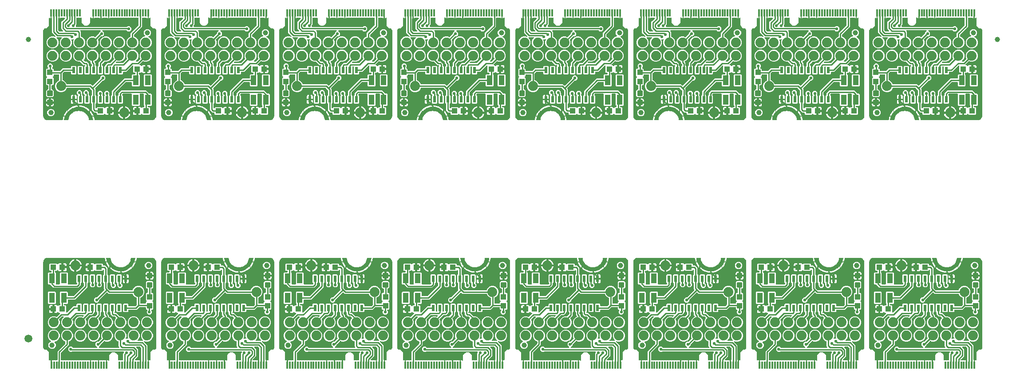
<source format=gtl>
G04 EAGLE Gerber RS-274X export*
G75*
%MOMM*%
%FSLAX34Y34*%
%LPD*%
%INTop Copper*%
%IPPOS*%
%AMOC8*
5,1,8,0,0,1.08239X$1,22.5*%
G01*
%ADD10C,1.000000*%
%ADD11R,0.600000X1.200000*%
%ADD12R,1.100000X1.000000*%
%ADD13R,1.000000X1.100000*%
%ADD14R,1.100000X1.900000*%
%ADD15C,1.879600*%
%ADD16C,0.300000*%
%ADD17R,0.350000X1.450000*%
%ADD18C,0.454000*%
%ADD19C,0.101600*%
%ADD20C,1.500000*%
%ADD21C,0.554000*%
%ADD22C,0.254000*%

G36*
X1143156Y11643D02*
X1143156Y11643D01*
X1143214Y11642D01*
X1143296Y11663D01*
X1143379Y11675D01*
X1143433Y11699D01*
X1143489Y11714D01*
X1143562Y11757D01*
X1143639Y11791D01*
X1143684Y11829D01*
X1143734Y11859D01*
X1143792Y11920D01*
X1143856Y11975D01*
X1143888Y12023D01*
X1143928Y12066D01*
X1143967Y12141D01*
X1144013Y12211D01*
X1144031Y12267D01*
X1144058Y12319D01*
X1144069Y12387D01*
X1144099Y12482D01*
X1144102Y12582D01*
X1144113Y12650D01*
X1144113Y22441D01*
X1145182Y22441D01*
X1145828Y22268D01*
X1146173Y22069D01*
X1146263Y22032D01*
X1146349Y21988D01*
X1146389Y21982D01*
X1146437Y21962D01*
X1146608Y21945D01*
X1146680Y21933D01*
X1153780Y21933D01*
X1153838Y21941D01*
X1153896Y21939D01*
X1153978Y21961D01*
X1154061Y21973D01*
X1154115Y21996D01*
X1154171Y22011D01*
X1154244Y22054D01*
X1154321Y22089D01*
X1154365Y22127D01*
X1154416Y22156D01*
X1154473Y22218D01*
X1154538Y22272D01*
X1154570Y22321D01*
X1154610Y22364D01*
X1154649Y22439D01*
X1154695Y22509D01*
X1154713Y22565D01*
X1154740Y22617D01*
X1154751Y22685D01*
X1154781Y22780D01*
X1154784Y22880D01*
X1154795Y22948D01*
X1154795Y39148D01*
X1169423Y53776D01*
X1169475Y53845D01*
X1169535Y53909D01*
X1169560Y53959D01*
X1169594Y54003D01*
X1169625Y54085D01*
X1169665Y54163D01*
X1169673Y54210D01*
X1169695Y54269D01*
X1169707Y54416D01*
X1169720Y54494D01*
X1169720Y57592D01*
X1169720Y57594D01*
X1169720Y57595D01*
X1169701Y57728D01*
X1169680Y57874D01*
X1169680Y57875D01*
X1169679Y57877D01*
X1169622Y58003D01*
X1169564Y58133D01*
X1169563Y58134D01*
X1169562Y58136D01*
X1169474Y58239D01*
X1169380Y58350D01*
X1169379Y58351D01*
X1169378Y58352D01*
X1169365Y58360D01*
X1169144Y58508D01*
X1169114Y58517D01*
X1169093Y58530D01*
X1166548Y59584D01*
X1163332Y62800D01*
X1161592Y67001D01*
X1161592Y71549D01*
X1163332Y75750D01*
X1166548Y78965D01*
X1170749Y80706D01*
X1175297Y80706D01*
X1179498Y78965D01*
X1182713Y75750D01*
X1184454Y71549D01*
X1184454Y67001D01*
X1182713Y62800D01*
X1179498Y59584D01*
X1176952Y58530D01*
X1176951Y58529D01*
X1176949Y58529D01*
X1176829Y58457D01*
X1176707Y58386D01*
X1176706Y58384D01*
X1176705Y58384D01*
X1176607Y58280D01*
X1176512Y58179D01*
X1176512Y58178D01*
X1176510Y58176D01*
X1176446Y58051D01*
X1176382Y57926D01*
X1176382Y57925D01*
X1176381Y57923D01*
X1176379Y57908D01*
X1176327Y57647D01*
X1176330Y57617D01*
X1176326Y57592D01*
X1176326Y51337D01*
X1161698Y36709D01*
X1161683Y36690D01*
X1161668Y36677D01*
X1161637Y36630D01*
X1161585Y36576D01*
X1161560Y36526D01*
X1161527Y36482D01*
X1161512Y36443D01*
X1161510Y36440D01*
X1161505Y36424D01*
X1161496Y36400D01*
X1161456Y36322D01*
X1161448Y36275D01*
X1161426Y36216D01*
X1161414Y36069D01*
X1161401Y35991D01*
X1161401Y22948D01*
X1161409Y22890D01*
X1161407Y22832D01*
X1161429Y22750D01*
X1161440Y22666D01*
X1161464Y22613D01*
X1161479Y22557D01*
X1161522Y22484D01*
X1161557Y22407D01*
X1161594Y22362D01*
X1161624Y22312D01*
X1161686Y22254D01*
X1161740Y22190D01*
X1161789Y22158D01*
X1161832Y22118D01*
X1161907Y22079D01*
X1161977Y22032D01*
X1162033Y22015D01*
X1162085Y21988D01*
X1162153Y21977D01*
X1162248Y21947D01*
X1162348Y21944D01*
X1162416Y21933D01*
X1214515Y21933D01*
X1214611Y21946D01*
X1214708Y21951D01*
X1214746Y21965D01*
X1214797Y21973D01*
X1214954Y22043D01*
X1215023Y22069D01*
X1215367Y22268D01*
X1216013Y22441D01*
X1217082Y22441D01*
X1217082Y12650D01*
X1217091Y12592D01*
X1217089Y12534D01*
X1217110Y12452D01*
X1217122Y12369D01*
X1217146Y12315D01*
X1217161Y12259D01*
X1217204Y12186D01*
X1217238Y12109D01*
X1217276Y12065D01*
X1217306Y12015D01*
X1217368Y11957D01*
X1217422Y11892D01*
X1217471Y11860D01*
X1217513Y11820D01*
X1217589Y11782D01*
X1217659Y11735D01*
X1217715Y11717D01*
X1217767Y11691D01*
X1217835Y11679D01*
X1217930Y11649D01*
X1218030Y11646D01*
X1218098Y11635D01*
X1218156Y11643D01*
X1218214Y11642D01*
X1218296Y11663D01*
X1218379Y11675D01*
X1218433Y11699D01*
X1218489Y11714D01*
X1218562Y11757D01*
X1218639Y11791D01*
X1218684Y11829D01*
X1218734Y11859D01*
X1218792Y11920D01*
X1218856Y11975D01*
X1218888Y12023D01*
X1218928Y12066D01*
X1218967Y12141D01*
X1219013Y12211D01*
X1219031Y12267D01*
X1219058Y12319D01*
X1219069Y12387D01*
X1219099Y12482D01*
X1219102Y12582D01*
X1219113Y12650D01*
X1219113Y22441D01*
X1220182Y22441D01*
X1220828Y22268D01*
X1221173Y22069D01*
X1221263Y22032D01*
X1221349Y21988D01*
X1221389Y21982D01*
X1221437Y21962D01*
X1221608Y21945D01*
X1221680Y21933D01*
X1229515Y21933D01*
X1229611Y21946D01*
X1229708Y21951D01*
X1229746Y21965D01*
X1229797Y21973D01*
X1229954Y22043D01*
X1230023Y22069D01*
X1230367Y22268D01*
X1231013Y22441D01*
X1232082Y22441D01*
X1232082Y12650D01*
X1232091Y12592D01*
X1232089Y12534D01*
X1232110Y12452D01*
X1232122Y12369D01*
X1232146Y12315D01*
X1232161Y12259D01*
X1232204Y12186D01*
X1232238Y12109D01*
X1232276Y12065D01*
X1232306Y12015D01*
X1232368Y11957D01*
X1232422Y11892D01*
X1232471Y11860D01*
X1232513Y11820D01*
X1232589Y11782D01*
X1232659Y11735D01*
X1232715Y11717D01*
X1232767Y11691D01*
X1232835Y11679D01*
X1232930Y11649D01*
X1233030Y11646D01*
X1233098Y11635D01*
X1233156Y11643D01*
X1233214Y11642D01*
X1233296Y11663D01*
X1233379Y11675D01*
X1233433Y11699D01*
X1233489Y11714D01*
X1233562Y11757D01*
X1233639Y11791D01*
X1233684Y11829D01*
X1233734Y11859D01*
X1233792Y11920D01*
X1233856Y11975D01*
X1233888Y12023D01*
X1233928Y12066D01*
X1233967Y12141D01*
X1234013Y12211D01*
X1234031Y12267D01*
X1234058Y12319D01*
X1234069Y12387D01*
X1234099Y12482D01*
X1234102Y12582D01*
X1234113Y12650D01*
X1234113Y22441D01*
X1235182Y22441D01*
X1235828Y22268D01*
X1236173Y22069D01*
X1236263Y22032D01*
X1236349Y21988D01*
X1236389Y21982D01*
X1236437Y21962D01*
X1236608Y21945D01*
X1236680Y21933D01*
X1244515Y21933D01*
X1244611Y21946D01*
X1244708Y21951D01*
X1244746Y21965D01*
X1244797Y21973D01*
X1244954Y22043D01*
X1245023Y22069D01*
X1245367Y22268D01*
X1246013Y22441D01*
X1247082Y22441D01*
X1247082Y12650D01*
X1247091Y12592D01*
X1247089Y12534D01*
X1247110Y12452D01*
X1247122Y12369D01*
X1247146Y12315D01*
X1247161Y12259D01*
X1247204Y12186D01*
X1247238Y12109D01*
X1247276Y12065D01*
X1247306Y12015D01*
X1247368Y11957D01*
X1247422Y11892D01*
X1247471Y11860D01*
X1247513Y11820D01*
X1247589Y11782D01*
X1247659Y11735D01*
X1247715Y11717D01*
X1247767Y11691D01*
X1247835Y11679D01*
X1247930Y11649D01*
X1248030Y11646D01*
X1248098Y11635D01*
X1248156Y11643D01*
X1248214Y11642D01*
X1248296Y11663D01*
X1248379Y11675D01*
X1248433Y11699D01*
X1248489Y11714D01*
X1248562Y11757D01*
X1248639Y11791D01*
X1248684Y11829D01*
X1248734Y11859D01*
X1248792Y11920D01*
X1248856Y11975D01*
X1248888Y12023D01*
X1248928Y12066D01*
X1248967Y12141D01*
X1249013Y12211D01*
X1249031Y12267D01*
X1249058Y12319D01*
X1249069Y12387D01*
X1249099Y12482D01*
X1249102Y12582D01*
X1249113Y12650D01*
X1249113Y22441D01*
X1250182Y22441D01*
X1250829Y22268D01*
X1251408Y21933D01*
X1251628Y21713D01*
X1251651Y21695D01*
X1251670Y21673D01*
X1251765Y21610D01*
X1251855Y21542D01*
X1251882Y21532D01*
X1251907Y21515D01*
X1252015Y21481D01*
X1252121Y21441D01*
X1252150Y21438D01*
X1252178Y21430D01*
X1252291Y21427D01*
X1252404Y21417D01*
X1252433Y21423D01*
X1252462Y21422D01*
X1252572Y21451D01*
X1252683Y21473D01*
X1252709Y21487D01*
X1252737Y21494D01*
X1252835Y21552D01*
X1252935Y21604D01*
X1252956Y21624D01*
X1252982Y21639D01*
X1253059Y21722D01*
X1253141Y21800D01*
X1253156Y21825D01*
X1253176Y21847D01*
X1253228Y21947D01*
X1253285Y22045D01*
X1253292Y22074D01*
X1253306Y22100D01*
X1253319Y22177D01*
X1253355Y22321D01*
X1253353Y22383D01*
X1253361Y22431D01*
X1253361Y31220D01*
X1255582Y35066D01*
X1259427Y37287D01*
X1263868Y37287D01*
X1267714Y35066D01*
X1269935Y31220D01*
X1269935Y22948D01*
X1269943Y22890D01*
X1269941Y22832D01*
X1269963Y22750D01*
X1269974Y22666D01*
X1269998Y22613D01*
X1270013Y22557D01*
X1270056Y22484D01*
X1270091Y22407D01*
X1270128Y22362D01*
X1270158Y22312D01*
X1270220Y22254D01*
X1270274Y22190D01*
X1270323Y22158D01*
X1270366Y22118D01*
X1270441Y22079D01*
X1270511Y22032D01*
X1270567Y22015D01*
X1270619Y21988D01*
X1270687Y21977D01*
X1270782Y21947D01*
X1270882Y21944D01*
X1270950Y21933D01*
X1278780Y21933D01*
X1278838Y21941D01*
X1278896Y21939D01*
X1278978Y21961D01*
X1279061Y21973D01*
X1279115Y21996D01*
X1279171Y22011D01*
X1279244Y22054D01*
X1279321Y22089D01*
X1279365Y22127D01*
X1279416Y22156D01*
X1279473Y22218D01*
X1279538Y22272D01*
X1279570Y22321D01*
X1279610Y22364D01*
X1279649Y22439D01*
X1279695Y22509D01*
X1279713Y22565D01*
X1279740Y22617D01*
X1279751Y22685D01*
X1279781Y22780D01*
X1279784Y22880D01*
X1279795Y22948D01*
X1279795Y34973D01*
X1280953Y36131D01*
X1281005Y36200D01*
X1281065Y36264D01*
X1281090Y36314D01*
X1281124Y36358D01*
X1281155Y36440D01*
X1281195Y36518D01*
X1281203Y36565D01*
X1281225Y36624D01*
X1281237Y36771D01*
X1281250Y36849D01*
X1281250Y38330D01*
X1281242Y38388D01*
X1281243Y38446D01*
X1281222Y38528D01*
X1281210Y38612D01*
X1281186Y38665D01*
X1281172Y38721D01*
X1281129Y38794D01*
X1281094Y38871D01*
X1281056Y38916D01*
X1281026Y38966D01*
X1280965Y39024D01*
X1280910Y39088D01*
X1280862Y39120D01*
X1280819Y39160D01*
X1280744Y39199D01*
X1280674Y39246D01*
X1280618Y39263D01*
X1280566Y39290D01*
X1280498Y39301D01*
X1280403Y39331D01*
X1280303Y39334D01*
X1280235Y39345D01*
X1183386Y39345D01*
X1183299Y39333D01*
X1183212Y39330D01*
X1183159Y39313D01*
X1183104Y39305D01*
X1183024Y39270D01*
X1182941Y39243D01*
X1182902Y39215D01*
X1182845Y39189D01*
X1182732Y39093D01*
X1182668Y39048D01*
X1181997Y38377D01*
X1178018Y38377D01*
X1175205Y41191D01*
X1175205Y45169D01*
X1178018Y47983D01*
X1181997Y47983D01*
X1183732Y46248D01*
X1183802Y46196D01*
X1183865Y46136D01*
X1183915Y46110D01*
X1183959Y46077D01*
X1184041Y46046D01*
X1184119Y46006D01*
X1184166Y45998D01*
X1184225Y45976D01*
X1184372Y45964D01*
X1184450Y45951D01*
X1229589Y45951D01*
X1229618Y45955D01*
X1229647Y45952D01*
X1229758Y45975D01*
X1229870Y45991D01*
X1229897Y46003D01*
X1229926Y46008D01*
X1230027Y46061D01*
X1230130Y46107D01*
X1230152Y46126D01*
X1230178Y46139D01*
X1230260Y46217D01*
X1230347Y46290D01*
X1230363Y46315D01*
X1230384Y46335D01*
X1230442Y46433D01*
X1230504Y46527D01*
X1230513Y46555D01*
X1230528Y46580D01*
X1230556Y46690D01*
X1230590Y46798D01*
X1230591Y46828D01*
X1230598Y46856D01*
X1230595Y46969D01*
X1230598Y47082D01*
X1230590Y47111D01*
X1230589Y47140D01*
X1230554Y47248D01*
X1230526Y47357D01*
X1230511Y47383D01*
X1230502Y47411D01*
X1230456Y47474D01*
X1230380Y47602D01*
X1230335Y47645D01*
X1230307Y47684D01*
X1227275Y50716D01*
X1227275Y54694D01*
X1229877Y57296D01*
X1229928Y57365D01*
X1229987Y57427D01*
X1230013Y57478D01*
X1230048Y57523D01*
X1230062Y57562D01*
X1230106Y57555D01*
X1230166Y57532D01*
X1230311Y57521D01*
X1230388Y57508D01*
X1232364Y57508D01*
X1232451Y57520D01*
X1232538Y57523D01*
X1232591Y57540D01*
X1232646Y57548D01*
X1232726Y57583D01*
X1232809Y57610D01*
X1232848Y57638D01*
X1232905Y57664D01*
X1233018Y57760D01*
X1233082Y57805D01*
X1238626Y63349D01*
X1238627Y63351D01*
X1238629Y63352D01*
X1238713Y63465D01*
X1238797Y63577D01*
X1238798Y63578D01*
X1238799Y63579D01*
X1238849Y63711D01*
X1238899Y63842D01*
X1238899Y63844D01*
X1238899Y63845D01*
X1238911Y63989D01*
X1238922Y64126D01*
X1238922Y64127D01*
X1238922Y64129D01*
X1238918Y64144D01*
X1238866Y64404D01*
X1238852Y64431D01*
X1238846Y64456D01*
X1237792Y67001D01*
X1237792Y71549D01*
X1239532Y75750D01*
X1242748Y78965D01*
X1246949Y80706D01*
X1251497Y80706D01*
X1255698Y78965D01*
X1258913Y75750D01*
X1260654Y71549D01*
X1260654Y67001D01*
X1258913Y62800D01*
X1255698Y59585D01*
X1251497Y57844D01*
X1246949Y57844D01*
X1244404Y58899D01*
X1244402Y58899D01*
X1244401Y58900D01*
X1244266Y58934D01*
X1244128Y58970D01*
X1244127Y58970D01*
X1244125Y58970D01*
X1243985Y58965D01*
X1243844Y58961D01*
X1243843Y58961D01*
X1243841Y58961D01*
X1243708Y58918D01*
X1243573Y58875D01*
X1243572Y58874D01*
X1243571Y58873D01*
X1243558Y58865D01*
X1243337Y58717D01*
X1243318Y58693D01*
X1243297Y58679D01*
X1237178Y52559D01*
X1237125Y52489D01*
X1237065Y52426D01*
X1237040Y52376D01*
X1237007Y52332D01*
X1236976Y52250D01*
X1236936Y52172D01*
X1236928Y52125D01*
X1236906Y52066D01*
X1236894Y51919D01*
X1236881Y51841D01*
X1236881Y50716D01*
X1233849Y47684D01*
X1233831Y47660D01*
X1233809Y47641D01*
X1233746Y47547D01*
X1233678Y47457D01*
X1233667Y47429D01*
X1233651Y47405D01*
X1233617Y47297D01*
X1233577Y47191D01*
X1233574Y47162D01*
X1233565Y47134D01*
X1233562Y47020D01*
X1233553Y46908D01*
X1233559Y46879D01*
X1233558Y46850D01*
X1233587Y46740D01*
X1233609Y46629D01*
X1233622Y46603D01*
X1233630Y46575D01*
X1233688Y46477D01*
X1233740Y46377D01*
X1233760Y46355D01*
X1233775Y46330D01*
X1233858Y46253D01*
X1233936Y46171D01*
X1233961Y46156D01*
X1233982Y46136D01*
X1234083Y46084D01*
X1234181Y46027D01*
X1234209Y46020D01*
X1234236Y46006D01*
X1234313Y45993D01*
X1234457Y45957D01*
X1234519Y45959D01*
X1234567Y45951D01*
X1271715Y45951D01*
X1271744Y45955D01*
X1271774Y45952D01*
X1271885Y45975D01*
X1271997Y45991D01*
X1272024Y46003D01*
X1272052Y46008D01*
X1272153Y46061D01*
X1272256Y46107D01*
X1272279Y46126D01*
X1272305Y46139D01*
X1272387Y46217D01*
X1272473Y46290D01*
X1272489Y46315D01*
X1272511Y46335D01*
X1272568Y46433D01*
X1272631Y46527D01*
X1272640Y46555D01*
X1272654Y46580D01*
X1272682Y46690D01*
X1272717Y46798D01*
X1272717Y46828D01*
X1272725Y46856D01*
X1272721Y46969D01*
X1272724Y47082D01*
X1272716Y47111D01*
X1272716Y47140D01*
X1272681Y47248D01*
X1272652Y47357D01*
X1272637Y47383D01*
X1272628Y47411D01*
X1272582Y47475D01*
X1272507Y47602D01*
X1272461Y47645D01*
X1272433Y47684D01*
X1271320Y48797D01*
X1271320Y57592D01*
X1271320Y57594D01*
X1271320Y57595D01*
X1271301Y57728D01*
X1271280Y57874D01*
X1271280Y57875D01*
X1271279Y57877D01*
X1271222Y58003D01*
X1271164Y58133D01*
X1271163Y58134D01*
X1271162Y58136D01*
X1271074Y58239D01*
X1270980Y58350D01*
X1270979Y58351D01*
X1270978Y58352D01*
X1270965Y58360D01*
X1270744Y58508D01*
X1270714Y58517D01*
X1270693Y58530D01*
X1268148Y59584D01*
X1264932Y62800D01*
X1263192Y67001D01*
X1263192Y71549D01*
X1264932Y75750D01*
X1268148Y78965D01*
X1272349Y80706D01*
X1276897Y80706D01*
X1281098Y78965D01*
X1284313Y75750D01*
X1286054Y71549D01*
X1286054Y67001D01*
X1284946Y64328D01*
X1284925Y64244D01*
X1284894Y64164D01*
X1284889Y64107D01*
X1284875Y64052D01*
X1284878Y63966D01*
X1284870Y63881D01*
X1284882Y63825D01*
X1284883Y63768D01*
X1284909Y63686D01*
X1284926Y63602D01*
X1284953Y63552D01*
X1284970Y63497D01*
X1285018Y63426D01*
X1285057Y63350D01*
X1285097Y63308D01*
X1285128Y63261D01*
X1285194Y63206D01*
X1285253Y63144D01*
X1285302Y63115D01*
X1285346Y63078D01*
X1285424Y63043D01*
X1285498Y63000D01*
X1285554Y62986D01*
X1285606Y62963D01*
X1285691Y62951D01*
X1285774Y62930D01*
X1285831Y62932D01*
X1285887Y62924D01*
X1285972Y62936D01*
X1286058Y62939D01*
X1286112Y62956D01*
X1286169Y62964D01*
X1286247Y63000D01*
X1286329Y63026D01*
X1286369Y63055D01*
X1286428Y63082D01*
X1286538Y63176D01*
X1286602Y63221D01*
X1286603Y63223D01*
X1288638Y63223D01*
X1288752Y63239D01*
X1288866Y63249D01*
X1288892Y63259D01*
X1288919Y63263D01*
X1289024Y63310D01*
X1289131Y63351D01*
X1289153Y63367D01*
X1289179Y63379D01*
X1289266Y63453D01*
X1289358Y63522D01*
X1289375Y63545D01*
X1289396Y63562D01*
X1289459Y63658D01*
X1289528Y63750D01*
X1289538Y63776D01*
X1289553Y63799D01*
X1289588Y63909D01*
X1289628Y64016D01*
X1289631Y64044D01*
X1289639Y64070D01*
X1289642Y64185D01*
X1289651Y64299D01*
X1289646Y64324D01*
X1289646Y64354D01*
X1289579Y64611D01*
X1289576Y64627D01*
X1288592Y67001D01*
X1288592Y71549D01*
X1290332Y75750D01*
X1293548Y78965D01*
X1297749Y80706D01*
X1302297Y80706D01*
X1306498Y78965D01*
X1309713Y75750D01*
X1311454Y71549D01*
X1311454Y67001D01*
X1309713Y62800D01*
X1307829Y60916D01*
X1307812Y60892D01*
X1307789Y60873D01*
X1307726Y60779D01*
X1307658Y60689D01*
X1307648Y60661D01*
X1307632Y60637D01*
X1307597Y60529D01*
X1307557Y60423D01*
X1307555Y60394D01*
X1307546Y60366D01*
X1307543Y60252D01*
X1307533Y60140D01*
X1307539Y60111D01*
X1307538Y60082D01*
X1307567Y59972D01*
X1307589Y59861D01*
X1307603Y59835D01*
X1307610Y59807D01*
X1307668Y59709D01*
X1307720Y59609D01*
X1307741Y59587D01*
X1307756Y59562D01*
X1307838Y59485D01*
X1307916Y59403D01*
X1307941Y59388D01*
X1307963Y59368D01*
X1308064Y59316D01*
X1308161Y59259D01*
X1308190Y59252D01*
X1308216Y59238D01*
X1308293Y59225D01*
X1308437Y59189D01*
X1308499Y59191D01*
X1308547Y59183D01*
X1316899Y59183D01*
X1316928Y59187D01*
X1316957Y59184D01*
X1317068Y59207D01*
X1317180Y59223D01*
X1317207Y59235D01*
X1317236Y59240D01*
X1317336Y59293D01*
X1317439Y59339D01*
X1317462Y59358D01*
X1317488Y59371D01*
X1317570Y59449D01*
X1317656Y59522D01*
X1317673Y59547D01*
X1317694Y59567D01*
X1317751Y59665D01*
X1317814Y59759D01*
X1317823Y59787D01*
X1317838Y59812D01*
X1317866Y59922D01*
X1317900Y60030D01*
X1317901Y60060D01*
X1317908Y60088D01*
X1317904Y60201D01*
X1317907Y60314D01*
X1317900Y60343D01*
X1317899Y60372D01*
X1317864Y60480D01*
X1317835Y60589D01*
X1317820Y60615D01*
X1317811Y60643D01*
X1317766Y60706D01*
X1317690Y60834D01*
X1317644Y60877D01*
X1317616Y60916D01*
X1315732Y62800D01*
X1313992Y67001D01*
X1313992Y71549D01*
X1315732Y75750D01*
X1318948Y78965D01*
X1323149Y80706D01*
X1327697Y80706D01*
X1331898Y78965D01*
X1335113Y75750D01*
X1336854Y71549D01*
X1336854Y67001D01*
X1335113Y62800D01*
X1331898Y59585D01*
X1327697Y57844D01*
X1323149Y57844D01*
X1321190Y58656D01*
X1321107Y58677D01*
X1321026Y58708D01*
X1320970Y58712D01*
X1320915Y58727D01*
X1320829Y58724D01*
X1320743Y58731D01*
X1320687Y58720D01*
X1320631Y58718D01*
X1320549Y58692D01*
X1320464Y58675D01*
X1320414Y58649D01*
X1320360Y58632D01*
X1320288Y58584D01*
X1320212Y58544D01*
X1320171Y58505D01*
X1320124Y58474D01*
X1320068Y58408D01*
X1320006Y58348D01*
X1319977Y58299D01*
X1319941Y58256D01*
X1319906Y58177D01*
X1319862Y58103D01*
X1319848Y58048D01*
X1319825Y57996D01*
X1319813Y57911D01*
X1319792Y57828D01*
X1319794Y57771D01*
X1319786Y57715D01*
X1319799Y57629D01*
X1319801Y57543D01*
X1319819Y57489D01*
X1319827Y57433D01*
X1319862Y57355D01*
X1319889Y57273D01*
X1319918Y57233D01*
X1319944Y57174D01*
X1320038Y57064D01*
X1320084Y57000D01*
X1320133Y56950D01*
X1326401Y50683D01*
X1326401Y23456D01*
X1326409Y23398D01*
X1326407Y23340D01*
X1326429Y23258D01*
X1326440Y23174D01*
X1326464Y23121D01*
X1326479Y23065D01*
X1326522Y22992D01*
X1326557Y22915D01*
X1326594Y22870D01*
X1326624Y22820D01*
X1326686Y22762D01*
X1326740Y22698D01*
X1326789Y22666D01*
X1326832Y22626D01*
X1326907Y22587D01*
X1326977Y22540D01*
X1327033Y22523D01*
X1327082Y22497D01*
X1327082Y12650D01*
X1327091Y12592D01*
X1327089Y12534D01*
X1327110Y12452D01*
X1327122Y12369D01*
X1327146Y12315D01*
X1327161Y12259D01*
X1327204Y12186D01*
X1327238Y12109D01*
X1327276Y12065D01*
X1327306Y12015D01*
X1327368Y11957D01*
X1327422Y11892D01*
X1327471Y11860D01*
X1327513Y11820D01*
X1327589Y11782D01*
X1327659Y11735D01*
X1327715Y11717D01*
X1327767Y11691D01*
X1327835Y11679D01*
X1327930Y11649D01*
X1328030Y11646D01*
X1328098Y11635D01*
X1328156Y11643D01*
X1328214Y11642D01*
X1328296Y11663D01*
X1328379Y11675D01*
X1328433Y11699D01*
X1328489Y11714D01*
X1328562Y11757D01*
X1328639Y11791D01*
X1328684Y11829D01*
X1328734Y11859D01*
X1328792Y11920D01*
X1328856Y11975D01*
X1328888Y12023D01*
X1328928Y12066D01*
X1328967Y12141D01*
X1329013Y12211D01*
X1329031Y12267D01*
X1329058Y12319D01*
X1329069Y12387D01*
X1329099Y12482D01*
X1329102Y12582D01*
X1329113Y12650D01*
X1329113Y22441D01*
X1330182Y22441D01*
X1330828Y22268D01*
X1330838Y22262D01*
X1330874Y22247D01*
X1330907Y22226D01*
X1331006Y22194D01*
X1331102Y22156D01*
X1331141Y22152D01*
X1331178Y22140D01*
X1331282Y22137D01*
X1331385Y22127D01*
X1331423Y22134D01*
X1331462Y22133D01*
X1331562Y22159D01*
X1331664Y22177D01*
X1331700Y22195D01*
X1331737Y22204D01*
X1331826Y22257D01*
X1331919Y22303D01*
X1331948Y22330D01*
X1331982Y22350D01*
X1332053Y22425D01*
X1332129Y22495D01*
X1332149Y22528D01*
X1332176Y22557D01*
X1332223Y22649D01*
X1332277Y22738D01*
X1332288Y22775D01*
X1332306Y22810D01*
X1332318Y22887D01*
X1332353Y23012D01*
X1332352Y23086D01*
X1332361Y23141D01*
X1332361Y33668D01*
X1332350Y33745D01*
X1332349Y33824D01*
X1332340Y33855D01*
X1332361Y35012D01*
X1332360Y35022D01*
X1332361Y35030D01*
X1332361Y36170D01*
X1332372Y36298D01*
X1332386Y36374D01*
X1332396Y36907D01*
X1334225Y40157D01*
X1337378Y42151D01*
X1337960Y42192D01*
X1338025Y42206D01*
X1338091Y42210D01*
X1338163Y42235D01*
X1338237Y42251D01*
X1339169Y42277D01*
X1339192Y42281D01*
X1339211Y42279D01*
X1339239Y42281D01*
X1339456Y42296D01*
X1339503Y42306D01*
X1339542Y42306D01*
X1340177Y42405D01*
X1340200Y42412D01*
X1340224Y42413D01*
X1340295Y42441D01*
X1340449Y42487D01*
X1340496Y42518D01*
X1340537Y42534D01*
X1341775Y43264D01*
X1341844Y43319D01*
X1341918Y43366D01*
X1341949Y43402D01*
X1341997Y43441D01*
X1342083Y43563D01*
X1342134Y43623D01*
X1342864Y44861D01*
X1342873Y44883D01*
X1342887Y44902D01*
X1342911Y44975D01*
X1342973Y45123D01*
X1342979Y45179D01*
X1342993Y45221D01*
X1343103Y45928D01*
X1343104Y46020D01*
X1343115Y46084D01*
X1343115Y209926D01*
X1343103Y210015D01*
X1343103Y210079D01*
X1342839Y211812D01*
X1342832Y211836D01*
X1342831Y211860D01*
X1342803Y211932D01*
X1342787Y211986D01*
X1342775Y212031D01*
X1342772Y212037D01*
X1342758Y212084D01*
X1342727Y212132D01*
X1342711Y212174D01*
X1340941Y215183D01*
X1340885Y215252D01*
X1340838Y215327D01*
X1340802Y215358D01*
X1340764Y215405D01*
X1340659Y215479D01*
X1340621Y215515D01*
X1340602Y215525D01*
X1340581Y215543D01*
X1337572Y217313D01*
X1337549Y217322D01*
X1337529Y217337D01*
X1337455Y217361D01*
X1337309Y217421D01*
X1337252Y217428D01*
X1337210Y217442D01*
X1335477Y217706D01*
X1335387Y217707D01*
X1335324Y217717D01*
X1306851Y217717D01*
X1306846Y217717D01*
X1306842Y217717D01*
X1306705Y217697D01*
X1306570Y217677D01*
X1306565Y217675D01*
X1306560Y217675D01*
X1306436Y217618D01*
X1306310Y217561D01*
X1306306Y217558D01*
X1306302Y217556D01*
X1306199Y217467D01*
X1306093Y217378D01*
X1306091Y217373D01*
X1306087Y217370D01*
X1306012Y217255D01*
X1305936Y217141D01*
X1305934Y217136D01*
X1305932Y217132D01*
X1305922Y217096D01*
X1305850Y216870D01*
X1305849Y216836D01*
X1305842Y216809D01*
X1305705Y215517D01*
X1305040Y212389D01*
X1304563Y210915D01*
X1301807Y210915D01*
X1302614Y213323D01*
X1302615Y213333D01*
X1302623Y213358D01*
X1303343Y217356D01*
X1303339Y217395D01*
X1303345Y217433D01*
X1303332Y217463D01*
X1303328Y217495D01*
X1303304Y217525D01*
X1303288Y217561D01*
X1303261Y217579D01*
X1303241Y217604D01*
X1303204Y217617D01*
X1303171Y217638D01*
X1303116Y217647D01*
X1303109Y217649D01*
X1303105Y217648D01*
X1303098Y217649D01*
X1295098Y217649D01*
X1295097Y217649D01*
X1295034Y217631D01*
X1294964Y217610D01*
X1294963Y217610D01*
X1294918Y217558D01*
X1294872Y217505D01*
X1294871Y217504D01*
X1294851Y217433D01*
X1294469Y214571D01*
X1293650Y211822D01*
X1292411Y209236D01*
X1290783Y206875D01*
X1288805Y204797D01*
X1286527Y203055D01*
X1284004Y201691D01*
X1281299Y200738D01*
X1278478Y200220D01*
X1275598Y200149D01*
X1272717Y200220D01*
X1269896Y200738D01*
X1267191Y201691D01*
X1264669Y203055D01*
X1262390Y204797D01*
X1260413Y206875D01*
X1258785Y209236D01*
X1257546Y211822D01*
X1256726Y214571D01*
X1256345Y217433D01*
X1256317Y217495D01*
X1256288Y217561D01*
X1256228Y217601D01*
X1256172Y217638D01*
X1256171Y217638D01*
X1256098Y217649D01*
X1254953Y217649D01*
X1254929Y217662D01*
X1254861Y217673D01*
X1254766Y217703D01*
X1254666Y217706D01*
X1254598Y217717D01*
X1254540Y217709D01*
X1254482Y217711D01*
X1254481Y217711D01*
X1254400Y217689D01*
X1254316Y217677D01*
X1254263Y217654D01*
X1254246Y217649D01*
X1248098Y217649D01*
X1248061Y217639D01*
X1248023Y217638D01*
X1247995Y217619D01*
X1247964Y217610D01*
X1247938Y217581D01*
X1247907Y217560D01*
X1247893Y217530D01*
X1247872Y217505D01*
X1247866Y217467D01*
X1247851Y217432D01*
X1247852Y217374D01*
X1247851Y217367D01*
X1247852Y217364D01*
X1247852Y217358D01*
X1248545Y213347D01*
X1248550Y213338D01*
X1248554Y213311D01*
X1249344Y210915D01*
X1246591Y210915D01*
X1246122Y212392D01*
X1246105Y212476D01*
X1245477Y215533D01*
X1245352Y216801D01*
X1245350Y216809D01*
X1245351Y216818D01*
X1245317Y216947D01*
X1245285Y217077D01*
X1245281Y217085D01*
X1245279Y217093D01*
X1245211Y217208D01*
X1245144Y217324D01*
X1245138Y217330D01*
X1245133Y217338D01*
X1245036Y217429D01*
X1244940Y217522D01*
X1244933Y217526D01*
X1244926Y217532D01*
X1244807Y217593D01*
X1244690Y217656D01*
X1244681Y217658D01*
X1244673Y217662D01*
X1244620Y217671D01*
X1244411Y217715D01*
X1244373Y217712D01*
X1244342Y217717D01*
X1135472Y217717D01*
X1135383Y217705D01*
X1135319Y217706D01*
X1133586Y217442D01*
X1133562Y217434D01*
X1133537Y217433D01*
X1133466Y217405D01*
X1133314Y217360D01*
X1133266Y217329D01*
X1133224Y217313D01*
X1130215Y215543D01*
X1130146Y215488D01*
X1130070Y215440D01*
X1130040Y215404D01*
X1129993Y215366D01*
X1129905Y215243D01*
X1129855Y215183D01*
X1128085Y212174D01*
X1128075Y212151D01*
X1128061Y212131D01*
X1128046Y212085D01*
X1128041Y212078D01*
X1128028Y212037D01*
X1127976Y211911D01*
X1127970Y211854D01*
X1127956Y211812D01*
X1127692Y210079D01*
X1127691Y209989D01*
X1127681Y209926D01*
X1127681Y46084D01*
X1127693Y45993D01*
X1127693Y45928D01*
X1127803Y45221D01*
X1127810Y45198D01*
X1127811Y45174D01*
X1127838Y45103D01*
X1127885Y44949D01*
X1127916Y44902D01*
X1127931Y44861D01*
X1128662Y43623D01*
X1128716Y43554D01*
X1128763Y43480D01*
X1128800Y43449D01*
X1128839Y43400D01*
X1128938Y43330D01*
X1128978Y43293D01*
X1128999Y43282D01*
X1129020Y43264D01*
X1130259Y42534D01*
X1130281Y42525D01*
X1130300Y42511D01*
X1130373Y42486D01*
X1130521Y42425D01*
X1130577Y42419D01*
X1130618Y42405D01*
X1131223Y42311D01*
X1131266Y42310D01*
X1131299Y42302D01*
X1131572Y42280D01*
X1131601Y42282D01*
X1131625Y42277D01*
X1132551Y42251D01*
X1132578Y42244D01*
X1132667Y42208D01*
X1132770Y42196D01*
X1132839Y42179D01*
X1133427Y42132D01*
X1136553Y40141D01*
X1138381Y36917D01*
X1138396Y36377D01*
X1138409Y36305D01*
X1138411Y36232D01*
X1138433Y36166D01*
X1138435Y36154D01*
X1138435Y35047D01*
X1138437Y35031D01*
X1138435Y35018D01*
X1138466Y33919D01*
X1138454Y33884D01*
X1138447Y33762D01*
X1138435Y33687D01*
X1138435Y22910D01*
X1138440Y22872D01*
X1138438Y22833D01*
X1138460Y22731D01*
X1138474Y22629D01*
X1138490Y22593D01*
X1138499Y22555D01*
X1138548Y22464D01*
X1138591Y22369D01*
X1138616Y22339D01*
X1138635Y22305D01*
X1138707Y22231D01*
X1138774Y22152D01*
X1138807Y22131D01*
X1138834Y22103D01*
X1138925Y22052D01*
X1139011Y21995D01*
X1139048Y21983D01*
X1139082Y21964D01*
X1139183Y21940D01*
X1139282Y21909D01*
X1139321Y21908D01*
X1139359Y21899D01*
X1139462Y21904D01*
X1139566Y21902D01*
X1139604Y21912D01*
X1139643Y21914D01*
X1139716Y21941D01*
X1139841Y21973D01*
X1139905Y22011D01*
X1139957Y22031D01*
X1140367Y22268D01*
X1141013Y22441D01*
X1142082Y22441D01*
X1142082Y12650D01*
X1142091Y12592D01*
X1142089Y12534D01*
X1142110Y12452D01*
X1142122Y12369D01*
X1142146Y12315D01*
X1142161Y12259D01*
X1142204Y12186D01*
X1142238Y12109D01*
X1142276Y12065D01*
X1142306Y12015D01*
X1142368Y11957D01*
X1142422Y11892D01*
X1142471Y11860D01*
X1142513Y11820D01*
X1142589Y11782D01*
X1142659Y11735D01*
X1142715Y11717D01*
X1142767Y11691D01*
X1142835Y11679D01*
X1142930Y11649D01*
X1143030Y11646D01*
X1143098Y11635D01*
X1143156Y11643D01*
G37*
G36*
X1593320Y11643D02*
X1593320Y11643D01*
X1593378Y11642D01*
X1593460Y11663D01*
X1593544Y11675D01*
X1593597Y11699D01*
X1593654Y11714D01*
X1593726Y11757D01*
X1593803Y11791D01*
X1593848Y11829D01*
X1593898Y11859D01*
X1593956Y11920D01*
X1594020Y11975D01*
X1594052Y12023D01*
X1594092Y12066D01*
X1594131Y12141D01*
X1594178Y12211D01*
X1594195Y12267D01*
X1594222Y12319D01*
X1594233Y12387D01*
X1594263Y12482D01*
X1594266Y12582D01*
X1594277Y12650D01*
X1594277Y22441D01*
X1595346Y22441D01*
X1595993Y22268D01*
X1596337Y22069D01*
X1596427Y22032D01*
X1596514Y21988D01*
X1596553Y21982D01*
X1596601Y21962D01*
X1596772Y21945D01*
X1596845Y21933D01*
X1603944Y21933D01*
X1604002Y21941D01*
X1604060Y21939D01*
X1604142Y21961D01*
X1604226Y21973D01*
X1604279Y21996D01*
X1604335Y22011D01*
X1604408Y22054D01*
X1604485Y22089D01*
X1604530Y22127D01*
X1604580Y22156D01*
X1604638Y22218D01*
X1604702Y22272D01*
X1604734Y22321D01*
X1604774Y22364D01*
X1604813Y22439D01*
X1604860Y22509D01*
X1604877Y22565D01*
X1604904Y22617D01*
X1604915Y22685D01*
X1604945Y22780D01*
X1604948Y22880D01*
X1604959Y22948D01*
X1604959Y39148D01*
X1619587Y53776D01*
X1619639Y53845D01*
X1619699Y53909D01*
X1619725Y53959D01*
X1619758Y54003D01*
X1619789Y54085D01*
X1619829Y54163D01*
X1619837Y54210D01*
X1619859Y54269D01*
X1619871Y54416D01*
X1619884Y54494D01*
X1619884Y57592D01*
X1619884Y57594D01*
X1619884Y57595D01*
X1619865Y57728D01*
X1619844Y57874D01*
X1619844Y57875D01*
X1619844Y57877D01*
X1619787Y58003D01*
X1619728Y58133D01*
X1619727Y58134D01*
X1619726Y58136D01*
X1619638Y58239D01*
X1619545Y58350D01*
X1619543Y58351D01*
X1619542Y58352D01*
X1619529Y58360D01*
X1619308Y58508D01*
X1619279Y58517D01*
X1619258Y58530D01*
X1616712Y59584D01*
X1613497Y62800D01*
X1611756Y67001D01*
X1611756Y71549D01*
X1613497Y75750D01*
X1616712Y78965D01*
X1620913Y80706D01*
X1625461Y80706D01*
X1629662Y78965D01*
X1632877Y75750D01*
X1634618Y71549D01*
X1634618Y67001D01*
X1632877Y62800D01*
X1629662Y59584D01*
X1627116Y58530D01*
X1627115Y58529D01*
X1627114Y58529D01*
X1626993Y58457D01*
X1626872Y58386D01*
X1626871Y58384D01*
X1626869Y58384D01*
X1626772Y58280D01*
X1626676Y58179D01*
X1626676Y58178D01*
X1626675Y58176D01*
X1626610Y58051D01*
X1626546Y57926D01*
X1626546Y57925D01*
X1626545Y57923D01*
X1626543Y57908D01*
X1626491Y57647D01*
X1626494Y57617D01*
X1626490Y57592D01*
X1626490Y51337D01*
X1611862Y36709D01*
X1611848Y36690D01*
X1611832Y36677D01*
X1611801Y36630D01*
X1611750Y36576D01*
X1611724Y36526D01*
X1611691Y36482D01*
X1611676Y36443D01*
X1611674Y36440D01*
X1611669Y36424D01*
X1611660Y36400D01*
X1611620Y36322D01*
X1611612Y36275D01*
X1611590Y36216D01*
X1611578Y36069D01*
X1611565Y35991D01*
X1611565Y22948D01*
X1611573Y22890D01*
X1611571Y22832D01*
X1611593Y22750D01*
X1611605Y22666D01*
X1611628Y22613D01*
X1611643Y22557D01*
X1611686Y22484D01*
X1611721Y22407D01*
X1611759Y22362D01*
X1611788Y22312D01*
X1611850Y22254D01*
X1611904Y22190D01*
X1611953Y22158D01*
X1611996Y22118D01*
X1612071Y22079D01*
X1612141Y22032D01*
X1612197Y22015D01*
X1612249Y21988D01*
X1612317Y21977D01*
X1612412Y21947D01*
X1612512Y21944D01*
X1612580Y21933D01*
X1664679Y21933D01*
X1664776Y21946D01*
X1664873Y21951D01*
X1664910Y21965D01*
X1664961Y21973D01*
X1665118Y22043D01*
X1665187Y22069D01*
X1665531Y22268D01*
X1666178Y22441D01*
X1667247Y22441D01*
X1667247Y12650D01*
X1667255Y12592D01*
X1667253Y12534D01*
X1667275Y12452D01*
X1667286Y12369D01*
X1667310Y12315D01*
X1667325Y12259D01*
X1667368Y12186D01*
X1667403Y12109D01*
X1667440Y12065D01*
X1667470Y12015D01*
X1667532Y11957D01*
X1667586Y11892D01*
X1667635Y11860D01*
X1667678Y11820D01*
X1667753Y11782D01*
X1667823Y11735D01*
X1667879Y11717D01*
X1667931Y11691D01*
X1667999Y11679D01*
X1668094Y11649D01*
X1668194Y11646D01*
X1668262Y11635D01*
X1668320Y11643D01*
X1668378Y11642D01*
X1668460Y11663D01*
X1668544Y11675D01*
X1668597Y11699D01*
X1668654Y11714D01*
X1668726Y11757D01*
X1668803Y11791D01*
X1668848Y11829D01*
X1668898Y11859D01*
X1668956Y11920D01*
X1669020Y11975D01*
X1669052Y12023D01*
X1669092Y12066D01*
X1669131Y12141D01*
X1669178Y12211D01*
X1669195Y12267D01*
X1669222Y12319D01*
X1669233Y12387D01*
X1669263Y12482D01*
X1669266Y12582D01*
X1669277Y12650D01*
X1669277Y22441D01*
X1670346Y22441D01*
X1670993Y22268D01*
X1671337Y22069D01*
X1671427Y22032D01*
X1671514Y21988D01*
X1671553Y21982D01*
X1671601Y21962D01*
X1671772Y21945D01*
X1671845Y21933D01*
X1679679Y21933D01*
X1679776Y21946D01*
X1679873Y21951D01*
X1679910Y21965D01*
X1679961Y21973D01*
X1680118Y22043D01*
X1680187Y22069D01*
X1680531Y22268D01*
X1681178Y22441D01*
X1682247Y22441D01*
X1682247Y12650D01*
X1682255Y12592D01*
X1682253Y12534D01*
X1682275Y12452D01*
X1682286Y12369D01*
X1682310Y12315D01*
X1682325Y12259D01*
X1682368Y12186D01*
X1682403Y12109D01*
X1682440Y12065D01*
X1682470Y12015D01*
X1682532Y11957D01*
X1682586Y11892D01*
X1682635Y11860D01*
X1682678Y11820D01*
X1682753Y11782D01*
X1682823Y11735D01*
X1682879Y11717D01*
X1682931Y11691D01*
X1682999Y11679D01*
X1683094Y11649D01*
X1683194Y11646D01*
X1683262Y11635D01*
X1683320Y11643D01*
X1683378Y11642D01*
X1683460Y11663D01*
X1683544Y11675D01*
X1683597Y11699D01*
X1683654Y11714D01*
X1683726Y11757D01*
X1683803Y11791D01*
X1683848Y11829D01*
X1683898Y11859D01*
X1683956Y11920D01*
X1684020Y11975D01*
X1684052Y12023D01*
X1684092Y12066D01*
X1684131Y12141D01*
X1684178Y12211D01*
X1684195Y12267D01*
X1684222Y12319D01*
X1684233Y12387D01*
X1684263Y12482D01*
X1684266Y12582D01*
X1684277Y12650D01*
X1684277Y22441D01*
X1685346Y22441D01*
X1685993Y22268D01*
X1686337Y22069D01*
X1686427Y22032D01*
X1686514Y21988D01*
X1686553Y21982D01*
X1686601Y21962D01*
X1686772Y21945D01*
X1686845Y21933D01*
X1694679Y21933D01*
X1694776Y21946D01*
X1694873Y21951D01*
X1694910Y21965D01*
X1694961Y21973D01*
X1695118Y22043D01*
X1695187Y22069D01*
X1695531Y22268D01*
X1696178Y22441D01*
X1697247Y22441D01*
X1697247Y12650D01*
X1697255Y12592D01*
X1697253Y12534D01*
X1697275Y12452D01*
X1697286Y12369D01*
X1697310Y12315D01*
X1697325Y12259D01*
X1697368Y12186D01*
X1697403Y12109D01*
X1697440Y12065D01*
X1697470Y12015D01*
X1697532Y11957D01*
X1697586Y11892D01*
X1697635Y11860D01*
X1697678Y11820D01*
X1697753Y11782D01*
X1697823Y11735D01*
X1697879Y11717D01*
X1697931Y11691D01*
X1697999Y11679D01*
X1698094Y11649D01*
X1698194Y11646D01*
X1698262Y11635D01*
X1698320Y11643D01*
X1698378Y11642D01*
X1698460Y11663D01*
X1698544Y11675D01*
X1698597Y11699D01*
X1698654Y11714D01*
X1698726Y11757D01*
X1698803Y11791D01*
X1698848Y11829D01*
X1698898Y11859D01*
X1698956Y11920D01*
X1699020Y11975D01*
X1699052Y12023D01*
X1699092Y12066D01*
X1699131Y12141D01*
X1699178Y12211D01*
X1699195Y12267D01*
X1699222Y12319D01*
X1699233Y12387D01*
X1699263Y12482D01*
X1699266Y12582D01*
X1699277Y12650D01*
X1699277Y22441D01*
X1700346Y22441D01*
X1700993Y22268D01*
X1701572Y21933D01*
X1701792Y21713D01*
X1701816Y21695D01*
X1701835Y21673D01*
X1701929Y21610D01*
X1702019Y21542D01*
X1702047Y21532D01*
X1702071Y21515D01*
X1702179Y21481D01*
X1702285Y21441D01*
X1702314Y21438D01*
X1702342Y21430D01*
X1702455Y21427D01*
X1702568Y21417D01*
X1702597Y21423D01*
X1702626Y21422D01*
X1702736Y21451D01*
X1702847Y21473D01*
X1702873Y21487D01*
X1702901Y21494D01*
X1702999Y21552D01*
X1703099Y21604D01*
X1703121Y21624D01*
X1703146Y21639D01*
X1703223Y21722D01*
X1703305Y21800D01*
X1703320Y21825D01*
X1703340Y21847D01*
X1703392Y21947D01*
X1703449Y22045D01*
X1703456Y22074D01*
X1703470Y22100D01*
X1703483Y22177D01*
X1703519Y22321D01*
X1703517Y22383D01*
X1703525Y22431D01*
X1703525Y31220D01*
X1705746Y35066D01*
X1709592Y37287D01*
X1714032Y37287D01*
X1717878Y35066D01*
X1720099Y31220D01*
X1720099Y22948D01*
X1720107Y22890D01*
X1720105Y22832D01*
X1720127Y22750D01*
X1720139Y22666D01*
X1720162Y22613D01*
X1720177Y22557D01*
X1720220Y22484D01*
X1720255Y22407D01*
X1720293Y22362D01*
X1720322Y22312D01*
X1720384Y22254D01*
X1720438Y22190D01*
X1720487Y22158D01*
X1720530Y22118D01*
X1720605Y22079D01*
X1720675Y22032D01*
X1720731Y22015D01*
X1720783Y21988D01*
X1720851Y21977D01*
X1720946Y21947D01*
X1721046Y21944D01*
X1721114Y21933D01*
X1728944Y21933D01*
X1729002Y21941D01*
X1729060Y21939D01*
X1729142Y21961D01*
X1729226Y21973D01*
X1729279Y21996D01*
X1729335Y22011D01*
X1729408Y22054D01*
X1729485Y22089D01*
X1729530Y22127D01*
X1729580Y22156D01*
X1729638Y22218D01*
X1729702Y22272D01*
X1729734Y22321D01*
X1729774Y22364D01*
X1729813Y22439D01*
X1729860Y22509D01*
X1729877Y22565D01*
X1729904Y22617D01*
X1729915Y22685D01*
X1729945Y22780D01*
X1729948Y22880D01*
X1729959Y22948D01*
X1729959Y34973D01*
X1731117Y36131D01*
X1731169Y36200D01*
X1731229Y36264D01*
X1731255Y36314D01*
X1731288Y36358D01*
X1731319Y36440D01*
X1731359Y36518D01*
X1731367Y36565D01*
X1731389Y36624D01*
X1731401Y36771D01*
X1731414Y36849D01*
X1731414Y38330D01*
X1731406Y38388D01*
X1731408Y38446D01*
X1731386Y38528D01*
X1731374Y38612D01*
X1731351Y38665D01*
X1731336Y38721D01*
X1731293Y38794D01*
X1731258Y38871D01*
X1731220Y38916D01*
X1731191Y38966D01*
X1731129Y39024D01*
X1731075Y39088D01*
X1731026Y39120D01*
X1730983Y39160D01*
X1730908Y39199D01*
X1730838Y39246D01*
X1730782Y39263D01*
X1730730Y39290D01*
X1730662Y39301D01*
X1730567Y39331D01*
X1730467Y39334D01*
X1730399Y39345D01*
X1633550Y39345D01*
X1633463Y39333D01*
X1633376Y39330D01*
X1633323Y39313D01*
X1633268Y39305D01*
X1633189Y39270D01*
X1633105Y39243D01*
X1633066Y39215D01*
X1633009Y39189D01*
X1632896Y39093D01*
X1632832Y39048D01*
X1632161Y38377D01*
X1628183Y38377D01*
X1625369Y41191D01*
X1625369Y45169D01*
X1628183Y47983D01*
X1632161Y47983D01*
X1633896Y46248D01*
X1633966Y46196D01*
X1634030Y46136D01*
X1634079Y46110D01*
X1634123Y46077D01*
X1634205Y46046D01*
X1634283Y46006D01*
X1634330Y45998D01*
X1634389Y45976D01*
X1634537Y45964D01*
X1634614Y45951D01*
X1679753Y45951D01*
X1679782Y45955D01*
X1679811Y45952D01*
X1679922Y45975D01*
X1680035Y45991D01*
X1680061Y46003D01*
X1680090Y46008D01*
X1680191Y46061D01*
X1680294Y46107D01*
X1680316Y46126D01*
X1680343Y46139D01*
X1680425Y46217D01*
X1680511Y46290D01*
X1680527Y46315D01*
X1680549Y46335D01*
X1680606Y46433D01*
X1680669Y46527D01*
X1680678Y46555D01*
X1680692Y46580D01*
X1680720Y46690D01*
X1680754Y46798D01*
X1680755Y46828D01*
X1680762Y46856D01*
X1680759Y46969D01*
X1680762Y47082D01*
X1680754Y47111D01*
X1680753Y47140D01*
X1680719Y47248D01*
X1680690Y47357D01*
X1680675Y47383D01*
X1680666Y47411D01*
X1680620Y47474D01*
X1680545Y47602D01*
X1680499Y47645D01*
X1680471Y47684D01*
X1677439Y50716D01*
X1677439Y54694D01*
X1680041Y57296D01*
X1680092Y57365D01*
X1680151Y57427D01*
X1680178Y57478D01*
X1680212Y57523D01*
X1680227Y57562D01*
X1680270Y57555D01*
X1680330Y57532D01*
X1680475Y57521D01*
X1680552Y57508D01*
X1682528Y57508D01*
X1682615Y57520D01*
X1682702Y57523D01*
X1682755Y57540D01*
X1682810Y57548D01*
X1682890Y57583D01*
X1682973Y57610D01*
X1683012Y57638D01*
X1683069Y57664D01*
X1683182Y57760D01*
X1683246Y57805D01*
X1688791Y63349D01*
X1688792Y63351D01*
X1688793Y63352D01*
X1688878Y63465D01*
X1688961Y63577D01*
X1688962Y63578D01*
X1688963Y63579D01*
X1689013Y63711D01*
X1689063Y63842D01*
X1689063Y63844D01*
X1689063Y63845D01*
X1689075Y63989D01*
X1689086Y64126D01*
X1689086Y64127D01*
X1689086Y64129D01*
X1689083Y64144D01*
X1689030Y64404D01*
X1689016Y64431D01*
X1689011Y64456D01*
X1687956Y67001D01*
X1687956Y71549D01*
X1689697Y75750D01*
X1692912Y78965D01*
X1697113Y80706D01*
X1701661Y80706D01*
X1705862Y78965D01*
X1709077Y75750D01*
X1710818Y71549D01*
X1710818Y67001D01*
X1709077Y62800D01*
X1705862Y59585D01*
X1701661Y57844D01*
X1697113Y57844D01*
X1694568Y58899D01*
X1694566Y58899D01*
X1694565Y58900D01*
X1694431Y58934D01*
X1694292Y58970D01*
X1694291Y58970D01*
X1694289Y58970D01*
X1694149Y58965D01*
X1694008Y58961D01*
X1694007Y58961D01*
X1694005Y58961D01*
X1693872Y58918D01*
X1693738Y58875D01*
X1693736Y58874D01*
X1693735Y58873D01*
X1693723Y58865D01*
X1693501Y58717D01*
X1693482Y58693D01*
X1693461Y58679D01*
X1687342Y52559D01*
X1687290Y52489D01*
X1687230Y52426D01*
X1687204Y52376D01*
X1687171Y52332D01*
X1687140Y52250D01*
X1687100Y52172D01*
X1687092Y52125D01*
X1687070Y52066D01*
X1687058Y51919D01*
X1687045Y51841D01*
X1687045Y50716D01*
X1684013Y47684D01*
X1683995Y47660D01*
X1683973Y47641D01*
X1683910Y47547D01*
X1683842Y47457D01*
X1683832Y47429D01*
X1683815Y47405D01*
X1683781Y47297D01*
X1683741Y47191D01*
X1683738Y47162D01*
X1683730Y47134D01*
X1683727Y47020D01*
X1683717Y46908D01*
X1683723Y46879D01*
X1683722Y46850D01*
X1683751Y46740D01*
X1683773Y46629D01*
X1683787Y46603D01*
X1683794Y46575D01*
X1683852Y46477D01*
X1683904Y46377D01*
X1683924Y46355D01*
X1683939Y46330D01*
X1684022Y46253D01*
X1684100Y46171D01*
X1684125Y46156D01*
X1684147Y46136D01*
X1684247Y46084D01*
X1684345Y46027D01*
X1684374Y46020D01*
X1684400Y46006D01*
X1684477Y45993D01*
X1684621Y45957D01*
X1684683Y45959D01*
X1684731Y45951D01*
X1721879Y45951D01*
X1721909Y45955D01*
X1721938Y45952D01*
X1722049Y45975D01*
X1722161Y45991D01*
X1722188Y46003D01*
X1722217Y46008D01*
X1722317Y46061D01*
X1722420Y46107D01*
X1722443Y46126D01*
X1722469Y46139D01*
X1722551Y46217D01*
X1722637Y46290D01*
X1722654Y46315D01*
X1722675Y46335D01*
X1722732Y46433D01*
X1722795Y46527D01*
X1722804Y46555D01*
X1722819Y46580D01*
X1722846Y46690D01*
X1722881Y46798D01*
X1722882Y46828D01*
X1722889Y46856D01*
X1722885Y46969D01*
X1722888Y47082D01*
X1722881Y47111D01*
X1722880Y47140D01*
X1722845Y47248D01*
X1722816Y47357D01*
X1722801Y47383D01*
X1722792Y47411D01*
X1722747Y47475D01*
X1722671Y47602D01*
X1722625Y47645D01*
X1722597Y47684D01*
X1721484Y48797D01*
X1721484Y57592D01*
X1721484Y57594D01*
X1721484Y57595D01*
X1721465Y57728D01*
X1721444Y57874D01*
X1721444Y57875D01*
X1721444Y57877D01*
X1721387Y58003D01*
X1721328Y58133D01*
X1721327Y58134D01*
X1721326Y58136D01*
X1721238Y58239D01*
X1721145Y58350D01*
X1721143Y58351D01*
X1721142Y58352D01*
X1721129Y58360D01*
X1720908Y58508D01*
X1720879Y58517D01*
X1720858Y58530D01*
X1718312Y59584D01*
X1715097Y62800D01*
X1713356Y67001D01*
X1713356Y71549D01*
X1715097Y75750D01*
X1718312Y78965D01*
X1722513Y80706D01*
X1727061Y80706D01*
X1731262Y78965D01*
X1734477Y75750D01*
X1736218Y71549D01*
X1736218Y67001D01*
X1735110Y64328D01*
X1735089Y64244D01*
X1735058Y64164D01*
X1735053Y64107D01*
X1735039Y64052D01*
X1735042Y63966D01*
X1735035Y63881D01*
X1735046Y63825D01*
X1735047Y63768D01*
X1735074Y63686D01*
X1735091Y63602D01*
X1735117Y63552D01*
X1735134Y63497D01*
X1735182Y63426D01*
X1735222Y63350D01*
X1735261Y63308D01*
X1735292Y63261D01*
X1735358Y63206D01*
X1735417Y63144D01*
X1735466Y63115D01*
X1735510Y63078D01*
X1735588Y63043D01*
X1735663Y63000D01*
X1735718Y62986D01*
X1735770Y62963D01*
X1735855Y62951D01*
X1735938Y62930D01*
X1735995Y62932D01*
X1736051Y62924D01*
X1736136Y62936D01*
X1736222Y62939D01*
X1736276Y62956D01*
X1736333Y62964D01*
X1736411Y63000D01*
X1736493Y63026D01*
X1736533Y63055D01*
X1736592Y63082D01*
X1736702Y63176D01*
X1736766Y63221D01*
X1736768Y63223D01*
X1738802Y63223D01*
X1738916Y63239D01*
X1739030Y63249D01*
X1739056Y63259D01*
X1739083Y63263D01*
X1739188Y63310D01*
X1739295Y63351D01*
X1739318Y63367D01*
X1739343Y63379D01*
X1739430Y63453D01*
X1739522Y63522D01*
X1739539Y63545D01*
X1739560Y63562D01*
X1739624Y63658D01*
X1739692Y63750D01*
X1739702Y63776D01*
X1739717Y63799D01*
X1739752Y63909D01*
X1739793Y64016D01*
X1739795Y64044D01*
X1739803Y64070D01*
X1739806Y64185D01*
X1739815Y64299D01*
X1739810Y64324D01*
X1739811Y64354D01*
X1739743Y64611D01*
X1739740Y64627D01*
X1738756Y67001D01*
X1738756Y71549D01*
X1740497Y75750D01*
X1743712Y78965D01*
X1747913Y80706D01*
X1752461Y80706D01*
X1756662Y78965D01*
X1759877Y75750D01*
X1761618Y71549D01*
X1761618Y67001D01*
X1759878Y62800D01*
X1757993Y60916D01*
X1757976Y60892D01*
X1757953Y60873D01*
X1757891Y60779D01*
X1757822Y60689D01*
X1757812Y60661D01*
X1757796Y60637D01*
X1757762Y60529D01*
X1757721Y60423D01*
X1757719Y60394D01*
X1757710Y60366D01*
X1757707Y60252D01*
X1757698Y60140D01*
X1757703Y60111D01*
X1757703Y60082D01*
X1757731Y59972D01*
X1757754Y59861D01*
X1757767Y59835D01*
X1757774Y59807D01*
X1757832Y59709D01*
X1757885Y59609D01*
X1757905Y59587D01*
X1757920Y59562D01*
X1758002Y59485D01*
X1758080Y59403D01*
X1758106Y59388D01*
X1758127Y59368D01*
X1758228Y59316D01*
X1758326Y59259D01*
X1758354Y59252D01*
X1758380Y59238D01*
X1758458Y59225D01*
X1758601Y59189D01*
X1758664Y59191D01*
X1758711Y59183D01*
X1767063Y59183D01*
X1767092Y59187D01*
X1767121Y59184D01*
X1767232Y59207D01*
X1767344Y59223D01*
X1767371Y59235D01*
X1767400Y59240D01*
X1767500Y59293D01*
X1767604Y59339D01*
X1767626Y59358D01*
X1767652Y59371D01*
X1767734Y59449D01*
X1767821Y59522D01*
X1767837Y59547D01*
X1767858Y59567D01*
X1767915Y59665D01*
X1767978Y59759D01*
X1767987Y59787D01*
X1768002Y59812D01*
X1768030Y59922D01*
X1768064Y60030D01*
X1768065Y60060D01*
X1768072Y60088D01*
X1768068Y60201D01*
X1768071Y60314D01*
X1768064Y60343D01*
X1768063Y60372D01*
X1768028Y60480D01*
X1768000Y60589D01*
X1767985Y60615D01*
X1767976Y60643D01*
X1767930Y60706D01*
X1767854Y60834D01*
X1767809Y60877D01*
X1767781Y60916D01*
X1765896Y62800D01*
X1764156Y67001D01*
X1764156Y71549D01*
X1765897Y75750D01*
X1769112Y78965D01*
X1773313Y80706D01*
X1777861Y80706D01*
X1782062Y78965D01*
X1785277Y75750D01*
X1787018Y71549D01*
X1787018Y67001D01*
X1785277Y62800D01*
X1782062Y59585D01*
X1777861Y57844D01*
X1773313Y57844D01*
X1771354Y58656D01*
X1771271Y58677D01*
X1771191Y58708D01*
X1771134Y58712D01*
X1771079Y58727D01*
X1770993Y58724D01*
X1770907Y58731D01*
X1770852Y58720D01*
X1770795Y58718D01*
X1770713Y58692D01*
X1770628Y58675D01*
X1770578Y58649D01*
X1770524Y58632D01*
X1770453Y58584D01*
X1770376Y58544D01*
X1770335Y58505D01*
X1770288Y58474D01*
X1770233Y58408D01*
X1770170Y58348D01*
X1770142Y58299D01*
X1770105Y58256D01*
X1770070Y58177D01*
X1770027Y58103D01*
X1770013Y58048D01*
X1769989Y57996D01*
X1769978Y57911D01*
X1769957Y57828D01*
X1769958Y57771D01*
X1769951Y57715D01*
X1769963Y57629D01*
X1769966Y57543D01*
X1769983Y57489D01*
X1769991Y57433D01*
X1770027Y57355D01*
X1770053Y57273D01*
X1770082Y57233D01*
X1770108Y57174D01*
X1770202Y57064D01*
X1770248Y57000D01*
X1770297Y56950D01*
X1776565Y50683D01*
X1776565Y23456D01*
X1776573Y23398D01*
X1776571Y23340D01*
X1776593Y23258D01*
X1776605Y23174D01*
X1776628Y23121D01*
X1776643Y23065D01*
X1776686Y22992D01*
X1776721Y22915D01*
X1776759Y22870D01*
X1776788Y22820D01*
X1776850Y22762D01*
X1776904Y22698D01*
X1776953Y22666D01*
X1776996Y22626D01*
X1777071Y22587D01*
X1777141Y22540D01*
X1777197Y22523D01*
X1777247Y22497D01*
X1777247Y12650D01*
X1777255Y12592D01*
X1777253Y12534D01*
X1777275Y12452D01*
X1777286Y12369D01*
X1777310Y12315D01*
X1777325Y12259D01*
X1777368Y12186D01*
X1777403Y12109D01*
X1777440Y12065D01*
X1777470Y12015D01*
X1777532Y11957D01*
X1777586Y11892D01*
X1777635Y11860D01*
X1777678Y11820D01*
X1777753Y11782D01*
X1777823Y11735D01*
X1777879Y11717D01*
X1777931Y11691D01*
X1777999Y11679D01*
X1778094Y11649D01*
X1778194Y11646D01*
X1778262Y11635D01*
X1778320Y11643D01*
X1778378Y11642D01*
X1778460Y11663D01*
X1778544Y11675D01*
X1778597Y11699D01*
X1778654Y11714D01*
X1778726Y11757D01*
X1778803Y11791D01*
X1778848Y11829D01*
X1778898Y11859D01*
X1778956Y11920D01*
X1779020Y11975D01*
X1779052Y12023D01*
X1779092Y12066D01*
X1779131Y12141D01*
X1779178Y12211D01*
X1779195Y12267D01*
X1779222Y12319D01*
X1779233Y12387D01*
X1779263Y12482D01*
X1779266Y12582D01*
X1779277Y12650D01*
X1779277Y22441D01*
X1780346Y22441D01*
X1780993Y22268D01*
X1781002Y22262D01*
X1781039Y22247D01*
X1781071Y22226D01*
X1781170Y22194D01*
X1781266Y22156D01*
X1781305Y22152D01*
X1781342Y22140D01*
X1781446Y22137D01*
X1781549Y22127D01*
X1781587Y22134D01*
X1781626Y22133D01*
X1781726Y22159D01*
X1781829Y22177D01*
X1781864Y22195D01*
X1781901Y22204D01*
X1781990Y22257D01*
X1782083Y22303D01*
X1782112Y22330D01*
X1782146Y22350D01*
X1782217Y22425D01*
X1782293Y22495D01*
X1782314Y22528D01*
X1782340Y22557D01*
X1782388Y22649D01*
X1782442Y22738D01*
X1782452Y22775D01*
X1782470Y22810D01*
X1782483Y22887D01*
X1782517Y23012D01*
X1782516Y23086D01*
X1782525Y23141D01*
X1782525Y33668D01*
X1782514Y33745D01*
X1782513Y33824D01*
X1782504Y33855D01*
X1782525Y35012D01*
X1782524Y35022D01*
X1782525Y35030D01*
X1782525Y36170D01*
X1782536Y36298D01*
X1782550Y36374D01*
X1782560Y36907D01*
X1784390Y40157D01*
X1787542Y42151D01*
X1788124Y42192D01*
X1788189Y42206D01*
X1788256Y42210D01*
X1788327Y42235D01*
X1788401Y42251D01*
X1789333Y42277D01*
X1789357Y42281D01*
X1789376Y42279D01*
X1789403Y42281D01*
X1789620Y42296D01*
X1789667Y42306D01*
X1789706Y42306D01*
X1790341Y42405D01*
X1790364Y42412D01*
X1790388Y42413D01*
X1790459Y42441D01*
X1790613Y42487D01*
X1790660Y42518D01*
X1790701Y42534D01*
X1791939Y43264D01*
X1792008Y43319D01*
X1792082Y43366D01*
X1792113Y43402D01*
X1792162Y43441D01*
X1792248Y43563D01*
X1792298Y43623D01*
X1793028Y44861D01*
X1793038Y44883D01*
X1793051Y44902D01*
X1793076Y44975D01*
X1793137Y45123D01*
X1793143Y45179D01*
X1793157Y45221D01*
X1793267Y45928D01*
X1793268Y46020D01*
X1793279Y46084D01*
X1793279Y209926D01*
X1793267Y210015D01*
X1793268Y210079D01*
X1793004Y211812D01*
X1792996Y211836D01*
X1792995Y211860D01*
X1792967Y211932D01*
X1792951Y211986D01*
X1792940Y212031D01*
X1792936Y212037D01*
X1792922Y212084D01*
X1792891Y212132D01*
X1792875Y212174D01*
X1791105Y215183D01*
X1791050Y215252D01*
X1791002Y215327D01*
X1790966Y215358D01*
X1790928Y215405D01*
X1790823Y215480D01*
X1790785Y215515D01*
X1790766Y215525D01*
X1790745Y215543D01*
X1787736Y217313D01*
X1787713Y217322D01*
X1787693Y217337D01*
X1787620Y217361D01*
X1787473Y217421D01*
X1787416Y217428D01*
X1787374Y217442D01*
X1785641Y217706D01*
X1785551Y217707D01*
X1785488Y217717D01*
X1757015Y217717D01*
X1757011Y217717D01*
X1757006Y217717D01*
X1756868Y217696D01*
X1756734Y217677D01*
X1756730Y217676D01*
X1756725Y217675D01*
X1756599Y217617D01*
X1756474Y217561D01*
X1756471Y217558D01*
X1756466Y217556D01*
X1756362Y217466D01*
X1756257Y217378D01*
X1756255Y217373D01*
X1756251Y217370D01*
X1756176Y217256D01*
X1756100Y217141D01*
X1756098Y217136D01*
X1756096Y217132D01*
X1756086Y217097D01*
X1756014Y216870D01*
X1756013Y216836D01*
X1756006Y216809D01*
X1755869Y215517D01*
X1755205Y212389D01*
X1754727Y210915D01*
X1751971Y210915D01*
X1752778Y213323D01*
X1752779Y213333D01*
X1752787Y213358D01*
X1753507Y217356D01*
X1753503Y217395D01*
X1753509Y217433D01*
X1753496Y217463D01*
X1753493Y217495D01*
X1753468Y217525D01*
X1753452Y217561D01*
X1753425Y217579D01*
X1753405Y217604D01*
X1753368Y217617D01*
X1753336Y217638D01*
X1753280Y217647D01*
X1753273Y217649D01*
X1753269Y217648D01*
X1753262Y217649D01*
X1745262Y217649D01*
X1745198Y217631D01*
X1745128Y217610D01*
X1745127Y217610D01*
X1745082Y217558D01*
X1745036Y217505D01*
X1745036Y217504D01*
X1745015Y217433D01*
X1744633Y214571D01*
X1743814Y211822D01*
X1742575Y209236D01*
X1740947Y206875D01*
X1738969Y204797D01*
X1736691Y203055D01*
X1734169Y201691D01*
X1731463Y200738D01*
X1728643Y200220D01*
X1725762Y200149D01*
X1722881Y200220D01*
X1720061Y200738D01*
X1717356Y201691D01*
X1714833Y203055D01*
X1712555Y204797D01*
X1710577Y206875D01*
X1708949Y209236D01*
X1707710Y211822D01*
X1706891Y214571D01*
X1706509Y217433D01*
X1706482Y217495D01*
X1706452Y217561D01*
X1706392Y217601D01*
X1706336Y217638D01*
X1706262Y217649D01*
X1705118Y217649D01*
X1705093Y217662D01*
X1705025Y217673D01*
X1704930Y217703D01*
X1704830Y217706D01*
X1704762Y217717D01*
X1704704Y217709D01*
X1704646Y217711D01*
X1704645Y217711D01*
X1704564Y217689D01*
X1704480Y217677D01*
X1704427Y217654D01*
X1704411Y217649D01*
X1698262Y217649D01*
X1698225Y217639D01*
X1698187Y217638D01*
X1698160Y217619D01*
X1698128Y217610D01*
X1698103Y217581D01*
X1698071Y217560D01*
X1698058Y217530D01*
X1698036Y217505D01*
X1698030Y217467D01*
X1698015Y217432D01*
X1698016Y217374D01*
X1698015Y217367D01*
X1698016Y217364D01*
X1698016Y217358D01*
X1698710Y213347D01*
X1698714Y213338D01*
X1698719Y213311D01*
X1699508Y210915D01*
X1696755Y210915D01*
X1696286Y212392D01*
X1696264Y212497D01*
X1695641Y215532D01*
X1695517Y216801D01*
X1695514Y216809D01*
X1695515Y216818D01*
X1695481Y216947D01*
X1695450Y217077D01*
X1695445Y217085D01*
X1695443Y217093D01*
X1695375Y217208D01*
X1695308Y217324D01*
X1695302Y217330D01*
X1695298Y217338D01*
X1695200Y217429D01*
X1695105Y217522D01*
X1695097Y217526D01*
X1695090Y217532D01*
X1694971Y217593D01*
X1694854Y217656D01*
X1694845Y217658D01*
X1694837Y217662D01*
X1694784Y217671D01*
X1694576Y217715D01*
X1694537Y217712D01*
X1694506Y217717D01*
X1585636Y217717D01*
X1585547Y217705D01*
X1585483Y217706D01*
X1583750Y217442D01*
X1583726Y217434D01*
X1583702Y217433D01*
X1583630Y217405D01*
X1583478Y217360D01*
X1583430Y217329D01*
X1583388Y217313D01*
X1580379Y215543D01*
X1580310Y215488D01*
X1580235Y215440D01*
X1580204Y215404D01*
X1580157Y215366D01*
X1580069Y215243D01*
X1580019Y215183D01*
X1578249Y212174D01*
X1578240Y212151D01*
X1578225Y212131D01*
X1578210Y212085D01*
X1578206Y212078D01*
X1578192Y212037D01*
X1578141Y211911D01*
X1578134Y211854D01*
X1578120Y211812D01*
X1577856Y210079D01*
X1577855Y209989D01*
X1577845Y209926D01*
X1577845Y46084D01*
X1577858Y45993D01*
X1577857Y45928D01*
X1577967Y45221D01*
X1577974Y45198D01*
X1577975Y45174D01*
X1578003Y45103D01*
X1578049Y44949D01*
X1578080Y44902D01*
X1578096Y44861D01*
X1578826Y43623D01*
X1578881Y43554D01*
X1578928Y43480D01*
X1578964Y43449D01*
X1579003Y43400D01*
X1579102Y43330D01*
X1579142Y43293D01*
X1579163Y43282D01*
X1579185Y43264D01*
X1580423Y42534D01*
X1580445Y42525D01*
X1580464Y42511D01*
X1580537Y42486D01*
X1580685Y42425D01*
X1580741Y42419D01*
X1580783Y42405D01*
X1581388Y42311D01*
X1581430Y42310D01*
X1581463Y42302D01*
X1581737Y42280D01*
X1581766Y42282D01*
X1581789Y42277D01*
X1582715Y42251D01*
X1582743Y42244D01*
X1582831Y42208D01*
X1582934Y42196D01*
X1583003Y42179D01*
X1583591Y42132D01*
X1586717Y40141D01*
X1588545Y36917D01*
X1588561Y36377D01*
X1588573Y36305D01*
X1588575Y36232D01*
X1588597Y36166D01*
X1588599Y36154D01*
X1588599Y35047D01*
X1588601Y35031D01*
X1588599Y35018D01*
X1588630Y33919D01*
X1588618Y33884D01*
X1588611Y33762D01*
X1588599Y33687D01*
X1588599Y22910D01*
X1588604Y22872D01*
X1588602Y22833D01*
X1588624Y22731D01*
X1588639Y22629D01*
X1588655Y22593D01*
X1588663Y22555D01*
X1588712Y22464D01*
X1588755Y22369D01*
X1588780Y22339D01*
X1588799Y22305D01*
X1588872Y22231D01*
X1588938Y22152D01*
X1588971Y22131D01*
X1588998Y22103D01*
X1589089Y22052D01*
X1589175Y21995D01*
X1589212Y21983D01*
X1589246Y21964D01*
X1589347Y21940D01*
X1589446Y21909D01*
X1589485Y21908D01*
X1589523Y21899D01*
X1589627Y21904D01*
X1589730Y21902D01*
X1589768Y21912D01*
X1589807Y21914D01*
X1589880Y21941D01*
X1590005Y21973D01*
X1590069Y22011D01*
X1590122Y22031D01*
X1590531Y22268D01*
X1591178Y22441D01*
X1592247Y22441D01*
X1592247Y12650D01*
X1592255Y12592D01*
X1592253Y12534D01*
X1592275Y12452D01*
X1592286Y12369D01*
X1592310Y12315D01*
X1592325Y12259D01*
X1592368Y12186D01*
X1592403Y12109D01*
X1592440Y12065D01*
X1592470Y12015D01*
X1592532Y11957D01*
X1592586Y11892D01*
X1592635Y11860D01*
X1592678Y11820D01*
X1592753Y11782D01*
X1592823Y11735D01*
X1592879Y11717D01*
X1592931Y11691D01*
X1592999Y11679D01*
X1593094Y11649D01*
X1593194Y11646D01*
X1593262Y11635D01*
X1593320Y11643D01*
G37*
G36*
X692992Y11643D02*
X692992Y11643D01*
X693050Y11642D01*
X693132Y11663D01*
X693215Y11675D01*
X693269Y11699D01*
X693325Y11714D01*
X693398Y11757D01*
X693475Y11791D01*
X693519Y11829D01*
X693570Y11859D01*
X693627Y11920D01*
X693692Y11975D01*
X693724Y12023D01*
X693764Y12066D01*
X693802Y12141D01*
X693849Y12211D01*
X693867Y12267D01*
X693893Y12319D01*
X693905Y12387D01*
X693935Y12482D01*
X693938Y12582D01*
X693949Y12650D01*
X693949Y22441D01*
X695018Y22441D01*
X695664Y22268D01*
X696009Y22069D01*
X696099Y22032D01*
X696185Y21988D01*
X696225Y21982D01*
X696272Y21962D01*
X696444Y21945D01*
X696516Y21933D01*
X703616Y21933D01*
X703673Y21941D01*
X703732Y21939D01*
X703814Y21961D01*
X703897Y21973D01*
X703950Y21996D01*
X704007Y22011D01*
X704079Y22054D01*
X704157Y22089D01*
X704201Y22127D01*
X704251Y22156D01*
X704309Y22218D01*
X704374Y22272D01*
X704406Y22321D01*
X704446Y22364D01*
X704484Y22439D01*
X704531Y22509D01*
X704549Y22565D01*
X704575Y22617D01*
X704587Y22685D01*
X704617Y22780D01*
X704619Y22880D01*
X704631Y22948D01*
X704631Y39148D01*
X719258Y53776D01*
X719311Y53845D01*
X719371Y53909D01*
X719396Y53959D01*
X719429Y54003D01*
X719461Y54085D01*
X719500Y54163D01*
X719508Y54210D01*
X719531Y54269D01*
X719543Y54416D01*
X719556Y54494D01*
X719556Y57592D01*
X719556Y57594D01*
X719556Y57595D01*
X719537Y57728D01*
X719516Y57874D01*
X719515Y57875D01*
X719515Y57877D01*
X719458Y58003D01*
X719400Y58133D01*
X719399Y58134D01*
X719398Y58136D01*
X719310Y58239D01*
X719216Y58350D01*
X719215Y58351D01*
X719214Y58352D01*
X719201Y58360D01*
X718979Y58508D01*
X718950Y58517D01*
X718929Y58530D01*
X716384Y59584D01*
X713168Y62800D01*
X711428Y67001D01*
X711428Y71549D01*
X713168Y75750D01*
X716384Y78965D01*
X720585Y80706D01*
X725132Y80706D01*
X729334Y78965D01*
X732549Y75750D01*
X734289Y71549D01*
X734289Y67001D01*
X732549Y62800D01*
X729334Y59584D01*
X726788Y58530D01*
X726787Y58529D01*
X726785Y58529D01*
X726665Y58457D01*
X726543Y58386D01*
X726542Y58384D01*
X726541Y58384D01*
X726443Y58280D01*
X726348Y58179D01*
X726347Y58178D01*
X726346Y58176D01*
X726282Y58051D01*
X726218Y57926D01*
X726218Y57925D01*
X726217Y57923D01*
X726214Y57908D01*
X726163Y57647D01*
X726165Y57617D01*
X726161Y57592D01*
X726161Y51337D01*
X711534Y36709D01*
X711519Y36690D01*
X711503Y36677D01*
X711472Y36630D01*
X711421Y36576D01*
X711396Y36526D01*
X711363Y36482D01*
X711348Y36443D01*
X711346Y36440D01*
X711341Y36424D01*
X711332Y36400D01*
X711292Y36322D01*
X711284Y36275D01*
X711262Y36216D01*
X711249Y36069D01*
X711236Y35991D01*
X711236Y22948D01*
X711245Y22890D01*
X711243Y22832D01*
X711264Y22750D01*
X711276Y22666D01*
X711300Y22613D01*
X711315Y22557D01*
X711358Y22484D01*
X711392Y22407D01*
X711430Y22362D01*
X711460Y22312D01*
X711522Y22254D01*
X711576Y22190D01*
X711625Y22158D01*
X711667Y22118D01*
X711742Y22079D01*
X711813Y22032D01*
X711869Y22015D01*
X711921Y21988D01*
X711989Y21977D01*
X712084Y21947D01*
X712184Y21944D01*
X712252Y21933D01*
X764351Y21933D01*
X764447Y21946D01*
X764544Y21951D01*
X764582Y21965D01*
X764632Y21973D01*
X764790Y22043D01*
X764859Y22069D01*
X765203Y22268D01*
X765849Y22441D01*
X766918Y22441D01*
X766918Y12650D01*
X766926Y12592D01*
X766925Y12534D01*
X766946Y12452D01*
X766958Y12369D01*
X766982Y12315D01*
X766997Y12259D01*
X767040Y12186D01*
X767074Y12109D01*
X767112Y12065D01*
X767142Y12015D01*
X767203Y11957D01*
X767258Y11892D01*
X767307Y11860D01*
X767349Y11820D01*
X767424Y11782D01*
X767495Y11735D01*
X767550Y11717D01*
X767602Y11691D01*
X767670Y11679D01*
X767766Y11649D01*
X767865Y11646D01*
X767933Y11635D01*
X767934Y11635D01*
X767992Y11643D01*
X768050Y11642D01*
X768132Y11663D01*
X768215Y11675D01*
X768269Y11699D01*
X768325Y11714D01*
X768398Y11757D01*
X768475Y11791D01*
X768519Y11829D01*
X768570Y11859D01*
X768627Y11920D01*
X768692Y11975D01*
X768724Y12023D01*
X768764Y12066D01*
X768802Y12141D01*
X768849Y12211D01*
X768867Y12267D01*
X768893Y12319D01*
X768905Y12387D01*
X768935Y12482D01*
X768938Y12582D01*
X768949Y12650D01*
X768949Y22441D01*
X770018Y22441D01*
X770664Y22268D01*
X771009Y22069D01*
X771099Y22032D01*
X771185Y21988D01*
X771225Y21982D01*
X771272Y21962D01*
X771444Y21945D01*
X771516Y21933D01*
X779351Y21933D01*
X779447Y21946D01*
X779544Y21951D01*
X779582Y21965D01*
X779632Y21973D01*
X779790Y22043D01*
X779859Y22069D01*
X780203Y22268D01*
X780849Y22441D01*
X781918Y22441D01*
X781918Y12650D01*
X781926Y12592D01*
X781925Y12534D01*
X781946Y12452D01*
X781958Y12369D01*
X781982Y12315D01*
X781997Y12259D01*
X782040Y12186D01*
X782074Y12109D01*
X782112Y12065D01*
X782142Y12015D01*
X782203Y11957D01*
X782258Y11892D01*
X782307Y11860D01*
X782349Y11820D01*
X782424Y11782D01*
X782495Y11735D01*
X782550Y11717D01*
X782602Y11691D01*
X782670Y11679D01*
X782766Y11649D01*
X782865Y11646D01*
X782933Y11635D01*
X782934Y11635D01*
X782992Y11643D01*
X783050Y11642D01*
X783132Y11663D01*
X783215Y11675D01*
X783269Y11699D01*
X783325Y11714D01*
X783398Y11757D01*
X783475Y11791D01*
X783519Y11829D01*
X783570Y11859D01*
X783627Y11920D01*
X783692Y11975D01*
X783724Y12023D01*
X783764Y12066D01*
X783802Y12141D01*
X783849Y12211D01*
X783867Y12267D01*
X783893Y12319D01*
X783905Y12387D01*
X783935Y12482D01*
X783938Y12582D01*
X783949Y12650D01*
X783949Y22441D01*
X785018Y22441D01*
X785664Y22268D01*
X786009Y22069D01*
X786099Y22032D01*
X786185Y21988D01*
X786225Y21982D01*
X786272Y21962D01*
X786444Y21945D01*
X786516Y21933D01*
X794351Y21933D01*
X794447Y21946D01*
X794544Y21951D01*
X794582Y21965D01*
X794632Y21973D01*
X794790Y22043D01*
X794859Y22069D01*
X795203Y22268D01*
X795849Y22441D01*
X796918Y22441D01*
X796918Y12650D01*
X796926Y12592D01*
X796925Y12534D01*
X796946Y12452D01*
X796958Y12369D01*
X796982Y12315D01*
X796997Y12259D01*
X797040Y12186D01*
X797074Y12109D01*
X797112Y12065D01*
X797142Y12015D01*
X797203Y11957D01*
X797258Y11892D01*
X797307Y11860D01*
X797349Y11820D01*
X797424Y11782D01*
X797495Y11735D01*
X797550Y11717D01*
X797602Y11691D01*
X797670Y11679D01*
X797766Y11649D01*
X797865Y11646D01*
X797933Y11635D01*
X797934Y11635D01*
X797992Y11643D01*
X798050Y11642D01*
X798132Y11663D01*
X798215Y11675D01*
X798269Y11699D01*
X798325Y11714D01*
X798398Y11757D01*
X798475Y11791D01*
X798519Y11829D01*
X798570Y11859D01*
X798627Y11920D01*
X798692Y11975D01*
X798724Y12023D01*
X798764Y12066D01*
X798802Y12141D01*
X798849Y12211D01*
X798867Y12267D01*
X798893Y12319D01*
X798905Y12387D01*
X798935Y12482D01*
X798938Y12582D01*
X798949Y12650D01*
X798949Y22441D01*
X800018Y22441D01*
X800664Y22268D01*
X801244Y21933D01*
X801464Y21713D01*
X801487Y21695D01*
X801506Y21673D01*
X801600Y21610D01*
X801691Y21542D01*
X801718Y21532D01*
X801743Y21515D01*
X801851Y21481D01*
X801957Y21441D01*
X801986Y21438D01*
X802014Y21430D01*
X802127Y21427D01*
X802240Y21417D01*
X802269Y21423D01*
X802298Y21422D01*
X802407Y21451D01*
X802519Y21473D01*
X802545Y21487D01*
X802573Y21494D01*
X802670Y21552D01*
X802771Y21604D01*
X802792Y21624D01*
X802817Y21639D01*
X802895Y21722D01*
X802977Y21800D01*
X802992Y21825D01*
X803012Y21847D01*
X803063Y21947D01*
X803121Y22045D01*
X803128Y22074D01*
X803141Y22100D01*
X803154Y22177D01*
X803191Y22321D01*
X803189Y22383D01*
X803197Y22431D01*
X803197Y31220D01*
X805417Y35066D01*
X809263Y37287D01*
X813704Y37287D01*
X817550Y35066D01*
X819770Y31220D01*
X819770Y22948D01*
X819779Y22890D01*
X819777Y22832D01*
X819798Y22750D01*
X819810Y22666D01*
X819834Y22613D01*
X819849Y22557D01*
X819892Y22484D01*
X819926Y22407D01*
X819964Y22362D01*
X819994Y22312D01*
X820056Y22254D01*
X820110Y22190D01*
X820159Y22158D01*
X820201Y22118D01*
X820276Y22079D01*
X820347Y22032D01*
X820403Y22015D01*
X820455Y21988D01*
X820523Y21977D01*
X820618Y21947D01*
X820718Y21944D01*
X820786Y21933D01*
X828616Y21933D01*
X828673Y21941D01*
X828732Y21939D01*
X828814Y21961D01*
X828897Y21973D01*
X828950Y21996D01*
X829007Y22011D01*
X829079Y22054D01*
X829157Y22089D01*
X829201Y22127D01*
X829251Y22156D01*
X829309Y22218D01*
X829374Y22272D01*
X829406Y22321D01*
X829446Y22364D01*
X829484Y22439D01*
X829531Y22509D01*
X829549Y22565D01*
X829575Y22617D01*
X829587Y22685D01*
X829617Y22780D01*
X829619Y22880D01*
X829631Y22948D01*
X829631Y34973D01*
X830788Y36131D01*
X830841Y36200D01*
X830901Y36264D01*
X830926Y36314D01*
X830959Y36358D01*
X830991Y36440D01*
X831030Y36518D01*
X831038Y36565D01*
X831061Y36624D01*
X831073Y36771D01*
X831086Y36849D01*
X831086Y38330D01*
X831078Y38388D01*
X831079Y38446D01*
X831058Y38528D01*
X831046Y38612D01*
X831022Y38665D01*
X831007Y38721D01*
X830964Y38794D01*
X830930Y38871D01*
X830892Y38916D01*
X830862Y38966D01*
X830801Y39024D01*
X830746Y39088D01*
X830697Y39120D01*
X830655Y39160D01*
X830580Y39199D01*
X830509Y39246D01*
X830454Y39263D01*
X830402Y39290D01*
X830334Y39301D01*
X830238Y39331D01*
X830139Y39334D01*
X830071Y39345D01*
X733221Y39345D01*
X733135Y39333D01*
X733047Y39330D01*
X732995Y39313D01*
X732940Y39305D01*
X732860Y39270D01*
X732777Y39243D01*
X732738Y39215D01*
X732681Y39189D01*
X732567Y39093D01*
X732504Y39048D01*
X731833Y38377D01*
X727854Y38377D01*
X725041Y41191D01*
X725041Y45169D01*
X727854Y47983D01*
X731833Y47983D01*
X733568Y46248D01*
X733637Y46196D01*
X733701Y46136D01*
X733751Y46110D01*
X733795Y46077D01*
X733876Y46046D01*
X733954Y46006D01*
X734002Y45998D01*
X734060Y45976D01*
X734208Y45964D01*
X734285Y45951D01*
X779425Y45951D01*
X779454Y45955D01*
X779483Y45952D01*
X779594Y45975D01*
X779706Y45991D01*
X779733Y46003D01*
X779762Y46008D01*
X779862Y46061D01*
X779966Y46107D01*
X779988Y46126D01*
X780014Y46139D01*
X780096Y46217D01*
X780183Y46290D01*
X780199Y46315D01*
X780220Y46335D01*
X780277Y46433D01*
X780340Y46527D01*
X780349Y46555D01*
X780364Y46580D01*
X780392Y46690D01*
X780426Y46798D01*
X780427Y46828D01*
X780434Y46856D01*
X780430Y46969D01*
X780433Y47082D01*
X780426Y47111D01*
X780425Y47140D01*
X780390Y47248D01*
X780362Y47357D01*
X780347Y47383D01*
X780338Y47411D01*
X780292Y47474D01*
X780216Y47602D01*
X780171Y47645D01*
X780143Y47684D01*
X777111Y50716D01*
X777111Y54694D01*
X779712Y57296D01*
X779764Y57365D01*
X779823Y57427D01*
X779849Y57478D01*
X779883Y57523D01*
X779898Y57562D01*
X779941Y57555D01*
X780002Y57532D01*
X780146Y57521D01*
X780224Y57508D01*
X782200Y57508D01*
X782287Y57520D01*
X782374Y57523D01*
X782427Y57540D01*
X782482Y57548D01*
X782561Y57583D01*
X782645Y57610D01*
X782684Y57638D01*
X782741Y57664D01*
X782854Y57760D01*
X782918Y57805D01*
X788462Y63349D01*
X788463Y63351D01*
X788464Y63352D01*
X788549Y63465D01*
X788633Y63577D01*
X788634Y63578D01*
X788635Y63579D01*
X788684Y63711D01*
X788734Y63842D01*
X788734Y63844D01*
X788735Y63845D01*
X788747Y63989D01*
X788758Y64126D01*
X788758Y64127D01*
X788758Y64129D01*
X788754Y64144D01*
X788702Y64404D01*
X788688Y64431D01*
X788682Y64456D01*
X787628Y67001D01*
X787628Y71549D01*
X789368Y75750D01*
X792584Y78965D01*
X796785Y80706D01*
X801332Y80706D01*
X805534Y78965D01*
X808749Y75750D01*
X810489Y71549D01*
X810489Y67001D01*
X808749Y62800D01*
X805534Y59585D01*
X801332Y57844D01*
X796785Y57844D01*
X794239Y58899D01*
X794238Y58899D01*
X794236Y58900D01*
X794102Y58934D01*
X793964Y58970D01*
X793962Y58970D01*
X793961Y58970D01*
X793820Y58965D01*
X793680Y58961D01*
X793678Y58961D01*
X793677Y58961D01*
X793544Y58918D01*
X793409Y58875D01*
X793408Y58874D01*
X793406Y58873D01*
X793394Y58865D01*
X793173Y58717D01*
X793153Y58693D01*
X793133Y58679D01*
X787014Y52559D01*
X786961Y52489D01*
X786901Y52426D01*
X786876Y52376D01*
X786843Y52332D01*
X786812Y52250D01*
X786772Y52172D01*
X786764Y52125D01*
X786742Y52066D01*
X786729Y51919D01*
X786716Y51841D01*
X786716Y50716D01*
X783685Y47684D01*
X783667Y47660D01*
X783645Y47641D01*
X783582Y47547D01*
X783514Y47457D01*
X783503Y47429D01*
X783487Y47405D01*
X783453Y47297D01*
X783412Y47191D01*
X783410Y47162D01*
X783401Y47134D01*
X783398Y47020D01*
X783389Y46908D01*
X783395Y46879D01*
X783394Y46850D01*
X783422Y46740D01*
X783445Y46629D01*
X783458Y46603D01*
X783466Y46575D01*
X783524Y46477D01*
X783576Y46377D01*
X783596Y46355D01*
X783611Y46330D01*
X783693Y46253D01*
X783772Y46171D01*
X783797Y46156D01*
X783818Y46136D01*
X783919Y46084D01*
X784017Y46027D01*
X784045Y46020D01*
X784071Y46006D01*
X784149Y45993D01*
X784292Y45957D01*
X784355Y45959D01*
X784402Y45951D01*
X821551Y45951D01*
X821580Y45955D01*
X821609Y45952D01*
X821720Y45975D01*
X821833Y45991D01*
X821859Y46003D01*
X821888Y46008D01*
X821989Y46061D01*
X822092Y46107D01*
X822114Y46126D01*
X822140Y46139D01*
X822223Y46217D01*
X822309Y46290D01*
X822325Y46315D01*
X822347Y46335D01*
X822404Y46433D01*
X822467Y46527D01*
X822475Y46555D01*
X822490Y46580D01*
X822518Y46690D01*
X822552Y46798D01*
X822553Y46828D01*
X822560Y46856D01*
X822557Y46969D01*
X822560Y47082D01*
X822552Y47111D01*
X822551Y47140D01*
X822516Y47248D01*
X822488Y47357D01*
X822473Y47383D01*
X822464Y47411D01*
X822418Y47475D01*
X822343Y47602D01*
X822297Y47645D01*
X822269Y47684D01*
X821156Y48797D01*
X821156Y57592D01*
X821156Y57594D01*
X821156Y57595D01*
X821137Y57728D01*
X821116Y57874D01*
X821115Y57875D01*
X821115Y57877D01*
X821058Y58003D01*
X821000Y58133D01*
X820999Y58134D01*
X820998Y58136D01*
X820910Y58239D01*
X820816Y58350D01*
X820815Y58351D01*
X820814Y58352D01*
X820801Y58360D01*
X820579Y58508D01*
X820550Y58517D01*
X820529Y58530D01*
X817984Y59584D01*
X814768Y62800D01*
X813028Y67001D01*
X813028Y71549D01*
X814768Y75750D01*
X817984Y78965D01*
X822185Y80706D01*
X826732Y80706D01*
X830934Y78965D01*
X834149Y75750D01*
X835889Y71549D01*
X835889Y67001D01*
X834782Y64328D01*
X834760Y64244D01*
X834730Y64164D01*
X834725Y64107D01*
X834711Y64052D01*
X834713Y63966D01*
X834706Y63881D01*
X834717Y63825D01*
X834719Y63768D01*
X834745Y63686D01*
X834762Y63602D01*
X834788Y63552D01*
X834806Y63497D01*
X834854Y63426D01*
X834893Y63350D01*
X834932Y63309D01*
X834964Y63261D01*
X835030Y63206D01*
X835089Y63144D01*
X835138Y63115D01*
X835182Y63078D01*
X835260Y63043D01*
X835334Y63000D01*
X835389Y62986D01*
X835441Y62963D01*
X835527Y62951D01*
X835610Y62930D01*
X835666Y62932D01*
X835723Y62924D01*
X835808Y62936D01*
X835894Y62939D01*
X835948Y62956D01*
X836004Y62965D01*
X836083Y63000D01*
X836164Y63026D01*
X836205Y63055D01*
X836263Y63082D01*
X836374Y63176D01*
X836438Y63221D01*
X836439Y63223D01*
X838474Y63223D01*
X838587Y63239D01*
X838702Y63249D01*
X838728Y63259D01*
X838755Y63263D01*
X838860Y63310D01*
X838967Y63351D01*
X838989Y63367D01*
X839014Y63379D01*
X839102Y63453D01*
X839194Y63522D01*
X839210Y63545D01*
X839231Y63562D01*
X839295Y63658D01*
X839364Y63750D01*
X839374Y63776D01*
X839389Y63799D01*
X839424Y63909D01*
X839464Y64016D01*
X839466Y64044D01*
X839475Y64070D01*
X839478Y64185D01*
X839487Y64299D01*
X839481Y64324D01*
X839482Y64354D01*
X839415Y64611D01*
X839412Y64627D01*
X838428Y67001D01*
X838428Y71549D01*
X840168Y75750D01*
X843384Y78965D01*
X847585Y80706D01*
X852132Y80706D01*
X856334Y78965D01*
X859549Y75750D01*
X861289Y71549D01*
X861289Y67001D01*
X859549Y62800D01*
X857665Y60916D01*
X857647Y60892D01*
X857625Y60873D01*
X857562Y60779D01*
X857494Y60689D01*
X857484Y60661D01*
X857467Y60637D01*
X857433Y60529D01*
X857393Y60423D01*
X857390Y60394D01*
X857382Y60366D01*
X857379Y60252D01*
X857369Y60140D01*
X857375Y60111D01*
X857374Y60082D01*
X857403Y59972D01*
X857425Y59861D01*
X857439Y59835D01*
X857446Y59807D01*
X857504Y59709D01*
X857556Y59609D01*
X857576Y59587D01*
X857591Y59562D01*
X857674Y59485D01*
X857752Y59403D01*
X857777Y59388D01*
X857799Y59368D01*
X857899Y59316D01*
X857997Y59259D01*
X858026Y59252D01*
X858052Y59238D01*
X858129Y59225D01*
X858273Y59189D01*
X858335Y59191D01*
X858383Y59183D01*
X866734Y59183D01*
X866763Y59187D01*
X866793Y59184D01*
X866904Y59207D01*
X867016Y59223D01*
X867043Y59235D01*
X867071Y59240D01*
X867172Y59293D01*
X867275Y59339D01*
X867298Y59358D01*
X867324Y59371D01*
X867406Y59449D01*
X867492Y59522D01*
X867509Y59547D01*
X867530Y59567D01*
X867587Y59665D01*
X867650Y59759D01*
X867659Y59787D01*
X867674Y59812D01*
X867701Y59922D01*
X867736Y60030D01*
X867736Y60060D01*
X867744Y60088D01*
X867740Y60201D01*
X867743Y60314D01*
X867736Y60343D01*
X867735Y60372D01*
X867700Y60480D01*
X867671Y60589D01*
X867656Y60615D01*
X867647Y60643D01*
X867602Y60706D01*
X867526Y60834D01*
X867480Y60877D01*
X867452Y60916D01*
X865568Y62800D01*
X863828Y67001D01*
X863828Y71549D01*
X865568Y75750D01*
X868784Y78965D01*
X872985Y80706D01*
X877532Y80706D01*
X881734Y78965D01*
X884949Y75750D01*
X886689Y71549D01*
X886689Y67001D01*
X884949Y62800D01*
X881734Y59585D01*
X877532Y57844D01*
X872985Y57844D01*
X871026Y58656D01*
X870943Y58677D01*
X870862Y58708D01*
X870806Y58712D01*
X870751Y58727D01*
X870665Y58724D01*
X870579Y58731D01*
X870523Y58720D01*
X870466Y58718D01*
X870384Y58692D01*
X870300Y58675D01*
X870250Y58649D01*
X870196Y58632D01*
X870124Y58584D01*
X870048Y58544D01*
X870007Y58505D01*
X869960Y58474D01*
X869904Y58408D01*
X869842Y58348D01*
X869813Y58299D01*
X869777Y58256D01*
X869742Y58177D01*
X869698Y58103D01*
X869684Y58048D01*
X869661Y57996D01*
X869649Y57911D01*
X869628Y57828D01*
X869630Y57771D01*
X869622Y57715D01*
X869634Y57629D01*
X869637Y57543D01*
X869655Y57489D01*
X869663Y57433D01*
X869698Y57355D01*
X869725Y57273D01*
X869754Y57233D01*
X869780Y57174D01*
X869874Y57064D01*
X869920Y57000D01*
X869969Y56950D01*
X876236Y50683D01*
X876236Y23456D01*
X876245Y23398D01*
X876243Y23340D01*
X876264Y23258D01*
X876276Y23174D01*
X876300Y23121D01*
X876315Y23065D01*
X876358Y22992D01*
X876392Y22915D01*
X876430Y22870D01*
X876460Y22820D01*
X876522Y22762D01*
X876576Y22698D01*
X876625Y22666D01*
X876667Y22626D01*
X876742Y22587D01*
X876813Y22540D01*
X876869Y22523D01*
X876918Y22497D01*
X876918Y12650D01*
X876926Y12592D01*
X876925Y12534D01*
X876946Y12452D01*
X876958Y12369D01*
X876982Y12315D01*
X876997Y12259D01*
X877040Y12186D01*
X877074Y12109D01*
X877112Y12065D01*
X877142Y12015D01*
X877203Y11957D01*
X877258Y11892D01*
X877307Y11860D01*
X877349Y11820D01*
X877424Y11782D01*
X877495Y11735D01*
X877550Y11717D01*
X877602Y11691D01*
X877670Y11679D01*
X877766Y11649D01*
X877865Y11646D01*
X877933Y11635D01*
X877934Y11635D01*
X877992Y11643D01*
X878050Y11642D01*
X878132Y11663D01*
X878215Y11675D01*
X878269Y11699D01*
X878325Y11714D01*
X878398Y11757D01*
X878475Y11791D01*
X878519Y11829D01*
X878570Y11859D01*
X878627Y11920D01*
X878692Y11975D01*
X878724Y12023D01*
X878764Y12066D01*
X878802Y12141D01*
X878849Y12211D01*
X878867Y12267D01*
X878893Y12319D01*
X878905Y12387D01*
X878935Y12482D01*
X878938Y12582D01*
X878949Y12650D01*
X878949Y22441D01*
X880018Y22441D01*
X880664Y22268D01*
X880674Y22262D01*
X880710Y22247D01*
X880743Y22226D01*
X880842Y22194D01*
X880938Y22156D01*
X880976Y22152D01*
X881014Y22140D01*
X881117Y22137D01*
X881220Y22127D01*
X881259Y22134D01*
X881298Y22133D01*
X881398Y22159D01*
X881500Y22177D01*
X881535Y22195D01*
X881573Y22204D01*
X881662Y22257D01*
X881755Y22303D01*
X881784Y22330D01*
X881817Y22350D01*
X881888Y22425D01*
X881965Y22495D01*
X881985Y22528D01*
X882012Y22557D01*
X882059Y22649D01*
X882113Y22738D01*
X882124Y22775D01*
X882141Y22810D01*
X882154Y22887D01*
X882189Y23012D01*
X882188Y23086D01*
X882197Y23141D01*
X882197Y33668D01*
X882186Y33745D01*
X882185Y33824D01*
X882175Y33855D01*
X882197Y35012D01*
X882195Y35022D01*
X882197Y35030D01*
X882197Y36170D01*
X882208Y36298D01*
X882222Y36374D01*
X882232Y36907D01*
X884061Y40157D01*
X887214Y42151D01*
X887795Y42192D01*
X887861Y42206D01*
X887927Y42210D01*
X887999Y42235D01*
X888073Y42251D01*
X889005Y42277D01*
X889028Y42281D01*
X889047Y42279D01*
X889074Y42281D01*
X889292Y42296D01*
X889339Y42306D01*
X889377Y42306D01*
X890013Y42405D01*
X890036Y42412D01*
X890059Y42413D01*
X890131Y42441D01*
X890285Y42487D01*
X890332Y42518D01*
X890373Y42534D01*
X891611Y43264D01*
X891680Y43319D01*
X891754Y43366D01*
X891785Y43402D01*
X891833Y43441D01*
X891919Y43563D01*
X891970Y43623D01*
X892700Y44861D01*
X892709Y44883D01*
X892723Y44902D01*
X892747Y44975D01*
X892809Y45123D01*
X892815Y45179D01*
X892829Y45221D01*
X892939Y45928D01*
X892940Y46020D01*
X892951Y46084D01*
X892951Y209926D01*
X892938Y210015D01*
X892939Y210079D01*
X892675Y211812D01*
X892668Y211836D01*
X892667Y211860D01*
X892639Y211932D01*
X892623Y211986D01*
X892611Y212031D01*
X892608Y212037D01*
X892593Y212084D01*
X892562Y212132D01*
X892547Y212174D01*
X890777Y215183D01*
X890721Y215252D01*
X890674Y215327D01*
X890637Y215358D01*
X890600Y215405D01*
X890495Y215480D01*
X890457Y215515D01*
X890438Y215525D01*
X890416Y215543D01*
X887407Y217313D01*
X887385Y217322D01*
X887365Y217337D01*
X887291Y217361D01*
X887145Y217421D01*
X887088Y217428D01*
X887046Y217442D01*
X885312Y217706D01*
X885223Y217707D01*
X885160Y217717D01*
X856687Y217717D01*
X856682Y217717D01*
X856677Y217717D01*
X856541Y217697D01*
X856405Y217677D01*
X856401Y217675D01*
X856396Y217675D01*
X856272Y217618D01*
X856146Y217561D01*
X856142Y217558D01*
X856138Y217556D01*
X856034Y217467D01*
X855929Y217378D01*
X855926Y217373D01*
X855923Y217370D01*
X855848Y217255D01*
X855771Y217141D01*
X855770Y217136D01*
X855767Y217132D01*
X855757Y217096D01*
X855686Y216870D01*
X855685Y216836D01*
X855677Y216809D01*
X855541Y215517D01*
X854876Y212389D01*
X854399Y210915D01*
X851642Y210915D01*
X852450Y213323D01*
X852450Y213333D01*
X852459Y213358D01*
X853179Y217356D01*
X853175Y217395D01*
X853181Y217433D01*
X853168Y217463D01*
X853164Y217495D01*
X853140Y217525D01*
X853124Y217561D01*
X853097Y217579D01*
X853077Y217604D01*
X853040Y217617D01*
X853007Y217638D01*
X852952Y217647D01*
X852944Y217649D01*
X852941Y217648D01*
X852934Y217649D01*
X844934Y217649D01*
X844933Y217649D01*
X844870Y217631D01*
X844799Y217610D01*
X844754Y217558D01*
X844707Y217505D01*
X844707Y217504D01*
X844687Y217433D01*
X844305Y214571D01*
X843486Y211822D01*
X842247Y209236D01*
X840619Y206875D01*
X838641Y204797D01*
X836363Y203055D01*
X833840Y201691D01*
X831135Y200738D01*
X828314Y200220D01*
X825434Y200149D01*
X822553Y200220D01*
X819732Y200738D01*
X817027Y201691D01*
X814504Y203055D01*
X812226Y204797D01*
X810249Y206875D01*
X808620Y209236D01*
X807381Y211822D01*
X806562Y214571D01*
X806181Y217433D01*
X806153Y217495D01*
X806124Y217561D01*
X806063Y217601D01*
X806008Y217638D01*
X806007Y217638D01*
X805934Y217649D01*
X804789Y217649D01*
X804765Y217662D01*
X804697Y217673D01*
X804602Y217703D01*
X804502Y217706D01*
X804434Y217717D01*
X804433Y217717D01*
X804376Y217709D01*
X804317Y217711D01*
X804235Y217689D01*
X804152Y217677D01*
X804099Y217654D01*
X804082Y217649D01*
X797934Y217649D01*
X797897Y217639D01*
X797859Y217638D01*
X797831Y217619D01*
X797799Y217610D01*
X797774Y217581D01*
X797742Y217560D01*
X797729Y217530D01*
X797707Y217505D01*
X797702Y217467D01*
X797686Y217432D01*
X797688Y217374D01*
X797687Y217367D01*
X797688Y217364D01*
X797688Y217358D01*
X798381Y213347D01*
X798386Y213338D01*
X798390Y213311D01*
X799179Y210915D01*
X796427Y210915D01*
X795958Y212392D01*
X795945Y212454D01*
X795312Y215533D01*
X795188Y216801D01*
X795186Y216809D01*
X795186Y216818D01*
X795153Y216947D01*
X795121Y217077D01*
X795117Y217085D01*
X795114Y217093D01*
X795047Y217208D01*
X794980Y217324D01*
X794974Y217330D01*
X794969Y217338D01*
X794872Y217429D01*
X794776Y217522D01*
X794768Y217526D01*
X794762Y217532D01*
X794643Y217593D01*
X794525Y217656D01*
X794517Y217658D01*
X794509Y217662D01*
X794456Y217671D01*
X794247Y217715D01*
X794209Y217712D01*
X794178Y217717D01*
X685308Y217717D01*
X685219Y217705D01*
X685155Y217706D01*
X683422Y217442D01*
X683398Y217434D01*
X683373Y217433D01*
X683301Y217405D01*
X683149Y217360D01*
X683101Y217329D01*
X683060Y217313D01*
X680051Y215543D01*
X679981Y215488D01*
X679906Y215440D01*
X679876Y215404D01*
X679828Y215366D01*
X679741Y215243D01*
X679691Y215183D01*
X677921Y212174D01*
X677911Y212151D01*
X677897Y212131D01*
X677882Y212085D01*
X677877Y212078D01*
X677864Y212037D01*
X677812Y211911D01*
X677806Y211854D01*
X677792Y211812D01*
X677528Y210079D01*
X677527Y209989D01*
X677516Y209926D01*
X677516Y46084D01*
X677529Y45993D01*
X677528Y45928D01*
X677638Y45221D01*
X677645Y45198D01*
X677647Y45174D01*
X677674Y45103D01*
X677721Y44949D01*
X677751Y44902D01*
X677767Y44861D01*
X678498Y43623D01*
X678552Y43554D01*
X678599Y43480D01*
X678636Y43449D01*
X678675Y43400D01*
X678774Y43330D01*
X678814Y43293D01*
X678835Y43282D01*
X678856Y43264D01*
X680094Y42534D01*
X680116Y42525D01*
X680136Y42511D01*
X680208Y42486D01*
X680357Y42425D01*
X680413Y42419D01*
X680454Y42405D01*
X681059Y42311D01*
X681101Y42310D01*
X681134Y42302D01*
X681408Y42280D01*
X681437Y42282D01*
X681461Y42277D01*
X682387Y42251D01*
X682414Y42244D01*
X682502Y42208D01*
X682606Y42196D01*
X682674Y42179D01*
X683263Y42132D01*
X686388Y40141D01*
X688217Y36917D01*
X688232Y36377D01*
X688245Y36305D01*
X688247Y36232D01*
X688268Y36166D01*
X688270Y36154D01*
X688270Y35047D01*
X688273Y35031D01*
X688271Y35018D01*
X688302Y33919D01*
X688290Y33884D01*
X688283Y33762D01*
X688270Y33687D01*
X688270Y22910D01*
X688276Y22872D01*
X688273Y22833D01*
X688296Y22731D01*
X688310Y22629D01*
X688326Y22593D01*
X688335Y22555D01*
X688384Y22464D01*
X688426Y22369D01*
X688452Y22339D01*
X688470Y22305D01*
X688543Y22231D01*
X688610Y22152D01*
X688643Y22131D01*
X688670Y22103D01*
X688760Y22052D01*
X688847Y21995D01*
X688884Y21983D01*
X688918Y21964D01*
X689019Y21940D01*
X689118Y21909D01*
X689157Y21908D01*
X689195Y21899D01*
X689298Y21904D01*
X689402Y21902D01*
X689440Y21912D01*
X689479Y21914D01*
X689552Y21941D01*
X689677Y21973D01*
X689741Y22011D01*
X689793Y22031D01*
X690203Y22268D01*
X690849Y22441D01*
X691918Y22441D01*
X691918Y12650D01*
X691926Y12592D01*
X691925Y12534D01*
X691946Y12452D01*
X691958Y12369D01*
X691982Y12315D01*
X691997Y12259D01*
X692040Y12186D01*
X692074Y12109D01*
X692112Y12065D01*
X692142Y12015D01*
X692203Y11957D01*
X692258Y11892D01*
X692307Y11860D01*
X692349Y11820D01*
X692424Y11782D01*
X692495Y11735D01*
X692550Y11717D01*
X692602Y11691D01*
X692670Y11679D01*
X692766Y11649D01*
X692865Y11646D01*
X692933Y11635D01*
X692934Y11635D01*
X692992Y11643D01*
G37*
G36*
X1368251Y11643D02*
X1368251Y11643D01*
X1368309Y11642D01*
X1368391Y11663D01*
X1368474Y11675D01*
X1368528Y11699D01*
X1368584Y11714D01*
X1368657Y11757D01*
X1368734Y11791D01*
X1368778Y11829D01*
X1368829Y11859D01*
X1368886Y11920D01*
X1368951Y11975D01*
X1368983Y12023D01*
X1369023Y12066D01*
X1369061Y12141D01*
X1369108Y12211D01*
X1369126Y12267D01*
X1369152Y12319D01*
X1369164Y12387D01*
X1369194Y12482D01*
X1369197Y12582D01*
X1369208Y12650D01*
X1369208Y22441D01*
X1370277Y22441D01*
X1370923Y22268D01*
X1371268Y22069D01*
X1371358Y22032D01*
X1371444Y21988D01*
X1371484Y21982D01*
X1371531Y21962D01*
X1371703Y21945D01*
X1371775Y21933D01*
X1378875Y21933D01*
X1378932Y21941D01*
X1378991Y21939D01*
X1379073Y21961D01*
X1379156Y21973D01*
X1379209Y21996D01*
X1379266Y22011D01*
X1379338Y22054D01*
X1379416Y22089D01*
X1379460Y22127D01*
X1379510Y22156D01*
X1379568Y22218D01*
X1379633Y22272D01*
X1379665Y22321D01*
X1379705Y22364D01*
X1379743Y22439D01*
X1379790Y22509D01*
X1379808Y22565D01*
X1379834Y22617D01*
X1379846Y22685D01*
X1379876Y22780D01*
X1379878Y22880D01*
X1379890Y22948D01*
X1379890Y39148D01*
X1394517Y53776D01*
X1394570Y53845D01*
X1394630Y53909D01*
X1394655Y53959D01*
X1394688Y54003D01*
X1394720Y54085D01*
X1394759Y54163D01*
X1394767Y54210D01*
X1394790Y54269D01*
X1394802Y54416D01*
X1394815Y54494D01*
X1394815Y57592D01*
X1394815Y57594D01*
X1394815Y57595D01*
X1394796Y57728D01*
X1394775Y57874D01*
X1394774Y57875D01*
X1394774Y57877D01*
X1394717Y58003D01*
X1394659Y58133D01*
X1394658Y58134D01*
X1394657Y58136D01*
X1394569Y58239D01*
X1394475Y58350D01*
X1394474Y58351D01*
X1394473Y58352D01*
X1394460Y58360D01*
X1394238Y58508D01*
X1394209Y58517D01*
X1394188Y58530D01*
X1391643Y59584D01*
X1388427Y62800D01*
X1386687Y67001D01*
X1386687Y71549D01*
X1388427Y75750D01*
X1391643Y78965D01*
X1395844Y80706D01*
X1400391Y80706D01*
X1404593Y78965D01*
X1407808Y75750D01*
X1409548Y71549D01*
X1409548Y67001D01*
X1407808Y62800D01*
X1404593Y59584D01*
X1402047Y58530D01*
X1402046Y58529D01*
X1402044Y58529D01*
X1401924Y58457D01*
X1401802Y58386D01*
X1401801Y58384D01*
X1401800Y58384D01*
X1401702Y58280D01*
X1401607Y58179D01*
X1401606Y58178D01*
X1401605Y58176D01*
X1401541Y58051D01*
X1401477Y57926D01*
X1401477Y57925D01*
X1401476Y57923D01*
X1401473Y57908D01*
X1401422Y57647D01*
X1401424Y57617D01*
X1401420Y57592D01*
X1401420Y51337D01*
X1386793Y36709D01*
X1386778Y36690D01*
X1386762Y36677D01*
X1386731Y36630D01*
X1386680Y36576D01*
X1386655Y36526D01*
X1386622Y36482D01*
X1386607Y36443D01*
X1386605Y36440D01*
X1386600Y36424D01*
X1386591Y36400D01*
X1386551Y36322D01*
X1386543Y36275D01*
X1386521Y36216D01*
X1386508Y36069D01*
X1386495Y35991D01*
X1386495Y22948D01*
X1386504Y22890D01*
X1386502Y22832D01*
X1386523Y22750D01*
X1386535Y22666D01*
X1386559Y22613D01*
X1386574Y22557D01*
X1386617Y22484D01*
X1386651Y22407D01*
X1386689Y22362D01*
X1386719Y22312D01*
X1386781Y22254D01*
X1386835Y22190D01*
X1386884Y22158D01*
X1386926Y22118D01*
X1387001Y22079D01*
X1387072Y22032D01*
X1387128Y22015D01*
X1387180Y21988D01*
X1387248Y21977D01*
X1387343Y21947D01*
X1387443Y21944D01*
X1387511Y21933D01*
X1439610Y21933D01*
X1439706Y21946D01*
X1439803Y21951D01*
X1439841Y21965D01*
X1439891Y21973D01*
X1440049Y22043D01*
X1440118Y22069D01*
X1440462Y22268D01*
X1441108Y22441D01*
X1442177Y22441D01*
X1442177Y12650D01*
X1442185Y12592D01*
X1442184Y12534D01*
X1442205Y12452D01*
X1442217Y12369D01*
X1442241Y12315D01*
X1442256Y12259D01*
X1442299Y12186D01*
X1442333Y12109D01*
X1442371Y12065D01*
X1442401Y12015D01*
X1442462Y11957D01*
X1442517Y11892D01*
X1442566Y11860D01*
X1442608Y11820D01*
X1442683Y11782D01*
X1442754Y11735D01*
X1442809Y11717D01*
X1442861Y11691D01*
X1442929Y11679D01*
X1443025Y11649D01*
X1443124Y11646D01*
X1443192Y11635D01*
X1443193Y11635D01*
X1443251Y11643D01*
X1443309Y11642D01*
X1443391Y11663D01*
X1443474Y11675D01*
X1443528Y11699D01*
X1443584Y11714D01*
X1443657Y11757D01*
X1443734Y11791D01*
X1443778Y11829D01*
X1443829Y11859D01*
X1443886Y11920D01*
X1443951Y11975D01*
X1443983Y12023D01*
X1444023Y12066D01*
X1444061Y12141D01*
X1444108Y12211D01*
X1444126Y12267D01*
X1444152Y12319D01*
X1444164Y12387D01*
X1444194Y12482D01*
X1444197Y12582D01*
X1444208Y12650D01*
X1444208Y22441D01*
X1445277Y22441D01*
X1445923Y22268D01*
X1446268Y22069D01*
X1446358Y22032D01*
X1446444Y21988D01*
X1446484Y21982D01*
X1446531Y21962D01*
X1446703Y21945D01*
X1446775Y21933D01*
X1454610Y21933D01*
X1454706Y21946D01*
X1454803Y21951D01*
X1454841Y21965D01*
X1454891Y21973D01*
X1455049Y22043D01*
X1455118Y22069D01*
X1455462Y22268D01*
X1456108Y22441D01*
X1457177Y22441D01*
X1457177Y12650D01*
X1457185Y12592D01*
X1457184Y12534D01*
X1457205Y12452D01*
X1457217Y12369D01*
X1457241Y12315D01*
X1457256Y12259D01*
X1457299Y12186D01*
X1457333Y12109D01*
X1457371Y12065D01*
X1457401Y12015D01*
X1457462Y11957D01*
X1457517Y11892D01*
X1457566Y11860D01*
X1457608Y11820D01*
X1457683Y11782D01*
X1457754Y11735D01*
X1457809Y11717D01*
X1457861Y11691D01*
X1457929Y11679D01*
X1458025Y11649D01*
X1458124Y11646D01*
X1458192Y11635D01*
X1458193Y11635D01*
X1458251Y11643D01*
X1458309Y11642D01*
X1458391Y11663D01*
X1458474Y11675D01*
X1458528Y11699D01*
X1458584Y11714D01*
X1458657Y11757D01*
X1458734Y11791D01*
X1458778Y11829D01*
X1458829Y11859D01*
X1458886Y11920D01*
X1458951Y11975D01*
X1458983Y12023D01*
X1459023Y12066D01*
X1459061Y12141D01*
X1459108Y12211D01*
X1459126Y12267D01*
X1459152Y12319D01*
X1459164Y12387D01*
X1459194Y12482D01*
X1459197Y12582D01*
X1459208Y12650D01*
X1459208Y22441D01*
X1460277Y22441D01*
X1460923Y22268D01*
X1461268Y22069D01*
X1461358Y22032D01*
X1461444Y21988D01*
X1461484Y21982D01*
X1461531Y21962D01*
X1461703Y21945D01*
X1461775Y21933D01*
X1469610Y21933D01*
X1469706Y21946D01*
X1469803Y21951D01*
X1469841Y21965D01*
X1469891Y21973D01*
X1470049Y22043D01*
X1470118Y22069D01*
X1470462Y22268D01*
X1471108Y22441D01*
X1472177Y22441D01*
X1472177Y12650D01*
X1472185Y12592D01*
X1472184Y12534D01*
X1472205Y12452D01*
X1472217Y12369D01*
X1472241Y12315D01*
X1472256Y12259D01*
X1472299Y12186D01*
X1472333Y12109D01*
X1472371Y12065D01*
X1472401Y12015D01*
X1472462Y11957D01*
X1472517Y11892D01*
X1472566Y11860D01*
X1472608Y11820D01*
X1472683Y11782D01*
X1472754Y11735D01*
X1472809Y11717D01*
X1472861Y11691D01*
X1472929Y11679D01*
X1473025Y11649D01*
X1473124Y11646D01*
X1473192Y11635D01*
X1473193Y11635D01*
X1473251Y11643D01*
X1473309Y11642D01*
X1473391Y11663D01*
X1473474Y11675D01*
X1473528Y11699D01*
X1473584Y11714D01*
X1473657Y11757D01*
X1473734Y11791D01*
X1473778Y11829D01*
X1473829Y11859D01*
X1473886Y11920D01*
X1473951Y11975D01*
X1473983Y12023D01*
X1474023Y12066D01*
X1474061Y12141D01*
X1474108Y12211D01*
X1474126Y12267D01*
X1474152Y12319D01*
X1474164Y12387D01*
X1474194Y12482D01*
X1474197Y12582D01*
X1474208Y12650D01*
X1474208Y22441D01*
X1475277Y22441D01*
X1475923Y22268D01*
X1476503Y21933D01*
X1476723Y21713D01*
X1476746Y21695D01*
X1476765Y21673D01*
X1476859Y21610D01*
X1476950Y21542D01*
X1476977Y21532D01*
X1477002Y21515D01*
X1477110Y21481D01*
X1477216Y21441D01*
X1477245Y21438D01*
X1477273Y21430D01*
X1477386Y21427D01*
X1477499Y21417D01*
X1477528Y21423D01*
X1477557Y21422D01*
X1477666Y21451D01*
X1477778Y21473D01*
X1477804Y21487D01*
X1477832Y21494D01*
X1477929Y21552D01*
X1478030Y21604D01*
X1478051Y21624D01*
X1478076Y21639D01*
X1478154Y21722D01*
X1478236Y21800D01*
X1478251Y21825D01*
X1478271Y21847D01*
X1478322Y21947D01*
X1478380Y22045D01*
X1478387Y22074D01*
X1478400Y22100D01*
X1478413Y22177D01*
X1478450Y22321D01*
X1478448Y22383D01*
X1478456Y22431D01*
X1478456Y31220D01*
X1480676Y35066D01*
X1484522Y37287D01*
X1488963Y37287D01*
X1492809Y35066D01*
X1495029Y31220D01*
X1495029Y22948D01*
X1495038Y22890D01*
X1495036Y22832D01*
X1495057Y22750D01*
X1495069Y22666D01*
X1495093Y22613D01*
X1495108Y22557D01*
X1495151Y22484D01*
X1495185Y22407D01*
X1495223Y22362D01*
X1495253Y22312D01*
X1495315Y22254D01*
X1495369Y22190D01*
X1495418Y22158D01*
X1495460Y22118D01*
X1495535Y22079D01*
X1495606Y22032D01*
X1495662Y22015D01*
X1495714Y21988D01*
X1495782Y21977D01*
X1495877Y21947D01*
X1495977Y21944D01*
X1496045Y21933D01*
X1503875Y21933D01*
X1503932Y21941D01*
X1503991Y21939D01*
X1504073Y21961D01*
X1504156Y21973D01*
X1504209Y21996D01*
X1504266Y22011D01*
X1504338Y22054D01*
X1504416Y22089D01*
X1504460Y22127D01*
X1504510Y22156D01*
X1504568Y22218D01*
X1504633Y22272D01*
X1504665Y22321D01*
X1504705Y22364D01*
X1504743Y22439D01*
X1504790Y22509D01*
X1504808Y22565D01*
X1504834Y22617D01*
X1504846Y22685D01*
X1504876Y22780D01*
X1504878Y22880D01*
X1504890Y22948D01*
X1504890Y34973D01*
X1506047Y36131D01*
X1506100Y36200D01*
X1506160Y36264D01*
X1506185Y36314D01*
X1506218Y36358D01*
X1506250Y36440D01*
X1506289Y36518D01*
X1506297Y36565D01*
X1506320Y36624D01*
X1506332Y36771D01*
X1506345Y36849D01*
X1506345Y38330D01*
X1506337Y38388D01*
X1506338Y38446D01*
X1506317Y38528D01*
X1506305Y38612D01*
X1506281Y38665D01*
X1506266Y38721D01*
X1506223Y38794D01*
X1506189Y38871D01*
X1506151Y38916D01*
X1506121Y38966D01*
X1506060Y39024D01*
X1506005Y39088D01*
X1505956Y39120D01*
X1505914Y39160D01*
X1505839Y39199D01*
X1505768Y39246D01*
X1505713Y39263D01*
X1505661Y39290D01*
X1505593Y39301D01*
X1505497Y39331D01*
X1505398Y39334D01*
X1505330Y39345D01*
X1408480Y39345D01*
X1408394Y39333D01*
X1408306Y39330D01*
X1408254Y39313D01*
X1408199Y39305D01*
X1408119Y39270D01*
X1408036Y39243D01*
X1407997Y39215D01*
X1407940Y39189D01*
X1407826Y39093D01*
X1407763Y39048D01*
X1407092Y38377D01*
X1403113Y38377D01*
X1400300Y41191D01*
X1400300Y45169D01*
X1403113Y47983D01*
X1407092Y47983D01*
X1408827Y46248D01*
X1408896Y46196D01*
X1408960Y46136D01*
X1409010Y46110D01*
X1409054Y46077D01*
X1409135Y46046D01*
X1409213Y46006D01*
X1409261Y45998D01*
X1409319Y45976D01*
X1409467Y45964D01*
X1409544Y45951D01*
X1454684Y45951D01*
X1454713Y45955D01*
X1454742Y45952D01*
X1454853Y45975D01*
X1454965Y45991D01*
X1454992Y46003D01*
X1455021Y46008D01*
X1455121Y46061D01*
X1455225Y46107D01*
X1455247Y46126D01*
X1455273Y46139D01*
X1455355Y46217D01*
X1455442Y46290D01*
X1455458Y46315D01*
X1455479Y46335D01*
X1455536Y46433D01*
X1455599Y46527D01*
X1455608Y46555D01*
X1455623Y46580D01*
X1455651Y46690D01*
X1455685Y46798D01*
X1455686Y46828D01*
X1455693Y46856D01*
X1455689Y46969D01*
X1455692Y47082D01*
X1455685Y47111D01*
X1455684Y47140D01*
X1455649Y47248D01*
X1455621Y47357D01*
X1455606Y47383D01*
X1455597Y47411D01*
X1455551Y47474D01*
X1455475Y47602D01*
X1455430Y47645D01*
X1455402Y47684D01*
X1452370Y50716D01*
X1452370Y54694D01*
X1454971Y57296D01*
X1455023Y57365D01*
X1455082Y57427D01*
X1455108Y57478D01*
X1455142Y57523D01*
X1455157Y57562D01*
X1455200Y57555D01*
X1455261Y57532D01*
X1455405Y57521D01*
X1455483Y57508D01*
X1457459Y57508D01*
X1457546Y57520D01*
X1457633Y57523D01*
X1457686Y57540D01*
X1457741Y57548D01*
X1457820Y57583D01*
X1457904Y57610D01*
X1457943Y57638D01*
X1458000Y57664D01*
X1458113Y57760D01*
X1458177Y57805D01*
X1463721Y63349D01*
X1463722Y63351D01*
X1463723Y63352D01*
X1463808Y63465D01*
X1463892Y63577D01*
X1463893Y63578D01*
X1463894Y63579D01*
X1463943Y63711D01*
X1463993Y63842D01*
X1463993Y63844D01*
X1463994Y63845D01*
X1464006Y63989D01*
X1464017Y64126D01*
X1464017Y64127D01*
X1464017Y64129D01*
X1464013Y64144D01*
X1463961Y64404D01*
X1463947Y64431D01*
X1463941Y64456D01*
X1462887Y67001D01*
X1462887Y71549D01*
X1464627Y75750D01*
X1467843Y78965D01*
X1472044Y80706D01*
X1476591Y80706D01*
X1480793Y78965D01*
X1484008Y75750D01*
X1485748Y71549D01*
X1485748Y67001D01*
X1484008Y62800D01*
X1480793Y59585D01*
X1476591Y57844D01*
X1472044Y57844D01*
X1469498Y58899D01*
X1469497Y58899D01*
X1469495Y58900D01*
X1469361Y58934D01*
X1469223Y58970D01*
X1469221Y58970D01*
X1469220Y58970D01*
X1469079Y58965D01*
X1468939Y58961D01*
X1468937Y58961D01*
X1468936Y58961D01*
X1468803Y58918D01*
X1468668Y58875D01*
X1468667Y58874D01*
X1468665Y58873D01*
X1468653Y58865D01*
X1468432Y58717D01*
X1468412Y58693D01*
X1468392Y58679D01*
X1462273Y52559D01*
X1462220Y52489D01*
X1462160Y52426D01*
X1462135Y52376D01*
X1462102Y52332D01*
X1462071Y52250D01*
X1462031Y52172D01*
X1462023Y52125D01*
X1462001Y52066D01*
X1461988Y51919D01*
X1461975Y51841D01*
X1461975Y50716D01*
X1458944Y47684D01*
X1458926Y47660D01*
X1458904Y47641D01*
X1458841Y47547D01*
X1458773Y47457D01*
X1458762Y47429D01*
X1458746Y47405D01*
X1458712Y47297D01*
X1458671Y47191D01*
X1458669Y47162D01*
X1458660Y47134D01*
X1458657Y47020D01*
X1458648Y46908D01*
X1458654Y46879D01*
X1458653Y46850D01*
X1458681Y46740D01*
X1458704Y46629D01*
X1458717Y46603D01*
X1458725Y46575D01*
X1458783Y46477D01*
X1458835Y46377D01*
X1458855Y46355D01*
X1458870Y46330D01*
X1458952Y46253D01*
X1459031Y46171D01*
X1459056Y46156D01*
X1459077Y46136D01*
X1459178Y46084D01*
X1459276Y46027D01*
X1459304Y46020D01*
X1459330Y46006D01*
X1459408Y45993D01*
X1459551Y45957D01*
X1459614Y45959D01*
X1459661Y45951D01*
X1496810Y45951D01*
X1496839Y45955D01*
X1496868Y45952D01*
X1496979Y45975D01*
X1497092Y45991D01*
X1497118Y46003D01*
X1497147Y46008D01*
X1497248Y46061D01*
X1497351Y46107D01*
X1497373Y46126D01*
X1497399Y46139D01*
X1497482Y46217D01*
X1497568Y46290D01*
X1497584Y46315D01*
X1497606Y46335D01*
X1497663Y46433D01*
X1497726Y46527D01*
X1497734Y46555D01*
X1497749Y46580D01*
X1497777Y46690D01*
X1497811Y46798D01*
X1497812Y46828D01*
X1497819Y46856D01*
X1497816Y46969D01*
X1497819Y47082D01*
X1497811Y47111D01*
X1497810Y47140D01*
X1497775Y47248D01*
X1497747Y47357D01*
X1497732Y47383D01*
X1497723Y47411D01*
X1497677Y47475D01*
X1497602Y47602D01*
X1497556Y47645D01*
X1497528Y47684D01*
X1496415Y48797D01*
X1496415Y57592D01*
X1496415Y57594D01*
X1496415Y57595D01*
X1496396Y57728D01*
X1496375Y57874D01*
X1496374Y57875D01*
X1496374Y57877D01*
X1496317Y58003D01*
X1496259Y58133D01*
X1496258Y58134D01*
X1496257Y58136D01*
X1496169Y58239D01*
X1496075Y58350D01*
X1496074Y58351D01*
X1496073Y58352D01*
X1496060Y58360D01*
X1495838Y58508D01*
X1495809Y58517D01*
X1495788Y58530D01*
X1493243Y59584D01*
X1490027Y62800D01*
X1488287Y67001D01*
X1488287Y71549D01*
X1490027Y75750D01*
X1493243Y78965D01*
X1497444Y80706D01*
X1501991Y80706D01*
X1506193Y78965D01*
X1509408Y75750D01*
X1511148Y71549D01*
X1511148Y67001D01*
X1510041Y64328D01*
X1510019Y64244D01*
X1509989Y64164D01*
X1509984Y64107D01*
X1509970Y64052D01*
X1509972Y63966D01*
X1509965Y63881D01*
X1509976Y63825D01*
X1509978Y63768D01*
X1510004Y63686D01*
X1510021Y63602D01*
X1510047Y63552D01*
X1510065Y63497D01*
X1510113Y63426D01*
X1510152Y63350D01*
X1510191Y63309D01*
X1510223Y63261D01*
X1510289Y63206D01*
X1510348Y63144D01*
X1510397Y63115D01*
X1510441Y63078D01*
X1510519Y63043D01*
X1510593Y63000D01*
X1510648Y62986D01*
X1510700Y62963D01*
X1510786Y62951D01*
X1510869Y62930D01*
X1510925Y62932D01*
X1510982Y62924D01*
X1511067Y62936D01*
X1511153Y62939D01*
X1511207Y62956D01*
X1511263Y62965D01*
X1511342Y63000D01*
X1511423Y63026D01*
X1511464Y63055D01*
X1511522Y63082D01*
X1511633Y63176D01*
X1511697Y63221D01*
X1511698Y63223D01*
X1513733Y63223D01*
X1513846Y63239D01*
X1513961Y63249D01*
X1513987Y63259D01*
X1514014Y63263D01*
X1514119Y63310D01*
X1514226Y63351D01*
X1514248Y63367D01*
X1514273Y63379D01*
X1514361Y63453D01*
X1514453Y63522D01*
X1514469Y63545D01*
X1514490Y63562D01*
X1514554Y63658D01*
X1514623Y63750D01*
X1514633Y63776D01*
X1514648Y63799D01*
X1514683Y63909D01*
X1514723Y64016D01*
X1514725Y64044D01*
X1514734Y64070D01*
X1514737Y64185D01*
X1514746Y64299D01*
X1514740Y64324D01*
X1514741Y64354D01*
X1514674Y64611D01*
X1514671Y64627D01*
X1513687Y67001D01*
X1513687Y71549D01*
X1515427Y75750D01*
X1518643Y78965D01*
X1522844Y80706D01*
X1527391Y80706D01*
X1531593Y78965D01*
X1534808Y75750D01*
X1536548Y71549D01*
X1536548Y67001D01*
X1534808Y62800D01*
X1532924Y60916D01*
X1532906Y60892D01*
X1532884Y60873D01*
X1532821Y60779D01*
X1532753Y60689D01*
X1532743Y60661D01*
X1532726Y60637D01*
X1532692Y60529D01*
X1532652Y60423D01*
X1532649Y60394D01*
X1532641Y60366D01*
X1532638Y60252D01*
X1532628Y60140D01*
X1532634Y60111D01*
X1532633Y60082D01*
X1532662Y59972D01*
X1532684Y59861D01*
X1532698Y59835D01*
X1532705Y59807D01*
X1532763Y59709D01*
X1532815Y59609D01*
X1532835Y59587D01*
X1532850Y59562D01*
X1532933Y59485D01*
X1533011Y59403D01*
X1533036Y59388D01*
X1533058Y59368D01*
X1533158Y59316D01*
X1533256Y59259D01*
X1533285Y59252D01*
X1533311Y59238D01*
X1533388Y59225D01*
X1533532Y59189D01*
X1533594Y59191D01*
X1533642Y59183D01*
X1541993Y59183D01*
X1542022Y59187D01*
X1542052Y59184D01*
X1542163Y59207D01*
X1542275Y59223D01*
X1542302Y59235D01*
X1542330Y59240D01*
X1542431Y59293D01*
X1542534Y59339D01*
X1542557Y59358D01*
X1542583Y59371D01*
X1542665Y59449D01*
X1542751Y59522D01*
X1542768Y59547D01*
X1542789Y59567D01*
X1542846Y59665D01*
X1542909Y59759D01*
X1542918Y59787D01*
X1542933Y59812D01*
X1542960Y59922D01*
X1542995Y60030D01*
X1542995Y60060D01*
X1543003Y60088D01*
X1542999Y60201D01*
X1543002Y60314D01*
X1542995Y60343D01*
X1542994Y60372D01*
X1542959Y60480D01*
X1542930Y60589D01*
X1542915Y60615D01*
X1542906Y60643D01*
X1542861Y60706D01*
X1542785Y60834D01*
X1542739Y60877D01*
X1542711Y60916D01*
X1540827Y62800D01*
X1539087Y67001D01*
X1539087Y71549D01*
X1540827Y75750D01*
X1544043Y78965D01*
X1548244Y80706D01*
X1552791Y80706D01*
X1556993Y78965D01*
X1560208Y75750D01*
X1561948Y71549D01*
X1561948Y67001D01*
X1560208Y62800D01*
X1556993Y59585D01*
X1552791Y57844D01*
X1548244Y57844D01*
X1546285Y58656D01*
X1546202Y58677D01*
X1546121Y58708D01*
X1546065Y58712D01*
X1546010Y58727D01*
X1545924Y58724D01*
X1545838Y58731D01*
X1545782Y58720D01*
X1545725Y58718D01*
X1545644Y58692D01*
X1545559Y58675D01*
X1545509Y58649D01*
X1545455Y58632D01*
X1545383Y58584D01*
X1545307Y58544D01*
X1545266Y58505D01*
X1545219Y58474D01*
X1545163Y58408D01*
X1545101Y58349D01*
X1545072Y58299D01*
X1545036Y58256D01*
X1545001Y58178D01*
X1544957Y58103D01*
X1544943Y58048D01*
X1544920Y57996D01*
X1544908Y57911D01*
X1544887Y57828D01*
X1544889Y57771D01*
X1544881Y57715D01*
X1544893Y57630D01*
X1544896Y57544D01*
X1544914Y57490D01*
X1544922Y57433D01*
X1544957Y57355D01*
X1544984Y57273D01*
X1545012Y57233D01*
X1545039Y57174D01*
X1545133Y57064D01*
X1545179Y57000D01*
X1551495Y50683D01*
X1551495Y23456D01*
X1551504Y23398D01*
X1551502Y23340D01*
X1551523Y23258D01*
X1551535Y23174D01*
X1551559Y23121D01*
X1551574Y23065D01*
X1551617Y22992D01*
X1551651Y22915D01*
X1551689Y22870D01*
X1551719Y22820D01*
X1551781Y22762D01*
X1551835Y22698D01*
X1551884Y22666D01*
X1551926Y22626D01*
X1552001Y22587D01*
X1552072Y22540D01*
X1552128Y22523D01*
X1552177Y22497D01*
X1552177Y12650D01*
X1552185Y12592D01*
X1552184Y12534D01*
X1552205Y12452D01*
X1552217Y12369D01*
X1552241Y12315D01*
X1552256Y12259D01*
X1552299Y12186D01*
X1552333Y12109D01*
X1552371Y12065D01*
X1552401Y12015D01*
X1552462Y11957D01*
X1552517Y11892D01*
X1552566Y11860D01*
X1552608Y11820D01*
X1552683Y11782D01*
X1552754Y11735D01*
X1552809Y11717D01*
X1552861Y11691D01*
X1552929Y11679D01*
X1553025Y11649D01*
X1553124Y11646D01*
X1553192Y11635D01*
X1553193Y11635D01*
X1553251Y11643D01*
X1553309Y11642D01*
X1553391Y11663D01*
X1553474Y11675D01*
X1553528Y11699D01*
X1553584Y11714D01*
X1553657Y11757D01*
X1553734Y11791D01*
X1553778Y11829D01*
X1553829Y11859D01*
X1553886Y11920D01*
X1553951Y11975D01*
X1553983Y12023D01*
X1554023Y12066D01*
X1554061Y12141D01*
X1554108Y12211D01*
X1554126Y12267D01*
X1554152Y12319D01*
X1554164Y12387D01*
X1554194Y12482D01*
X1554197Y12582D01*
X1554208Y12650D01*
X1554208Y22441D01*
X1555277Y22441D01*
X1555923Y22268D01*
X1555933Y22262D01*
X1555969Y22247D01*
X1556002Y22226D01*
X1556101Y22194D01*
X1556197Y22156D01*
X1556235Y22152D01*
X1556273Y22140D01*
X1556376Y22137D01*
X1556479Y22127D01*
X1556518Y22134D01*
X1556557Y22133D01*
X1556657Y22159D01*
X1556759Y22177D01*
X1556794Y22195D01*
X1556832Y22204D01*
X1556921Y22257D01*
X1557014Y22303D01*
X1557043Y22330D01*
X1557076Y22350D01*
X1557147Y22425D01*
X1557224Y22495D01*
X1557244Y22528D01*
X1557271Y22557D01*
X1557318Y22649D01*
X1557372Y22738D01*
X1557383Y22775D01*
X1557400Y22810D01*
X1557413Y22887D01*
X1557448Y23012D01*
X1557447Y23086D01*
X1557456Y23141D01*
X1557456Y33668D01*
X1557445Y33745D01*
X1557444Y33824D01*
X1557434Y33855D01*
X1557456Y35011D01*
X1557454Y35021D01*
X1557456Y35030D01*
X1557456Y36170D01*
X1557467Y36298D01*
X1557481Y36374D01*
X1557491Y36907D01*
X1559320Y40157D01*
X1562473Y42151D01*
X1563054Y42192D01*
X1563120Y42206D01*
X1563186Y42210D01*
X1563258Y42235D01*
X1563332Y42251D01*
X1564264Y42277D01*
X1564287Y42281D01*
X1564306Y42279D01*
X1564333Y42281D01*
X1564551Y42296D01*
X1564598Y42306D01*
X1564636Y42306D01*
X1565272Y42405D01*
X1565295Y42412D01*
X1565318Y42413D01*
X1565390Y42441D01*
X1565544Y42487D01*
X1565591Y42518D01*
X1565632Y42534D01*
X1566870Y43264D01*
X1566939Y43319D01*
X1567013Y43366D01*
X1567044Y43402D01*
X1567092Y43441D01*
X1567178Y43563D01*
X1567229Y43623D01*
X1567959Y44861D01*
X1567968Y44883D01*
X1567982Y44902D01*
X1568006Y44975D01*
X1568068Y45123D01*
X1568074Y45179D01*
X1568088Y45221D01*
X1568198Y45928D01*
X1568199Y46020D01*
X1568210Y46084D01*
X1568210Y209926D01*
X1568197Y210015D01*
X1568198Y210079D01*
X1567934Y211812D01*
X1567927Y211836D01*
X1567926Y211860D01*
X1567898Y211932D01*
X1567882Y211986D01*
X1567870Y212031D01*
X1567867Y212037D01*
X1567852Y212084D01*
X1567821Y212132D01*
X1567806Y212174D01*
X1566036Y215183D01*
X1565980Y215252D01*
X1565933Y215327D01*
X1565896Y215358D01*
X1565859Y215405D01*
X1565754Y215480D01*
X1565716Y215515D01*
X1565697Y215525D01*
X1565675Y215543D01*
X1562666Y217313D01*
X1562644Y217322D01*
X1562624Y217337D01*
X1562550Y217361D01*
X1562404Y217421D01*
X1562347Y217428D01*
X1562305Y217442D01*
X1560571Y217706D01*
X1560482Y217707D01*
X1560419Y217717D01*
X1531946Y217717D01*
X1531941Y217717D01*
X1531936Y217717D01*
X1531799Y217696D01*
X1531664Y217677D01*
X1531660Y217676D01*
X1531655Y217675D01*
X1531529Y217617D01*
X1531405Y217561D01*
X1531401Y217558D01*
X1531397Y217556D01*
X1531292Y217466D01*
X1531188Y217378D01*
X1531185Y217373D01*
X1531182Y217370D01*
X1531107Y217256D01*
X1531030Y217141D01*
X1531029Y217136D01*
X1531026Y217132D01*
X1531017Y217097D01*
X1530945Y216870D01*
X1530944Y216836D01*
X1530936Y216809D01*
X1530800Y215517D01*
X1530135Y212389D01*
X1529658Y210915D01*
X1526901Y210915D01*
X1527709Y213323D01*
X1527709Y213333D01*
X1527718Y213358D01*
X1528438Y217356D01*
X1528434Y217395D01*
X1528440Y217433D01*
X1528427Y217463D01*
X1528423Y217495D01*
X1528399Y217525D01*
X1528383Y217561D01*
X1528356Y217579D01*
X1528336Y217604D01*
X1528299Y217617D01*
X1528266Y217638D01*
X1528211Y217647D01*
X1528203Y217649D01*
X1528200Y217648D01*
X1528193Y217649D01*
X1520193Y217649D01*
X1520192Y217649D01*
X1520129Y217631D01*
X1520058Y217610D01*
X1520013Y217558D01*
X1519966Y217505D01*
X1519966Y217504D01*
X1519946Y217433D01*
X1519564Y214571D01*
X1518745Y211822D01*
X1517506Y209236D01*
X1515878Y206875D01*
X1513900Y204797D01*
X1511622Y203055D01*
X1509099Y201691D01*
X1506394Y200738D01*
X1503573Y200220D01*
X1500693Y200149D01*
X1497812Y200220D01*
X1494991Y200738D01*
X1492286Y201691D01*
X1489763Y203055D01*
X1487485Y204797D01*
X1485508Y206875D01*
X1483879Y209236D01*
X1482640Y211822D01*
X1481821Y214571D01*
X1481440Y217433D01*
X1481412Y217495D01*
X1481383Y217561D01*
X1481322Y217601D01*
X1481267Y217638D01*
X1481266Y217638D01*
X1481193Y217649D01*
X1480048Y217649D01*
X1480024Y217662D01*
X1479956Y217673D01*
X1479861Y217703D01*
X1479761Y217706D01*
X1479693Y217717D01*
X1479692Y217717D01*
X1479635Y217709D01*
X1479576Y217711D01*
X1479494Y217689D01*
X1479411Y217677D01*
X1479358Y217654D01*
X1479341Y217649D01*
X1473193Y217649D01*
X1473156Y217639D01*
X1473118Y217638D01*
X1473090Y217619D01*
X1473058Y217610D01*
X1473033Y217581D01*
X1473001Y217560D01*
X1472988Y217530D01*
X1472966Y217505D01*
X1472961Y217467D01*
X1472945Y217432D01*
X1472947Y217374D01*
X1472946Y217367D01*
X1472947Y217364D01*
X1472947Y217358D01*
X1473640Y213347D01*
X1473645Y213338D01*
X1473649Y213311D01*
X1474438Y210915D01*
X1471686Y210915D01*
X1471217Y212392D01*
X1470571Y215533D01*
X1470447Y216801D01*
X1470445Y216809D01*
X1470445Y216818D01*
X1470412Y216947D01*
X1470380Y217077D01*
X1470376Y217085D01*
X1470373Y217093D01*
X1470306Y217208D01*
X1470239Y217324D01*
X1470233Y217330D01*
X1470228Y217338D01*
X1470131Y217429D01*
X1470035Y217522D01*
X1470027Y217526D01*
X1470021Y217532D01*
X1469902Y217593D01*
X1469784Y217656D01*
X1469776Y217658D01*
X1469768Y217662D01*
X1469715Y217671D01*
X1469506Y217715D01*
X1469468Y217712D01*
X1469437Y217717D01*
X1360567Y217717D01*
X1360478Y217705D01*
X1360414Y217706D01*
X1358681Y217442D01*
X1358657Y217434D01*
X1358632Y217433D01*
X1358560Y217405D01*
X1358408Y217360D01*
X1358360Y217329D01*
X1358319Y217313D01*
X1355310Y215543D01*
X1355240Y215488D01*
X1355165Y215440D01*
X1355135Y215404D01*
X1355087Y215366D01*
X1355000Y215243D01*
X1354950Y215183D01*
X1353180Y212174D01*
X1353170Y212151D01*
X1353156Y212131D01*
X1353141Y212085D01*
X1353136Y212078D01*
X1353123Y212037D01*
X1353071Y211911D01*
X1353065Y211854D01*
X1353051Y211812D01*
X1352787Y210079D01*
X1352786Y209989D01*
X1352775Y209926D01*
X1352775Y46084D01*
X1352788Y45993D01*
X1352787Y45928D01*
X1352897Y45221D01*
X1352904Y45198D01*
X1352906Y45174D01*
X1352933Y45103D01*
X1352980Y44949D01*
X1353010Y44902D01*
X1353026Y44861D01*
X1353757Y43623D01*
X1353811Y43554D01*
X1353858Y43480D01*
X1353895Y43449D01*
X1353934Y43400D01*
X1354033Y43330D01*
X1354073Y43293D01*
X1354094Y43282D01*
X1354115Y43264D01*
X1355353Y42534D01*
X1355375Y42525D01*
X1355395Y42511D01*
X1355467Y42486D01*
X1355616Y42425D01*
X1355672Y42419D01*
X1355713Y42405D01*
X1356318Y42311D01*
X1356361Y42310D01*
X1356394Y42302D01*
X1356667Y42280D01*
X1356696Y42282D01*
X1356720Y42277D01*
X1357646Y42251D01*
X1357673Y42244D01*
X1357761Y42208D01*
X1357865Y42196D01*
X1357933Y42179D01*
X1358522Y42132D01*
X1361647Y40141D01*
X1363476Y36917D01*
X1363491Y36377D01*
X1363504Y36305D01*
X1363506Y36232D01*
X1363527Y36166D01*
X1363529Y36154D01*
X1363529Y35047D01*
X1363532Y35031D01*
X1363530Y35018D01*
X1363561Y33919D01*
X1363549Y33884D01*
X1363542Y33762D01*
X1363529Y33687D01*
X1363529Y22910D01*
X1363535Y22872D01*
X1363532Y22833D01*
X1363555Y22731D01*
X1363569Y22629D01*
X1363585Y22593D01*
X1363594Y22555D01*
X1363643Y22464D01*
X1363685Y22369D01*
X1363711Y22340D01*
X1363729Y22305D01*
X1363802Y22231D01*
X1363869Y22152D01*
X1363902Y22131D01*
X1363929Y22103D01*
X1364019Y22052D01*
X1364106Y21995D01*
X1364143Y21983D01*
X1364177Y21964D01*
X1364278Y21940D01*
X1364377Y21909D01*
X1364416Y21908D01*
X1364454Y21899D01*
X1364557Y21904D01*
X1364661Y21902D01*
X1364699Y21912D01*
X1364738Y21914D01*
X1364811Y21941D01*
X1364936Y21974D01*
X1365000Y22011D01*
X1365052Y22031D01*
X1365462Y22268D01*
X1366108Y22441D01*
X1367177Y22441D01*
X1367177Y12650D01*
X1367185Y12592D01*
X1367184Y12534D01*
X1367205Y12452D01*
X1367217Y12369D01*
X1367241Y12315D01*
X1367256Y12259D01*
X1367299Y12186D01*
X1367333Y12109D01*
X1367371Y12065D01*
X1367401Y12015D01*
X1367462Y11957D01*
X1367517Y11892D01*
X1367566Y11860D01*
X1367608Y11820D01*
X1367683Y11782D01*
X1367754Y11735D01*
X1367809Y11717D01*
X1367861Y11691D01*
X1367929Y11679D01*
X1368025Y11649D01*
X1368124Y11646D01*
X1368192Y11635D01*
X1368193Y11635D01*
X1368251Y11643D01*
G37*
G36*
X17758Y11643D02*
X17758Y11643D01*
X17816Y11642D01*
X17898Y11663D01*
X17982Y11675D01*
X18035Y11699D01*
X18092Y11714D01*
X18164Y11757D01*
X18241Y11791D01*
X18286Y11829D01*
X18336Y11859D01*
X18394Y11920D01*
X18458Y11975D01*
X18490Y12023D01*
X18530Y12066D01*
X18569Y12141D01*
X18616Y12211D01*
X18633Y12267D01*
X18660Y12319D01*
X18671Y12387D01*
X18701Y12482D01*
X18704Y12582D01*
X18715Y12650D01*
X18715Y22441D01*
X19784Y22441D01*
X20431Y22268D01*
X20775Y22069D01*
X20865Y22032D01*
X20952Y21988D01*
X20991Y21982D01*
X21039Y21962D01*
X21210Y21945D01*
X21283Y21933D01*
X28382Y21933D01*
X28440Y21941D01*
X28498Y21939D01*
X28580Y21961D01*
X28664Y21973D01*
X28717Y21996D01*
X28773Y22011D01*
X28846Y22054D01*
X28923Y22089D01*
X28968Y22127D01*
X29018Y22156D01*
X29076Y22218D01*
X29140Y22272D01*
X29172Y22321D01*
X29212Y22364D01*
X29251Y22439D01*
X29298Y22509D01*
X29315Y22565D01*
X29342Y22617D01*
X29353Y22685D01*
X29383Y22780D01*
X29386Y22880D01*
X29397Y22948D01*
X29397Y39148D01*
X44025Y53776D01*
X44077Y53845D01*
X44137Y53909D01*
X44163Y53959D01*
X44196Y54003D01*
X44227Y54085D01*
X44267Y54163D01*
X44275Y54210D01*
X44297Y54269D01*
X44309Y54416D01*
X44322Y54494D01*
X44322Y57592D01*
X44322Y57594D01*
X44322Y57595D01*
X44303Y57728D01*
X44282Y57874D01*
X44282Y57875D01*
X44282Y57877D01*
X44225Y58003D01*
X44166Y58133D01*
X44165Y58134D01*
X44164Y58136D01*
X44076Y58239D01*
X43983Y58350D01*
X43981Y58351D01*
X43980Y58352D01*
X43967Y58360D01*
X43746Y58508D01*
X43717Y58517D01*
X43696Y58530D01*
X41150Y59584D01*
X37935Y62800D01*
X36194Y67001D01*
X36194Y71549D01*
X37935Y75750D01*
X41150Y78965D01*
X45351Y80706D01*
X49899Y80706D01*
X54100Y78965D01*
X57315Y75750D01*
X59056Y71549D01*
X59056Y67001D01*
X57315Y62800D01*
X54100Y59584D01*
X51554Y58530D01*
X51553Y58529D01*
X51552Y58529D01*
X51431Y58457D01*
X51310Y58386D01*
X51309Y58384D01*
X51307Y58384D01*
X51210Y58280D01*
X51114Y58179D01*
X51114Y58178D01*
X51113Y58176D01*
X51048Y58051D01*
X50984Y57926D01*
X50984Y57925D01*
X50983Y57923D01*
X50981Y57908D01*
X50929Y57647D01*
X50932Y57617D01*
X50928Y57592D01*
X50928Y51337D01*
X36300Y36709D01*
X36286Y36690D01*
X36270Y36677D01*
X36239Y36630D01*
X36188Y36576D01*
X36162Y36526D01*
X36129Y36482D01*
X36114Y36443D01*
X36112Y36440D01*
X36107Y36424D01*
X36098Y36400D01*
X36058Y36322D01*
X36050Y36275D01*
X36028Y36216D01*
X36016Y36069D01*
X36003Y35991D01*
X36003Y22948D01*
X36011Y22890D01*
X36009Y22832D01*
X36031Y22750D01*
X36043Y22666D01*
X36066Y22613D01*
X36081Y22557D01*
X36124Y22484D01*
X36159Y22407D01*
X36197Y22362D01*
X36226Y22312D01*
X36288Y22254D01*
X36342Y22190D01*
X36391Y22158D01*
X36434Y22118D01*
X36509Y22079D01*
X36579Y22032D01*
X36635Y22015D01*
X36687Y21988D01*
X36755Y21977D01*
X36850Y21947D01*
X36950Y21944D01*
X37018Y21933D01*
X89117Y21933D01*
X89214Y21946D01*
X89311Y21951D01*
X89348Y21965D01*
X89399Y21973D01*
X89556Y22043D01*
X89625Y22069D01*
X89969Y22268D01*
X90616Y22441D01*
X91685Y22441D01*
X91685Y12650D01*
X91693Y12592D01*
X91691Y12534D01*
X91713Y12452D01*
X91724Y12369D01*
X91748Y12315D01*
X91763Y12259D01*
X91806Y12186D01*
X91841Y12109D01*
X91878Y12065D01*
X91908Y12015D01*
X91970Y11957D01*
X92024Y11892D01*
X92073Y11860D01*
X92116Y11820D01*
X92191Y11782D01*
X92261Y11735D01*
X92317Y11717D01*
X92369Y11691D01*
X92437Y11679D01*
X92532Y11649D01*
X92632Y11646D01*
X92700Y11635D01*
X92758Y11643D01*
X92816Y11642D01*
X92898Y11663D01*
X92982Y11675D01*
X93035Y11699D01*
X93092Y11714D01*
X93164Y11757D01*
X93241Y11791D01*
X93286Y11829D01*
X93336Y11859D01*
X93394Y11920D01*
X93458Y11975D01*
X93490Y12023D01*
X93530Y12066D01*
X93569Y12141D01*
X93616Y12211D01*
X93633Y12267D01*
X93660Y12319D01*
X93671Y12387D01*
X93701Y12482D01*
X93704Y12582D01*
X93715Y12650D01*
X93715Y22441D01*
X94784Y22441D01*
X95431Y22268D01*
X95775Y22069D01*
X95865Y22032D01*
X95952Y21988D01*
X95991Y21982D01*
X96039Y21962D01*
X96210Y21945D01*
X96283Y21933D01*
X104117Y21933D01*
X104214Y21946D01*
X104311Y21951D01*
X104348Y21965D01*
X104399Y21973D01*
X104556Y22043D01*
X104625Y22069D01*
X104969Y22268D01*
X105616Y22441D01*
X106685Y22441D01*
X106685Y12650D01*
X106693Y12592D01*
X106691Y12534D01*
X106713Y12452D01*
X106724Y12369D01*
X106748Y12315D01*
X106763Y12259D01*
X106806Y12186D01*
X106841Y12109D01*
X106878Y12065D01*
X106908Y12015D01*
X106970Y11957D01*
X107024Y11892D01*
X107073Y11860D01*
X107116Y11820D01*
X107191Y11782D01*
X107261Y11735D01*
X107317Y11717D01*
X107369Y11691D01*
X107437Y11679D01*
X107532Y11649D01*
X107632Y11646D01*
X107700Y11635D01*
X107758Y11643D01*
X107816Y11642D01*
X107898Y11663D01*
X107982Y11675D01*
X108035Y11699D01*
X108092Y11714D01*
X108164Y11757D01*
X108241Y11791D01*
X108286Y11829D01*
X108336Y11859D01*
X108394Y11920D01*
X108458Y11975D01*
X108490Y12023D01*
X108530Y12066D01*
X108569Y12141D01*
X108616Y12211D01*
X108633Y12267D01*
X108660Y12319D01*
X108671Y12387D01*
X108701Y12482D01*
X108704Y12582D01*
X108715Y12650D01*
X108715Y22441D01*
X109784Y22441D01*
X110431Y22268D01*
X110775Y22069D01*
X110865Y22032D01*
X110952Y21988D01*
X110991Y21982D01*
X111039Y21962D01*
X111210Y21945D01*
X111283Y21933D01*
X119117Y21933D01*
X119214Y21946D01*
X119311Y21951D01*
X119348Y21965D01*
X119399Y21973D01*
X119556Y22043D01*
X119625Y22069D01*
X119969Y22268D01*
X120616Y22441D01*
X121685Y22441D01*
X121685Y12650D01*
X121693Y12592D01*
X121691Y12534D01*
X121713Y12452D01*
X121724Y12369D01*
X121748Y12315D01*
X121763Y12259D01*
X121806Y12186D01*
X121841Y12109D01*
X121878Y12065D01*
X121908Y12015D01*
X121970Y11957D01*
X122024Y11892D01*
X122073Y11860D01*
X122116Y11820D01*
X122191Y11782D01*
X122261Y11735D01*
X122317Y11717D01*
X122369Y11691D01*
X122437Y11679D01*
X122532Y11649D01*
X122632Y11646D01*
X122700Y11635D01*
X122758Y11643D01*
X122816Y11642D01*
X122898Y11663D01*
X122982Y11675D01*
X123035Y11699D01*
X123092Y11714D01*
X123164Y11757D01*
X123241Y11791D01*
X123286Y11829D01*
X123336Y11859D01*
X123394Y11920D01*
X123458Y11975D01*
X123490Y12023D01*
X123530Y12066D01*
X123569Y12141D01*
X123616Y12211D01*
X123633Y12267D01*
X123660Y12319D01*
X123671Y12387D01*
X123701Y12482D01*
X123704Y12582D01*
X123715Y12650D01*
X123715Y22441D01*
X124784Y22441D01*
X125431Y22268D01*
X126010Y21933D01*
X126230Y21713D01*
X126254Y21695D01*
X126273Y21673D01*
X126367Y21610D01*
X126457Y21542D01*
X126485Y21532D01*
X126509Y21515D01*
X126617Y21481D01*
X126723Y21441D01*
X126752Y21438D01*
X126780Y21430D01*
X126893Y21427D01*
X127006Y21417D01*
X127035Y21423D01*
X127064Y21422D01*
X127174Y21451D01*
X127285Y21473D01*
X127311Y21487D01*
X127339Y21494D01*
X127437Y21552D01*
X127537Y21604D01*
X127559Y21624D01*
X127584Y21639D01*
X127661Y21722D01*
X127743Y21800D01*
X127758Y21825D01*
X127778Y21847D01*
X127830Y21947D01*
X127887Y22045D01*
X127894Y22074D01*
X127908Y22100D01*
X127921Y22177D01*
X127957Y22321D01*
X127955Y22383D01*
X127963Y22431D01*
X127963Y31220D01*
X130184Y35066D01*
X134030Y37287D01*
X138470Y37287D01*
X142316Y35066D01*
X144537Y31220D01*
X144537Y22948D01*
X144545Y22890D01*
X144543Y22832D01*
X144565Y22750D01*
X144577Y22666D01*
X144600Y22613D01*
X144615Y22557D01*
X144658Y22484D01*
X144693Y22407D01*
X144731Y22362D01*
X144760Y22312D01*
X144822Y22254D01*
X144876Y22190D01*
X144925Y22158D01*
X144968Y22118D01*
X145043Y22079D01*
X145113Y22032D01*
X145169Y22015D01*
X145221Y21988D01*
X145289Y21977D01*
X145384Y21947D01*
X145484Y21944D01*
X145552Y21933D01*
X153382Y21933D01*
X153440Y21941D01*
X153498Y21939D01*
X153580Y21961D01*
X153664Y21973D01*
X153717Y21996D01*
X153773Y22011D01*
X153846Y22054D01*
X153923Y22089D01*
X153968Y22127D01*
X154018Y22156D01*
X154076Y22218D01*
X154140Y22272D01*
X154172Y22321D01*
X154212Y22364D01*
X154251Y22439D01*
X154298Y22509D01*
X154315Y22565D01*
X154342Y22617D01*
X154353Y22685D01*
X154383Y22780D01*
X154386Y22880D01*
X154397Y22948D01*
X154397Y34973D01*
X155555Y36131D01*
X155607Y36200D01*
X155667Y36264D01*
X155693Y36314D01*
X155726Y36358D01*
X155757Y36440D01*
X155797Y36518D01*
X155805Y36565D01*
X155827Y36624D01*
X155839Y36771D01*
X155852Y36849D01*
X155852Y38330D01*
X155844Y38388D01*
X155846Y38446D01*
X155824Y38528D01*
X155812Y38612D01*
X155789Y38665D01*
X155774Y38721D01*
X155731Y38794D01*
X155696Y38871D01*
X155658Y38916D01*
X155629Y38966D01*
X155567Y39024D01*
X155513Y39088D01*
X155464Y39120D01*
X155421Y39160D01*
X155346Y39199D01*
X155276Y39246D01*
X155220Y39263D01*
X155168Y39290D01*
X155100Y39301D01*
X155005Y39331D01*
X154905Y39334D01*
X154837Y39345D01*
X57988Y39345D01*
X57901Y39333D01*
X57814Y39330D01*
X57761Y39313D01*
X57706Y39305D01*
X57627Y39270D01*
X57543Y39243D01*
X57504Y39215D01*
X57447Y39189D01*
X57334Y39093D01*
X57270Y39048D01*
X56599Y38377D01*
X52621Y38377D01*
X49807Y41191D01*
X49807Y45169D01*
X52621Y47983D01*
X56599Y47983D01*
X58334Y46248D01*
X58404Y46196D01*
X58468Y46136D01*
X58517Y46110D01*
X58561Y46077D01*
X58643Y46046D01*
X58721Y46006D01*
X58768Y45998D01*
X58827Y45976D01*
X58975Y45964D01*
X59052Y45951D01*
X104191Y45951D01*
X104220Y45955D01*
X104249Y45952D01*
X104360Y45975D01*
X104473Y45991D01*
X104499Y46003D01*
X104528Y46008D01*
X104629Y46061D01*
X104732Y46107D01*
X104754Y46126D01*
X104781Y46139D01*
X104863Y46217D01*
X104949Y46290D01*
X104965Y46315D01*
X104987Y46335D01*
X105044Y46433D01*
X105107Y46527D01*
X105116Y46555D01*
X105130Y46580D01*
X105158Y46690D01*
X105192Y46798D01*
X105193Y46828D01*
X105200Y46856D01*
X105197Y46969D01*
X105200Y47082D01*
X105192Y47111D01*
X105191Y47140D01*
X105157Y47248D01*
X105128Y47357D01*
X105113Y47383D01*
X105104Y47411D01*
X105058Y47474D01*
X104983Y47602D01*
X104937Y47645D01*
X104909Y47684D01*
X101877Y50716D01*
X101877Y54694D01*
X104479Y57296D01*
X104530Y57365D01*
X104589Y57427D01*
X104616Y57478D01*
X104650Y57523D01*
X104665Y57562D01*
X104708Y57555D01*
X104768Y57532D01*
X104913Y57521D01*
X104990Y57508D01*
X106966Y57508D01*
X107053Y57520D01*
X107140Y57523D01*
X107193Y57540D01*
X107248Y57548D01*
X107328Y57583D01*
X107411Y57610D01*
X107450Y57638D01*
X107507Y57664D01*
X107621Y57760D01*
X107684Y57805D01*
X113229Y63349D01*
X113229Y63351D01*
X113231Y63352D01*
X113318Y63468D01*
X113399Y63577D01*
X113400Y63578D01*
X113401Y63579D01*
X113451Y63713D01*
X113501Y63842D01*
X113501Y63844D01*
X113501Y63845D01*
X113513Y63989D01*
X113524Y64126D01*
X113524Y64127D01*
X113524Y64129D01*
X113521Y64144D01*
X113468Y64404D01*
X113454Y64431D01*
X113449Y64456D01*
X112394Y67001D01*
X112394Y71549D01*
X114135Y75750D01*
X117350Y78965D01*
X121551Y80706D01*
X126099Y80706D01*
X130300Y78965D01*
X133515Y75750D01*
X135256Y71549D01*
X135256Y67001D01*
X133515Y62800D01*
X130300Y59585D01*
X126099Y57844D01*
X121551Y57844D01*
X119006Y58899D01*
X119004Y58899D01*
X119003Y58900D01*
X118869Y58934D01*
X118730Y58970D01*
X118729Y58970D01*
X118727Y58970D01*
X118587Y58965D01*
X118446Y58961D01*
X118445Y58961D01*
X118443Y58961D01*
X118310Y58918D01*
X118176Y58875D01*
X118174Y58874D01*
X118173Y58873D01*
X118161Y58865D01*
X117939Y58717D01*
X117920Y58693D01*
X117899Y58679D01*
X111780Y52559D01*
X111728Y52490D01*
X111668Y52426D01*
X111642Y52376D01*
X111609Y52332D01*
X111578Y52250D01*
X111538Y52173D01*
X111530Y52125D01*
X111508Y52066D01*
X111496Y51919D01*
X111483Y51841D01*
X111483Y50716D01*
X108451Y47684D01*
X108433Y47660D01*
X108411Y47641D01*
X108348Y47547D01*
X108280Y47457D01*
X108270Y47429D01*
X108253Y47405D01*
X108219Y47297D01*
X108179Y47191D01*
X108176Y47162D01*
X108168Y47134D01*
X108165Y47020D01*
X108155Y46908D01*
X108161Y46879D01*
X108160Y46850D01*
X108189Y46740D01*
X108211Y46629D01*
X108225Y46603D01*
X108232Y46575D01*
X108290Y46477D01*
X108342Y46377D01*
X108362Y46355D01*
X108377Y46330D01*
X108460Y46253D01*
X108538Y46171D01*
X108563Y46156D01*
X108585Y46136D01*
X108685Y46084D01*
X108783Y46027D01*
X108812Y46020D01*
X108838Y46006D01*
X108915Y45993D01*
X109059Y45957D01*
X109121Y45959D01*
X109169Y45951D01*
X146317Y45951D01*
X146347Y45955D01*
X146376Y45952D01*
X146487Y45975D01*
X146599Y45991D01*
X146626Y46003D01*
X146655Y46008D01*
X146755Y46061D01*
X146858Y46107D01*
X146881Y46126D01*
X146907Y46139D01*
X146989Y46217D01*
X147075Y46290D01*
X147092Y46315D01*
X147113Y46335D01*
X147170Y46433D01*
X147233Y46527D01*
X147242Y46555D01*
X147257Y46580D01*
X147284Y46690D01*
X147319Y46798D01*
X147320Y46828D01*
X147327Y46856D01*
X147323Y46969D01*
X147326Y47082D01*
X147319Y47111D01*
X147318Y47140D01*
X147283Y47248D01*
X147254Y47357D01*
X147239Y47383D01*
X147230Y47411D01*
X147185Y47475D01*
X147109Y47602D01*
X147063Y47645D01*
X147035Y47684D01*
X145922Y48797D01*
X145922Y57592D01*
X145922Y57594D01*
X145922Y57595D01*
X145903Y57728D01*
X145882Y57874D01*
X145882Y57875D01*
X145882Y57877D01*
X145825Y58003D01*
X145766Y58133D01*
X145765Y58134D01*
X145764Y58136D01*
X145676Y58239D01*
X145583Y58350D01*
X145581Y58351D01*
X145580Y58352D01*
X145567Y58360D01*
X145346Y58508D01*
X145317Y58517D01*
X145296Y58530D01*
X142750Y59584D01*
X139535Y62800D01*
X137794Y67001D01*
X137794Y71549D01*
X139535Y75750D01*
X142750Y78965D01*
X146951Y80706D01*
X151499Y80706D01*
X155700Y78965D01*
X158915Y75750D01*
X160656Y71549D01*
X160656Y67001D01*
X159548Y64328D01*
X159527Y64244D01*
X159496Y64164D01*
X159491Y64107D01*
X159477Y64052D01*
X159480Y63966D01*
X159473Y63881D01*
X159484Y63825D01*
X159485Y63768D01*
X159512Y63686D01*
X159529Y63602D01*
X159555Y63552D01*
X159572Y63497D01*
X159620Y63426D01*
X159660Y63350D01*
X159699Y63308D01*
X159730Y63261D01*
X159796Y63206D01*
X159855Y63144D01*
X159904Y63115D01*
X159948Y63078D01*
X160026Y63043D01*
X160101Y63000D01*
X160156Y62986D01*
X160208Y62963D01*
X160293Y62951D01*
X160376Y62930D01*
X160433Y62932D01*
X160489Y62924D01*
X160574Y62936D01*
X160660Y62939D01*
X160714Y62956D01*
X160771Y62964D01*
X160849Y63000D01*
X160931Y63026D01*
X160971Y63055D01*
X161030Y63082D01*
X161140Y63176D01*
X161204Y63221D01*
X161206Y63223D01*
X163240Y63223D01*
X163354Y63239D01*
X163468Y63249D01*
X163494Y63259D01*
X163521Y63263D01*
X163626Y63310D01*
X163733Y63351D01*
X163756Y63367D01*
X163781Y63379D01*
X163868Y63453D01*
X163960Y63522D01*
X163977Y63545D01*
X163998Y63562D01*
X164062Y63658D01*
X164130Y63750D01*
X164140Y63776D01*
X164155Y63799D01*
X164190Y63909D01*
X164231Y64016D01*
X164233Y64044D01*
X164241Y64070D01*
X164244Y64185D01*
X164253Y64299D01*
X164248Y64324D01*
X164249Y64354D01*
X164181Y64611D01*
X164178Y64627D01*
X163194Y67001D01*
X163194Y71549D01*
X164935Y75750D01*
X168150Y78965D01*
X172351Y80706D01*
X176899Y80706D01*
X181100Y78965D01*
X184315Y75750D01*
X186056Y71549D01*
X186056Y67001D01*
X184316Y62800D01*
X182431Y60916D01*
X182414Y60892D01*
X182391Y60873D01*
X182329Y60779D01*
X182260Y60689D01*
X182250Y60661D01*
X182234Y60637D01*
X182200Y60529D01*
X182159Y60423D01*
X182157Y60394D01*
X182148Y60366D01*
X182145Y60252D01*
X182136Y60140D01*
X182141Y60111D01*
X182141Y60082D01*
X182169Y59972D01*
X182192Y59861D01*
X182205Y59835D01*
X182212Y59807D01*
X182270Y59709D01*
X182323Y59609D01*
X182343Y59587D01*
X182358Y59562D01*
X182440Y59485D01*
X182518Y59403D01*
X182544Y59388D01*
X182565Y59368D01*
X182666Y59316D01*
X182764Y59259D01*
X182792Y59252D01*
X182818Y59238D01*
X182896Y59225D01*
X183039Y59189D01*
X183102Y59191D01*
X183149Y59183D01*
X191501Y59183D01*
X191530Y59187D01*
X191559Y59184D01*
X191670Y59207D01*
X191782Y59223D01*
X191809Y59235D01*
X191838Y59240D01*
X191938Y59293D01*
X192042Y59339D01*
X192064Y59358D01*
X192090Y59371D01*
X192172Y59449D01*
X192259Y59522D01*
X192275Y59547D01*
X192296Y59567D01*
X192353Y59665D01*
X192416Y59759D01*
X192425Y59787D01*
X192440Y59812D01*
X192468Y59922D01*
X192502Y60030D01*
X192503Y60060D01*
X192510Y60088D01*
X192506Y60201D01*
X192509Y60314D01*
X192502Y60343D01*
X192501Y60372D01*
X192466Y60480D01*
X192438Y60589D01*
X192423Y60615D01*
X192414Y60643D01*
X192368Y60706D01*
X192292Y60834D01*
X192247Y60877D01*
X192219Y60916D01*
X190334Y62800D01*
X188594Y67001D01*
X188594Y71549D01*
X190335Y75750D01*
X193550Y78965D01*
X197751Y80706D01*
X202299Y80706D01*
X206500Y78965D01*
X209715Y75750D01*
X211456Y71549D01*
X211456Y67001D01*
X209715Y62800D01*
X206500Y59585D01*
X202299Y57844D01*
X197751Y57844D01*
X195792Y58656D01*
X195709Y58677D01*
X195629Y58708D01*
X195572Y58712D01*
X195517Y58727D01*
X195431Y58724D01*
X195345Y58731D01*
X195290Y58720D01*
X195233Y58718D01*
X195151Y58692D01*
X195066Y58675D01*
X195016Y58649D01*
X194962Y58632D01*
X194891Y58584D01*
X194814Y58544D01*
X194773Y58505D01*
X194726Y58474D01*
X194671Y58408D01*
X194608Y58348D01*
X194580Y58299D01*
X194543Y58256D01*
X194508Y58177D01*
X194465Y58103D01*
X194451Y58048D01*
X194427Y57996D01*
X194416Y57911D01*
X194395Y57828D01*
X194396Y57771D01*
X194389Y57715D01*
X194401Y57629D01*
X194404Y57543D01*
X194421Y57489D01*
X194429Y57433D01*
X194465Y57355D01*
X194491Y57273D01*
X194520Y57233D01*
X194546Y57174D01*
X194640Y57064D01*
X194686Y57000D01*
X194735Y56950D01*
X201003Y50683D01*
X201003Y23456D01*
X201011Y23398D01*
X201009Y23340D01*
X201031Y23258D01*
X201043Y23174D01*
X201066Y23121D01*
X201081Y23065D01*
X201124Y22992D01*
X201159Y22915D01*
X201197Y22870D01*
X201226Y22820D01*
X201288Y22762D01*
X201342Y22698D01*
X201391Y22666D01*
X201434Y22626D01*
X201509Y22587D01*
X201579Y22540D01*
X201635Y22523D01*
X201685Y22497D01*
X201685Y12650D01*
X201693Y12592D01*
X201691Y12534D01*
X201713Y12452D01*
X201724Y12369D01*
X201748Y12315D01*
X201763Y12259D01*
X201806Y12186D01*
X201841Y12109D01*
X201878Y12065D01*
X201908Y12015D01*
X201970Y11957D01*
X202024Y11892D01*
X202073Y11860D01*
X202116Y11820D01*
X202191Y11782D01*
X202261Y11735D01*
X202317Y11717D01*
X202369Y11691D01*
X202437Y11679D01*
X202532Y11649D01*
X202632Y11646D01*
X202700Y11635D01*
X202758Y11643D01*
X202816Y11642D01*
X202898Y11663D01*
X202982Y11675D01*
X203035Y11699D01*
X203092Y11714D01*
X203164Y11757D01*
X203241Y11791D01*
X203286Y11829D01*
X203336Y11859D01*
X203394Y11920D01*
X203458Y11975D01*
X203490Y12023D01*
X203530Y12066D01*
X203569Y12141D01*
X203616Y12211D01*
X203633Y12267D01*
X203660Y12319D01*
X203671Y12387D01*
X203701Y12482D01*
X203704Y12582D01*
X203715Y12650D01*
X203715Y22441D01*
X204784Y22441D01*
X205431Y22268D01*
X205440Y22262D01*
X205477Y22247D01*
X205509Y22226D01*
X205608Y22194D01*
X205704Y22156D01*
X205743Y22152D01*
X205780Y22140D01*
X205884Y22137D01*
X205987Y22127D01*
X206025Y22134D01*
X206064Y22133D01*
X206164Y22159D01*
X206267Y22177D01*
X206302Y22195D01*
X206339Y22204D01*
X206428Y22257D01*
X206521Y22303D01*
X206550Y22330D01*
X206584Y22350D01*
X206655Y22425D01*
X206731Y22495D01*
X206752Y22528D01*
X206778Y22557D01*
X206826Y22649D01*
X206880Y22738D01*
X206890Y22775D01*
X206908Y22810D01*
X206921Y22887D01*
X206955Y23012D01*
X206954Y23086D01*
X206963Y23141D01*
X206963Y33668D01*
X206952Y33745D01*
X206951Y33824D01*
X206942Y33855D01*
X206963Y35011D01*
X206962Y35021D01*
X206963Y35030D01*
X206963Y36170D01*
X206974Y36298D01*
X206988Y36374D01*
X206998Y36907D01*
X208828Y40157D01*
X211980Y42151D01*
X212562Y42192D01*
X212627Y42206D01*
X212694Y42210D01*
X212765Y42235D01*
X212839Y42251D01*
X213771Y42277D01*
X213794Y42281D01*
X213813Y42279D01*
X213841Y42281D01*
X214058Y42296D01*
X214106Y42306D01*
X214144Y42306D01*
X214779Y42405D01*
X214802Y42412D01*
X214826Y42413D01*
X214897Y42441D01*
X215051Y42487D01*
X215098Y42518D01*
X215139Y42534D01*
X216377Y43264D01*
X216446Y43319D01*
X216520Y43366D01*
X216551Y43402D01*
X216600Y43441D01*
X216686Y43563D01*
X216736Y43623D01*
X217466Y44861D01*
X217476Y44883D01*
X217489Y44902D01*
X217514Y44975D01*
X217575Y45123D01*
X217581Y45179D01*
X217595Y45221D01*
X217705Y45928D01*
X217706Y46020D01*
X217717Y46084D01*
X217717Y209926D01*
X217705Y210015D01*
X217706Y210079D01*
X217442Y211812D01*
X217434Y211836D01*
X217433Y211860D01*
X217405Y211932D01*
X217389Y211986D01*
X217378Y212031D01*
X217374Y212037D01*
X217360Y212084D01*
X217329Y212132D01*
X217313Y212174D01*
X215543Y215183D01*
X215488Y215252D01*
X215440Y215327D01*
X215404Y215358D01*
X215366Y215405D01*
X215261Y215480D01*
X215223Y215515D01*
X215204Y215525D01*
X215183Y215543D01*
X212174Y217313D01*
X212151Y217322D01*
X212131Y217337D01*
X212058Y217361D01*
X211911Y217421D01*
X211854Y217428D01*
X211812Y217442D01*
X210079Y217706D01*
X209989Y217707D01*
X209926Y217717D01*
X181453Y217717D01*
X181449Y217717D01*
X181444Y217717D01*
X181306Y217696D01*
X181172Y217677D01*
X181168Y217676D01*
X181163Y217675D01*
X181037Y217617D01*
X180912Y217561D01*
X180909Y217558D01*
X180904Y217556D01*
X180800Y217466D01*
X180695Y217378D01*
X180693Y217373D01*
X180689Y217370D01*
X180614Y217256D01*
X180538Y217141D01*
X180536Y217136D01*
X180534Y217132D01*
X180524Y217097D01*
X180452Y216870D01*
X180451Y216836D01*
X180444Y216809D01*
X180307Y215517D01*
X179643Y212389D01*
X179165Y210915D01*
X176409Y210915D01*
X177216Y213323D01*
X177217Y213333D01*
X177225Y213358D01*
X177945Y217356D01*
X177941Y217395D01*
X177947Y217433D01*
X177934Y217463D01*
X177931Y217495D01*
X177906Y217525D01*
X177890Y217561D01*
X177863Y217579D01*
X177843Y217604D01*
X177806Y217617D01*
X177774Y217638D01*
X177718Y217647D01*
X177711Y217649D01*
X177707Y217648D01*
X177700Y217649D01*
X169700Y217649D01*
X169636Y217631D01*
X169566Y217610D01*
X169565Y217610D01*
X169520Y217558D01*
X169474Y217505D01*
X169474Y217504D01*
X169453Y217433D01*
X169071Y214571D01*
X168252Y211822D01*
X167013Y209236D01*
X165385Y206875D01*
X163407Y204797D01*
X161129Y203055D01*
X158607Y201691D01*
X155901Y200738D01*
X153081Y200220D01*
X150200Y200149D01*
X147319Y200220D01*
X144499Y200738D01*
X141794Y201691D01*
X139271Y203055D01*
X136993Y204797D01*
X135015Y206875D01*
X133387Y209236D01*
X132148Y211822D01*
X131329Y214571D01*
X130947Y217433D01*
X130920Y217495D01*
X130890Y217561D01*
X130830Y217601D01*
X130774Y217638D01*
X130700Y217649D01*
X129556Y217649D01*
X129531Y217662D01*
X129463Y217673D01*
X129368Y217703D01*
X129268Y217706D01*
X129200Y217717D01*
X129142Y217709D01*
X129084Y217711D01*
X129083Y217711D01*
X129002Y217689D01*
X128918Y217677D01*
X128865Y217654D01*
X128849Y217649D01*
X122700Y217649D01*
X122663Y217639D01*
X122625Y217638D01*
X122598Y217619D01*
X122566Y217610D01*
X122541Y217581D01*
X122509Y217560D01*
X122496Y217530D01*
X122474Y217505D01*
X122468Y217467D01*
X122453Y217432D01*
X122454Y217374D01*
X122453Y217367D01*
X122454Y217364D01*
X122454Y217358D01*
X123148Y213347D01*
X123152Y213338D01*
X123157Y213311D01*
X123946Y210915D01*
X121193Y210915D01*
X120724Y212392D01*
X120698Y212520D01*
X120079Y215533D01*
X119955Y216801D01*
X119952Y216809D01*
X119953Y216818D01*
X119919Y216947D01*
X119888Y217077D01*
X119883Y217085D01*
X119881Y217093D01*
X119813Y217208D01*
X119746Y217324D01*
X119740Y217330D01*
X119736Y217338D01*
X119638Y217429D01*
X119543Y217522D01*
X119535Y217526D01*
X119528Y217532D01*
X119409Y217593D01*
X119292Y217656D01*
X119283Y217658D01*
X119275Y217662D01*
X119222Y217671D01*
X119014Y217715D01*
X118975Y217712D01*
X118944Y217717D01*
X10074Y217717D01*
X9985Y217705D01*
X9921Y217706D01*
X8188Y217442D01*
X8164Y217434D01*
X8140Y217433D01*
X8068Y217405D01*
X7916Y217360D01*
X7868Y217329D01*
X7826Y217313D01*
X4817Y215543D01*
X4748Y215488D01*
X4673Y215440D01*
X4642Y215404D01*
X4595Y215366D01*
X4507Y215243D01*
X4457Y215183D01*
X2687Y212174D01*
X2678Y212151D01*
X2663Y212131D01*
X2648Y212085D01*
X2644Y212078D01*
X2630Y212037D01*
X2579Y211911D01*
X2572Y211854D01*
X2558Y211812D01*
X2294Y210079D01*
X2293Y209989D01*
X2283Y209926D01*
X2283Y46084D01*
X2296Y45993D01*
X2295Y45928D01*
X2405Y45221D01*
X2412Y45198D01*
X2413Y45174D01*
X2441Y45103D01*
X2487Y44949D01*
X2518Y44902D01*
X2534Y44861D01*
X3264Y43623D01*
X3319Y43554D01*
X3366Y43480D01*
X3402Y43449D01*
X3441Y43400D01*
X3540Y43330D01*
X3580Y43293D01*
X3601Y43282D01*
X3623Y43264D01*
X4861Y42534D01*
X4883Y42525D01*
X4902Y42511D01*
X4975Y42486D01*
X5123Y42425D01*
X5179Y42419D01*
X5221Y42405D01*
X5826Y42311D01*
X5868Y42310D01*
X5901Y42302D01*
X6175Y42280D01*
X6204Y42282D01*
X6227Y42277D01*
X7153Y42251D01*
X7181Y42244D01*
X7269Y42208D01*
X7372Y42196D01*
X7441Y42179D01*
X8029Y42132D01*
X11155Y40141D01*
X12983Y36917D01*
X12999Y36377D01*
X13011Y36305D01*
X13013Y36232D01*
X13035Y36166D01*
X13037Y36154D01*
X13037Y35047D01*
X13039Y35031D01*
X13037Y35018D01*
X13068Y33919D01*
X13056Y33884D01*
X13049Y33762D01*
X13037Y33687D01*
X13037Y22910D01*
X13042Y22872D01*
X13040Y22833D01*
X13062Y22731D01*
X13077Y22629D01*
X13093Y22593D01*
X13101Y22555D01*
X13150Y22464D01*
X13193Y22369D01*
X13218Y22339D01*
X13237Y22305D01*
X13310Y22231D01*
X13376Y22152D01*
X13409Y22131D01*
X13436Y22103D01*
X13527Y22052D01*
X13613Y21995D01*
X13650Y21983D01*
X13684Y21964D01*
X13785Y21940D01*
X13884Y21909D01*
X13923Y21908D01*
X13961Y21899D01*
X14065Y21904D01*
X14168Y21902D01*
X14206Y21912D01*
X14245Y21914D01*
X14318Y21941D01*
X14443Y21973D01*
X14507Y22011D01*
X14560Y22031D01*
X14969Y22268D01*
X15616Y22441D01*
X16685Y22441D01*
X16685Y12650D01*
X16693Y12592D01*
X16691Y12534D01*
X16713Y12452D01*
X16724Y12369D01*
X16748Y12315D01*
X16763Y12259D01*
X16806Y12186D01*
X16841Y12109D01*
X16878Y12065D01*
X16908Y12015D01*
X16970Y11957D01*
X17024Y11892D01*
X17073Y11860D01*
X17116Y11820D01*
X17191Y11782D01*
X17261Y11735D01*
X17317Y11717D01*
X17369Y11691D01*
X17437Y11679D01*
X17532Y11649D01*
X17632Y11646D01*
X17700Y11635D01*
X17758Y11643D01*
G37*
G36*
X242827Y11643D02*
X242827Y11643D01*
X242886Y11642D01*
X242968Y11663D01*
X243051Y11675D01*
X243104Y11699D01*
X243161Y11714D01*
X243233Y11757D01*
X243310Y11791D01*
X243355Y11829D01*
X243405Y11859D01*
X243463Y11920D01*
X243527Y11975D01*
X243560Y12023D01*
X243600Y12066D01*
X243638Y12141D01*
X243685Y12211D01*
X243703Y12267D01*
X243729Y12319D01*
X243741Y12387D01*
X243771Y12482D01*
X243773Y12582D01*
X243785Y12650D01*
X243785Y22441D01*
X244854Y22441D01*
X245500Y22268D01*
X245844Y22069D01*
X245935Y22032D01*
X246021Y21988D01*
X246061Y21982D01*
X246108Y21962D01*
X246279Y21945D01*
X246352Y21933D01*
X253451Y21933D01*
X253509Y21941D01*
X253568Y21939D01*
X253649Y21961D01*
X253733Y21973D01*
X253786Y21996D01*
X253843Y22011D01*
X253915Y22054D01*
X253992Y22089D01*
X254037Y22127D01*
X254087Y22156D01*
X254145Y22218D01*
X254209Y22272D01*
X254242Y22321D01*
X254282Y22364D01*
X254320Y22439D01*
X254367Y22509D01*
X254385Y22565D01*
X254411Y22617D01*
X254423Y22685D01*
X254453Y22780D01*
X254455Y22880D01*
X254467Y22948D01*
X254467Y39148D01*
X269094Y53776D01*
X269147Y53845D01*
X269207Y53909D01*
X269232Y53959D01*
X269265Y54003D01*
X269296Y54085D01*
X269336Y54163D01*
X269344Y54210D01*
X269366Y54269D01*
X269379Y54416D01*
X269392Y54494D01*
X269392Y57592D01*
X269391Y57594D01*
X269392Y57595D01*
X269372Y57728D01*
X269352Y57874D01*
X269351Y57875D01*
X269351Y57877D01*
X269294Y58003D01*
X269236Y58133D01*
X269235Y58134D01*
X269234Y58136D01*
X269146Y58239D01*
X269052Y58350D01*
X269051Y58351D01*
X269050Y58352D01*
X269037Y58360D01*
X268815Y58508D01*
X268786Y58517D01*
X268765Y58530D01*
X266219Y59584D01*
X263004Y62800D01*
X261264Y67001D01*
X261264Y71549D01*
X263004Y75750D01*
X266219Y78965D01*
X270421Y80706D01*
X274968Y80706D01*
X279169Y78965D01*
X282385Y75750D01*
X284125Y71549D01*
X284125Y67001D01*
X282385Y62800D01*
X279169Y59584D01*
X276624Y58530D01*
X276622Y58529D01*
X276621Y58529D01*
X276501Y58457D01*
X276379Y58386D01*
X276378Y58384D01*
X276377Y58384D01*
X276279Y58280D01*
X276184Y58179D01*
X276183Y58178D01*
X276182Y58176D01*
X276118Y58051D01*
X276054Y57926D01*
X276053Y57925D01*
X276053Y57923D01*
X276050Y57908D01*
X275999Y57647D01*
X276001Y57617D01*
X275997Y57592D01*
X275997Y51337D01*
X261370Y36709D01*
X261355Y36690D01*
X261339Y36677D01*
X261308Y36630D01*
X261257Y36576D01*
X261232Y36526D01*
X261199Y36482D01*
X261184Y36443D01*
X261182Y36440D01*
X261177Y36424D01*
X261167Y36400D01*
X261128Y36322D01*
X261120Y36275D01*
X261097Y36216D01*
X261085Y36069D01*
X261072Y35991D01*
X261072Y22948D01*
X261080Y22890D01*
X261079Y22832D01*
X261100Y22750D01*
X261112Y22666D01*
X261136Y22613D01*
X261151Y22557D01*
X261194Y22484D01*
X261228Y22407D01*
X261266Y22362D01*
X261296Y22312D01*
X261357Y22254D01*
X261412Y22190D01*
X261461Y22158D01*
X261503Y22118D01*
X261578Y22079D01*
X261649Y22032D01*
X261704Y22015D01*
X261756Y21988D01*
X261824Y21977D01*
X261920Y21947D01*
X262019Y21944D01*
X262087Y21933D01*
X314187Y21933D01*
X314283Y21946D01*
X314380Y21951D01*
X314418Y21965D01*
X314468Y21973D01*
X314625Y22043D01*
X314694Y22069D01*
X315039Y22268D01*
X315685Y22441D01*
X316754Y22441D01*
X316754Y12650D01*
X316762Y12592D01*
X316761Y12534D01*
X316782Y12452D01*
X316794Y12369D01*
X316818Y12315D01*
X316832Y12259D01*
X316876Y12186D01*
X316910Y12109D01*
X316948Y12065D01*
X316978Y12015D01*
X317039Y11957D01*
X317094Y11892D01*
X317142Y11860D01*
X317185Y11820D01*
X317260Y11782D01*
X317330Y11735D01*
X317386Y11717D01*
X317438Y11691D01*
X317506Y11679D01*
X317601Y11649D01*
X317701Y11646D01*
X317769Y11635D01*
X317770Y11635D01*
X317827Y11643D01*
X317886Y11642D01*
X317968Y11663D01*
X318051Y11675D01*
X318104Y11699D01*
X318161Y11714D01*
X318233Y11757D01*
X318310Y11791D01*
X318355Y11829D01*
X318405Y11859D01*
X318463Y11920D01*
X318527Y11975D01*
X318560Y12023D01*
X318600Y12066D01*
X318638Y12141D01*
X318685Y12211D01*
X318703Y12267D01*
X318729Y12319D01*
X318741Y12387D01*
X318771Y12482D01*
X318773Y12582D01*
X318785Y12650D01*
X318785Y22441D01*
X319854Y22441D01*
X320500Y22268D01*
X320844Y22069D01*
X320935Y22032D01*
X321021Y21988D01*
X321061Y21982D01*
X321108Y21962D01*
X321279Y21945D01*
X321352Y21933D01*
X329187Y21933D01*
X329283Y21946D01*
X329380Y21951D01*
X329418Y21965D01*
X329468Y21973D01*
X329625Y22043D01*
X329694Y22069D01*
X330039Y22268D01*
X330685Y22441D01*
X331754Y22441D01*
X331754Y12650D01*
X331762Y12592D01*
X331761Y12534D01*
X331782Y12452D01*
X331794Y12369D01*
X331818Y12315D01*
X331832Y12259D01*
X331876Y12186D01*
X331910Y12109D01*
X331948Y12065D01*
X331978Y12015D01*
X332039Y11957D01*
X332094Y11892D01*
X332142Y11860D01*
X332185Y11820D01*
X332260Y11782D01*
X332330Y11735D01*
X332386Y11717D01*
X332438Y11691D01*
X332506Y11679D01*
X332601Y11649D01*
X332701Y11646D01*
X332769Y11635D01*
X332770Y11635D01*
X332827Y11643D01*
X332886Y11642D01*
X332968Y11663D01*
X333051Y11675D01*
X333104Y11699D01*
X333161Y11714D01*
X333233Y11757D01*
X333310Y11791D01*
X333355Y11829D01*
X333405Y11859D01*
X333463Y11920D01*
X333527Y11975D01*
X333560Y12023D01*
X333600Y12066D01*
X333638Y12141D01*
X333685Y12211D01*
X333703Y12267D01*
X333729Y12319D01*
X333741Y12387D01*
X333771Y12482D01*
X333773Y12582D01*
X333785Y12650D01*
X333785Y22441D01*
X334854Y22441D01*
X335500Y22268D01*
X335844Y22069D01*
X335935Y22032D01*
X336021Y21988D01*
X336061Y21982D01*
X336108Y21962D01*
X336279Y21945D01*
X336352Y21933D01*
X344187Y21933D01*
X344283Y21946D01*
X344380Y21951D01*
X344418Y21965D01*
X344468Y21973D01*
X344625Y22043D01*
X344694Y22069D01*
X345039Y22268D01*
X345685Y22441D01*
X346754Y22441D01*
X346754Y12650D01*
X346762Y12592D01*
X346761Y12534D01*
X346782Y12452D01*
X346794Y12369D01*
X346818Y12315D01*
X346832Y12259D01*
X346876Y12186D01*
X346910Y12109D01*
X346948Y12065D01*
X346978Y12015D01*
X347039Y11957D01*
X347094Y11892D01*
X347142Y11860D01*
X347185Y11820D01*
X347260Y11782D01*
X347330Y11735D01*
X347386Y11717D01*
X347438Y11691D01*
X347506Y11679D01*
X347601Y11649D01*
X347701Y11646D01*
X347769Y11635D01*
X347770Y11635D01*
X347827Y11643D01*
X347886Y11642D01*
X347968Y11663D01*
X348051Y11675D01*
X348104Y11699D01*
X348161Y11714D01*
X348233Y11757D01*
X348310Y11791D01*
X348355Y11829D01*
X348405Y11859D01*
X348463Y11920D01*
X348527Y11975D01*
X348560Y12023D01*
X348600Y12066D01*
X348638Y12141D01*
X348685Y12211D01*
X348703Y12267D01*
X348729Y12319D01*
X348741Y12387D01*
X348771Y12482D01*
X348773Y12582D01*
X348785Y12650D01*
X348785Y22441D01*
X349854Y22441D01*
X350500Y22268D01*
X351079Y21933D01*
X351299Y21713D01*
X351323Y21695D01*
X351342Y21673D01*
X351436Y21610D01*
X351527Y21542D01*
X351554Y21532D01*
X351579Y21515D01*
X351687Y21481D01*
X351792Y21441D01*
X351822Y21438D01*
X351850Y21430D01*
X351963Y21427D01*
X352076Y21417D01*
X352104Y21423D01*
X352134Y21422D01*
X352243Y21451D01*
X352354Y21473D01*
X352380Y21487D01*
X352409Y21494D01*
X352506Y21552D01*
X352607Y21604D01*
X352628Y21624D01*
X352653Y21639D01*
X352731Y21722D01*
X352813Y21800D01*
X352828Y21825D01*
X352848Y21847D01*
X352899Y21947D01*
X352957Y22045D01*
X352964Y22074D01*
X352977Y22100D01*
X352990Y22177D01*
X353027Y22321D01*
X353025Y22383D01*
X353033Y22431D01*
X353033Y31220D01*
X355253Y35066D01*
X359099Y37287D01*
X363540Y37287D01*
X367386Y35066D01*
X369606Y31220D01*
X369606Y22948D01*
X369614Y22890D01*
X369613Y22832D01*
X369634Y22750D01*
X369646Y22666D01*
X369670Y22613D01*
X369685Y22557D01*
X369728Y22484D01*
X369762Y22407D01*
X369800Y22362D01*
X369830Y22312D01*
X369891Y22254D01*
X369946Y22190D01*
X369995Y22158D01*
X370037Y22118D01*
X370112Y22079D01*
X370183Y22032D01*
X370238Y22015D01*
X370290Y21988D01*
X370358Y21977D01*
X370454Y21947D01*
X370553Y21944D01*
X370621Y21933D01*
X378451Y21933D01*
X378509Y21941D01*
X378568Y21939D01*
X378649Y21961D01*
X378733Y21973D01*
X378786Y21996D01*
X378843Y22011D01*
X378915Y22054D01*
X378992Y22089D01*
X379037Y22127D01*
X379087Y22156D01*
X379145Y22218D01*
X379209Y22272D01*
X379242Y22321D01*
X379282Y22364D01*
X379320Y22439D01*
X379367Y22509D01*
X379385Y22565D01*
X379411Y22617D01*
X379423Y22685D01*
X379453Y22780D01*
X379455Y22880D01*
X379467Y22948D01*
X379467Y34973D01*
X380624Y36131D01*
X380677Y36201D01*
X380737Y36264D01*
X380762Y36314D01*
X380795Y36358D01*
X380826Y36440D01*
X380866Y36517D01*
X380874Y36565D01*
X380896Y36623D01*
X380909Y36771D01*
X380922Y36849D01*
X380922Y38330D01*
X380913Y38388D01*
X380915Y38446D01*
X380894Y38528D01*
X380882Y38612D01*
X380858Y38665D01*
X380843Y38721D01*
X380800Y38794D01*
X380766Y38871D01*
X380728Y38916D01*
X380698Y38966D01*
X380636Y39024D01*
X380582Y39088D01*
X380533Y39120D01*
X380491Y39160D01*
X380416Y39199D01*
X380345Y39246D01*
X380289Y39263D01*
X380237Y39290D01*
X380169Y39301D01*
X380074Y39331D01*
X379974Y39334D01*
X379906Y39345D01*
X283057Y39345D01*
X282971Y39333D01*
X282883Y39330D01*
X282831Y39313D01*
X282776Y39305D01*
X282696Y39270D01*
X282613Y39243D01*
X282573Y39215D01*
X282516Y39189D01*
X282403Y39093D01*
X282339Y39048D01*
X281669Y38377D01*
X277690Y38377D01*
X274877Y41191D01*
X274877Y45169D01*
X277690Y47983D01*
X281669Y47983D01*
X283403Y46248D01*
X283473Y46196D01*
X283537Y46136D01*
X283586Y46110D01*
X283631Y46077D01*
X283712Y46046D01*
X283790Y46006D01*
X283838Y45998D01*
X283896Y45976D01*
X284044Y45964D01*
X284121Y45951D01*
X329261Y45951D01*
X329290Y45955D01*
X329319Y45952D01*
X329430Y45975D01*
X329542Y45991D01*
X329569Y46003D01*
X329598Y46008D01*
X329698Y46061D01*
X329801Y46107D01*
X329824Y46126D01*
X329850Y46139D01*
X329932Y46217D01*
X330018Y46290D01*
X330035Y46315D01*
X330056Y46335D01*
X330113Y46433D01*
X330176Y46527D01*
X330185Y46555D01*
X330200Y46580D01*
X330228Y46690D01*
X330262Y46798D01*
X330263Y46828D01*
X330270Y46856D01*
X330266Y46969D01*
X330269Y47082D01*
X330262Y47111D01*
X330261Y47140D01*
X330226Y47248D01*
X330197Y47357D01*
X330182Y47383D01*
X330173Y47411D01*
X330128Y47474D01*
X330052Y47602D01*
X330006Y47645D01*
X329978Y47684D01*
X326947Y50716D01*
X326947Y54694D01*
X329548Y57296D01*
X329600Y57365D01*
X329659Y57427D01*
X329685Y57478D01*
X329719Y57523D01*
X329734Y57562D01*
X329777Y57555D01*
X329838Y57532D01*
X329982Y57521D01*
X330060Y57508D01*
X332036Y57508D01*
X332122Y57520D01*
X332210Y57523D01*
X332263Y57540D01*
X332317Y57548D01*
X332397Y57583D01*
X332480Y57610D01*
X332520Y57638D01*
X332577Y57664D01*
X332690Y57760D01*
X332754Y57805D01*
X338298Y63349D01*
X338299Y63351D01*
X338300Y63352D01*
X338385Y63465D01*
X338469Y63577D01*
X338469Y63578D01*
X338470Y63579D01*
X338520Y63711D01*
X338570Y63842D01*
X338570Y63844D01*
X338571Y63845D01*
X338582Y63989D01*
X338594Y64126D01*
X338593Y64127D01*
X338594Y64129D01*
X338590Y64144D01*
X338538Y64404D01*
X338524Y64431D01*
X338518Y64456D01*
X337464Y67001D01*
X337464Y71549D01*
X339204Y75750D01*
X342419Y78965D01*
X346621Y80706D01*
X351168Y80706D01*
X355369Y78965D01*
X358585Y75750D01*
X360325Y71549D01*
X360325Y67001D01*
X358585Y62800D01*
X355369Y59585D01*
X351168Y57844D01*
X346621Y57844D01*
X344075Y58899D01*
X344074Y58899D01*
X344072Y58900D01*
X343938Y58934D01*
X343800Y58970D01*
X343798Y58970D01*
X343797Y58970D01*
X343656Y58965D01*
X343516Y58961D01*
X343514Y58961D01*
X343513Y58961D01*
X343380Y58918D01*
X343245Y58875D01*
X343244Y58874D01*
X343242Y58873D01*
X343230Y58865D01*
X343009Y58717D01*
X342989Y58693D01*
X342969Y58679D01*
X336849Y52559D01*
X336797Y52489D01*
X336737Y52426D01*
X336712Y52376D01*
X336679Y52332D01*
X336647Y52250D01*
X336608Y52172D01*
X336600Y52125D01*
X336577Y52066D01*
X336565Y51919D01*
X336552Y51841D01*
X336552Y50716D01*
X333520Y47684D01*
X333503Y47660D01*
X333480Y47641D01*
X333418Y47547D01*
X333349Y47457D01*
X333339Y47429D01*
X333323Y47405D01*
X333289Y47297D01*
X333248Y47191D01*
X333246Y47162D01*
X333237Y47134D01*
X333234Y47020D01*
X333225Y46908D01*
X333230Y46879D01*
X333230Y46850D01*
X333258Y46740D01*
X333281Y46629D01*
X333294Y46603D01*
X333301Y46575D01*
X333359Y46477D01*
X333412Y46377D01*
X333432Y46355D01*
X333447Y46330D01*
X333529Y46253D01*
X333607Y46171D01*
X333633Y46156D01*
X333654Y46136D01*
X333755Y46084D01*
X333853Y46027D01*
X333881Y46020D01*
X333907Y46006D01*
X333985Y45993D01*
X334128Y45957D01*
X334191Y45959D01*
X334238Y45951D01*
X371387Y45951D01*
X371416Y45955D01*
X371445Y45952D01*
X371556Y45975D01*
X371668Y45991D01*
X371695Y46003D01*
X371724Y46008D01*
X371825Y46061D01*
X371928Y46107D01*
X371950Y46126D01*
X371976Y46139D01*
X372058Y46217D01*
X372145Y46290D01*
X372161Y46315D01*
X372182Y46335D01*
X372239Y46433D01*
X372302Y46527D01*
X372311Y46555D01*
X372326Y46580D01*
X372354Y46690D01*
X372388Y46798D01*
X372389Y46828D01*
X372396Y46856D01*
X372393Y46969D01*
X372395Y47082D01*
X372388Y47111D01*
X372387Y47140D01*
X372352Y47248D01*
X372324Y47357D01*
X372309Y47383D01*
X372300Y47411D01*
X372254Y47475D01*
X372178Y47602D01*
X372133Y47645D01*
X372105Y47684D01*
X370992Y48797D01*
X370992Y57592D01*
X370991Y57594D01*
X370992Y57595D01*
X370972Y57728D01*
X370952Y57874D01*
X370951Y57875D01*
X370951Y57877D01*
X370894Y58003D01*
X370836Y58133D01*
X370835Y58134D01*
X370834Y58136D01*
X370746Y58239D01*
X370652Y58350D01*
X370651Y58351D01*
X370650Y58352D01*
X370637Y58360D01*
X370415Y58508D01*
X370386Y58517D01*
X370365Y58530D01*
X367819Y59584D01*
X364604Y62800D01*
X362864Y67001D01*
X362864Y71549D01*
X364604Y75750D01*
X367819Y78965D01*
X372021Y80706D01*
X376568Y80706D01*
X380769Y78965D01*
X383985Y75750D01*
X385725Y71549D01*
X385725Y67001D01*
X384618Y64328D01*
X384596Y64244D01*
X384566Y64164D01*
X384561Y64107D01*
X384547Y64052D01*
X384549Y63966D01*
X384542Y63881D01*
X384553Y63825D01*
X384555Y63768D01*
X384581Y63686D01*
X384598Y63602D01*
X384624Y63552D01*
X384641Y63497D01*
X384689Y63426D01*
X384729Y63350D01*
X384768Y63309D01*
X384800Y63261D01*
X384865Y63206D01*
X384925Y63144D01*
X384974Y63115D01*
X385017Y63078D01*
X385096Y63043D01*
X385170Y63000D01*
X385225Y62986D01*
X385277Y62963D01*
X385362Y62951D01*
X385446Y62930D01*
X385502Y62932D01*
X385559Y62924D01*
X385644Y62936D01*
X385730Y62939D01*
X385784Y62956D01*
X385840Y62965D01*
X385918Y63000D01*
X386000Y63026D01*
X386040Y63055D01*
X386099Y63082D01*
X386210Y63176D01*
X386273Y63221D01*
X386275Y63223D01*
X388309Y63223D01*
X388423Y63239D01*
X388538Y63249D01*
X388563Y63259D01*
X388591Y63263D01*
X388696Y63310D01*
X388803Y63351D01*
X388825Y63367D01*
X388850Y63379D01*
X388938Y63453D01*
X389030Y63522D01*
X389046Y63545D01*
X389067Y63562D01*
X389131Y63658D01*
X389200Y63750D01*
X389209Y63776D01*
X389225Y63799D01*
X389260Y63909D01*
X389300Y64016D01*
X389302Y64044D01*
X389311Y64070D01*
X389314Y64185D01*
X389323Y64299D01*
X389317Y64324D01*
X389318Y64354D01*
X389251Y64611D01*
X389247Y64627D01*
X388264Y67001D01*
X388264Y71549D01*
X390004Y75750D01*
X393219Y78965D01*
X397421Y80706D01*
X401968Y80706D01*
X406169Y78965D01*
X409385Y75750D01*
X411125Y71549D01*
X411125Y67001D01*
X409385Y62800D01*
X407501Y60916D01*
X407483Y60892D01*
X407461Y60873D01*
X407398Y60779D01*
X407330Y60689D01*
X407319Y60661D01*
X407303Y60637D01*
X407269Y60529D01*
X407229Y60423D01*
X407226Y60394D01*
X407217Y60366D01*
X407214Y60252D01*
X407205Y60140D01*
X407211Y60111D01*
X407210Y60082D01*
X407239Y59972D01*
X407261Y59861D01*
X407274Y59835D01*
X407282Y59807D01*
X407340Y59709D01*
X407392Y59609D01*
X407412Y59587D01*
X407427Y59562D01*
X407510Y59485D01*
X407588Y59403D01*
X407613Y59388D01*
X407634Y59368D01*
X407735Y59316D01*
X407833Y59259D01*
X407861Y59252D01*
X407888Y59238D01*
X407965Y59225D01*
X408109Y59189D01*
X408171Y59191D01*
X408219Y59183D01*
X416570Y59183D01*
X416599Y59187D01*
X416628Y59184D01*
X416740Y59207D01*
X416852Y59223D01*
X416878Y59235D01*
X416907Y59240D01*
X417008Y59293D01*
X417111Y59339D01*
X417133Y59358D01*
X417160Y59371D01*
X417242Y59449D01*
X417328Y59522D01*
X417344Y59547D01*
X417366Y59567D01*
X417423Y59665D01*
X417486Y59759D01*
X417495Y59787D01*
X417509Y59812D01*
X417537Y59922D01*
X417571Y60030D01*
X417572Y60060D01*
X417579Y60088D01*
X417576Y60201D01*
X417579Y60314D01*
X417571Y60343D01*
X417570Y60372D01*
X417535Y60480D01*
X417507Y60589D01*
X417492Y60615D01*
X417483Y60643D01*
X417437Y60706D01*
X417362Y60834D01*
X417316Y60877D01*
X417288Y60916D01*
X415404Y62800D01*
X413664Y67001D01*
X413664Y71549D01*
X415404Y75750D01*
X418619Y78965D01*
X422821Y80706D01*
X427368Y80706D01*
X431569Y78965D01*
X434785Y75750D01*
X436525Y71549D01*
X436525Y67001D01*
X434785Y62800D01*
X431569Y59585D01*
X427368Y57844D01*
X422821Y57844D01*
X420862Y58656D01*
X420779Y58677D01*
X420698Y58708D01*
X420642Y58712D01*
X420586Y58727D01*
X420501Y58724D01*
X420415Y58731D01*
X420359Y58720D01*
X420302Y58718D01*
X420220Y58692D01*
X420136Y58675D01*
X420086Y58649D01*
X420032Y58632D01*
X419960Y58584D01*
X419884Y58544D01*
X419843Y58505D01*
X419795Y58474D01*
X419740Y58408D01*
X419678Y58349D01*
X419649Y58299D01*
X419612Y58256D01*
X419578Y58178D01*
X419534Y58103D01*
X419520Y58048D01*
X419497Y57996D01*
X419485Y57911D01*
X419464Y57828D01*
X419466Y57771D01*
X419458Y57715D01*
X419470Y57630D01*
X419473Y57544D01*
X419491Y57490D01*
X419499Y57433D01*
X419534Y57355D01*
X419560Y57273D01*
X419589Y57233D01*
X419616Y57174D01*
X419710Y57064D01*
X419755Y57000D01*
X426072Y50683D01*
X426072Y23456D01*
X426080Y23398D01*
X426079Y23340D01*
X426100Y23258D01*
X426112Y23174D01*
X426136Y23121D01*
X426151Y23065D01*
X426194Y22992D01*
X426228Y22915D01*
X426266Y22870D01*
X426296Y22820D01*
X426357Y22762D01*
X426412Y22698D01*
X426461Y22666D01*
X426503Y22626D01*
X426578Y22587D01*
X426649Y22540D01*
X426704Y22523D01*
X426754Y22497D01*
X426754Y12650D01*
X426762Y12592D01*
X426761Y12534D01*
X426782Y12452D01*
X426794Y12369D01*
X426818Y12315D01*
X426832Y12259D01*
X426876Y12186D01*
X426910Y12109D01*
X426948Y12065D01*
X426978Y12015D01*
X427039Y11957D01*
X427094Y11892D01*
X427142Y11860D01*
X427185Y11820D01*
X427260Y11782D01*
X427330Y11735D01*
X427386Y11717D01*
X427438Y11691D01*
X427506Y11679D01*
X427601Y11649D01*
X427701Y11646D01*
X427769Y11635D01*
X427770Y11635D01*
X427827Y11643D01*
X427886Y11642D01*
X427968Y11663D01*
X428051Y11675D01*
X428104Y11699D01*
X428161Y11714D01*
X428233Y11757D01*
X428310Y11791D01*
X428355Y11829D01*
X428405Y11859D01*
X428463Y11920D01*
X428527Y11975D01*
X428560Y12023D01*
X428600Y12066D01*
X428638Y12141D01*
X428685Y12211D01*
X428703Y12267D01*
X428729Y12319D01*
X428741Y12387D01*
X428771Y12482D01*
X428773Y12582D01*
X428785Y12650D01*
X428785Y22441D01*
X429854Y22441D01*
X430500Y22268D01*
X430510Y22262D01*
X430546Y22247D01*
X430579Y22226D01*
X430677Y22194D01*
X430773Y22156D01*
X430812Y22152D01*
X430850Y22140D01*
X430953Y22137D01*
X431056Y22127D01*
X431095Y22134D01*
X431134Y22133D01*
X431234Y22159D01*
X431336Y22177D01*
X431371Y22195D01*
X431409Y22204D01*
X431498Y22257D01*
X431591Y22303D01*
X431620Y22330D01*
X431653Y22350D01*
X431724Y22425D01*
X431801Y22495D01*
X431821Y22528D01*
X431848Y22557D01*
X431895Y22649D01*
X431949Y22738D01*
X431959Y22775D01*
X431977Y22810D01*
X431990Y22887D01*
X432024Y23012D01*
X432023Y23086D01*
X432033Y23141D01*
X432033Y33668D01*
X432022Y33745D01*
X432021Y33824D01*
X432011Y33855D01*
X432032Y35012D01*
X432031Y35022D01*
X432033Y35030D01*
X432033Y36170D01*
X432043Y36298D01*
X432058Y36374D01*
X432067Y36907D01*
X433897Y40157D01*
X437050Y42151D01*
X437631Y42192D01*
X437696Y42206D01*
X437763Y42210D01*
X437835Y42235D01*
X437909Y42251D01*
X438841Y42277D01*
X438864Y42281D01*
X438884Y42279D01*
X438911Y42281D01*
X439128Y42296D01*
X439175Y42306D01*
X439213Y42306D01*
X439849Y42405D01*
X439872Y42412D01*
X439895Y42413D01*
X439967Y42441D01*
X440121Y42487D01*
X440168Y42518D01*
X440209Y42534D01*
X441447Y43264D01*
X441515Y43319D01*
X441589Y43366D01*
X441620Y43402D01*
X441669Y43441D01*
X441755Y43563D01*
X441805Y43623D01*
X442536Y44861D01*
X442545Y44883D01*
X442559Y44902D01*
X442583Y44975D01*
X442645Y45123D01*
X442651Y45179D01*
X442665Y45221D01*
X442775Y45928D01*
X442776Y46020D01*
X442787Y46084D01*
X442787Y209926D01*
X442774Y210015D01*
X442775Y210079D01*
X442511Y211812D01*
X442504Y211836D01*
X442502Y211860D01*
X442475Y211932D01*
X442459Y211986D01*
X442447Y212031D01*
X442444Y212037D01*
X442429Y212084D01*
X442398Y212132D01*
X442382Y212174D01*
X440612Y215183D01*
X440557Y215252D01*
X440509Y215327D01*
X440473Y215358D01*
X440435Y215405D01*
X440331Y215480D01*
X440292Y215515D01*
X440273Y215525D01*
X440252Y215543D01*
X437243Y217313D01*
X437220Y217322D01*
X437200Y217337D01*
X437127Y217361D01*
X436980Y217421D01*
X436924Y217428D01*
X436881Y217442D01*
X435148Y217706D01*
X435059Y217707D01*
X434995Y217717D01*
X406523Y217717D01*
X406518Y217717D01*
X406513Y217717D01*
X406375Y217696D01*
X406241Y217677D01*
X406237Y217676D01*
X406232Y217675D01*
X406106Y217617D01*
X405982Y217561D01*
X405978Y217558D01*
X405974Y217556D01*
X405869Y217466D01*
X405765Y217378D01*
X405762Y217373D01*
X405758Y217370D01*
X405684Y217256D01*
X405607Y217141D01*
X405606Y217136D01*
X405603Y217132D01*
X405593Y217097D01*
X405521Y216870D01*
X405521Y216836D01*
X405513Y216809D01*
X405376Y215517D01*
X404712Y212389D01*
X404235Y210915D01*
X401478Y210915D01*
X402286Y213323D01*
X402286Y213333D01*
X402295Y213358D01*
X403015Y217356D01*
X403011Y217395D01*
X403016Y217433D01*
X403003Y217463D01*
X403000Y217495D01*
X402975Y217525D01*
X402960Y217561D01*
X402933Y217579D01*
X402913Y217604D01*
X402876Y217617D01*
X402843Y217638D01*
X402788Y217647D01*
X402780Y217649D01*
X402777Y217648D01*
X402769Y217649D01*
X394769Y217649D01*
X394705Y217631D01*
X394635Y217610D01*
X394589Y217558D01*
X394543Y217505D01*
X394543Y217504D01*
X394522Y217433D01*
X394141Y214571D01*
X393322Y211822D01*
X392083Y209236D01*
X390454Y206875D01*
X388477Y204797D01*
X386199Y203055D01*
X383676Y201691D01*
X380971Y200738D01*
X378150Y200220D01*
X375269Y200149D01*
X372389Y200220D01*
X369568Y200738D01*
X366863Y201691D01*
X364340Y203055D01*
X362062Y204797D01*
X360084Y206875D01*
X358456Y209236D01*
X357217Y211822D01*
X356398Y214571D01*
X356016Y217433D01*
X355989Y217495D01*
X355960Y217561D01*
X355899Y217601D01*
X355843Y217638D01*
X355769Y217649D01*
X354625Y217649D01*
X354601Y217662D01*
X354533Y217673D01*
X354437Y217703D01*
X354338Y217706D01*
X354270Y217717D01*
X354269Y217717D01*
X354211Y217709D01*
X354153Y217711D01*
X354071Y217689D01*
X353988Y217677D01*
X353934Y217654D01*
X353918Y217649D01*
X347769Y217649D01*
X347733Y217639D01*
X347694Y217638D01*
X347667Y217619D01*
X347635Y217610D01*
X347610Y217581D01*
X347578Y217560D01*
X347565Y217530D01*
X347543Y217505D01*
X347538Y217467D01*
X347522Y217432D01*
X347523Y217374D01*
X347522Y217367D01*
X347524Y217364D01*
X347524Y217358D01*
X348217Y213347D01*
X348221Y213338D01*
X348226Y213311D01*
X349015Y210915D01*
X346263Y210915D01*
X345794Y212392D01*
X345785Y212432D01*
X345148Y215532D01*
X345024Y216801D01*
X345022Y216809D01*
X345022Y216818D01*
X344988Y216947D01*
X344957Y217077D01*
X344953Y217085D01*
X344950Y217093D01*
X344882Y217208D01*
X344816Y217324D01*
X344810Y217330D01*
X344805Y217338D01*
X344708Y217429D01*
X344612Y217522D01*
X344604Y217526D01*
X344598Y217532D01*
X344479Y217593D01*
X344361Y217656D01*
X344352Y217658D01*
X344345Y217662D01*
X344292Y217671D01*
X344083Y217715D01*
X344044Y217712D01*
X344014Y217717D01*
X235143Y217717D01*
X235055Y217705D01*
X234991Y217706D01*
X233257Y217442D01*
X233234Y217434D01*
X233209Y217433D01*
X233137Y217405D01*
X232985Y217360D01*
X232937Y217329D01*
X232896Y217313D01*
X229887Y215543D01*
X229817Y215488D01*
X229742Y215440D01*
X229712Y215404D01*
X229664Y215366D01*
X229577Y215243D01*
X229526Y215183D01*
X227756Y212174D01*
X227747Y212151D01*
X227733Y212131D01*
X227717Y212085D01*
X227713Y212078D01*
X227700Y212037D01*
X227648Y211911D01*
X227642Y211854D01*
X227628Y211812D01*
X227364Y210079D01*
X227363Y209989D01*
X227352Y209926D01*
X227352Y46084D01*
X227365Y45993D01*
X227364Y45928D01*
X227474Y45221D01*
X227481Y45198D01*
X227483Y45174D01*
X227510Y45103D01*
X227557Y44949D01*
X227587Y44902D01*
X227603Y44861D01*
X228333Y43623D01*
X228388Y43554D01*
X228435Y43480D01*
X228472Y43449D01*
X228511Y43400D01*
X228610Y43330D01*
X228650Y43293D01*
X228670Y43282D01*
X228692Y43264D01*
X229930Y42534D01*
X229952Y42525D01*
X229971Y42511D01*
X230044Y42486D01*
X230193Y42425D01*
X230248Y42419D01*
X230290Y42405D01*
X230895Y42311D01*
X230937Y42310D01*
X230970Y42302D01*
X231244Y42280D01*
X231273Y42282D01*
X231296Y42277D01*
X232222Y42251D01*
X232250Y42244D01*
X232338Y42208D01*
X232442Y42196D01*
X232510Y42179D01*
X233098Y42132D01*
X236224Y40141D01*
X238053Y36917D01*
X238068Y36377D01*
X238080Y36305D01*
X238083Y36232D01*
X238104Y36166D01*
X238106Y36154D01*
X238106Y35047D01*
X238108Y35031D01*
X238107Y35018D01*
X238138Y33919D01*
X238125Y33884D01*
X238119Y33762D01*
X238106Y33687D01*
X238106Y22910D01*
X238112Y22872D01*
X238109Y22833D01*
X238131Y22731D01*
X238146Y22629D01*
X238162Y22593D01*
X238170Y22555D01*
X238220Y22464D01*
X238262Y22369D01*
X238287Y22340D01*
X238306Y22305D01*
X238379Y22231D01*
X238446Y22152D01*
X238478Y22131D01*
X238506Y22103D01*
X238596Y22052D01*
X238683Y21995D01*
X238720Y21983D01*
X238754Y21964D01*
X238855Y21940D01*
X238954Y21909D01*
X238993Y21908D01*
X239031Y21899D01*
X239134Y21904D01*
X239238Y21902D01*
X239276Y21912D01*
X239315Y21914D01*
X239387Y21941D01*
X239513Y21974D01*
X239577Y22011D01*
X239629Y22031D01*
X240039Y22268D01*
X240685Y22441D01*
X241754Y22441D01*
X241754Y12650D01*
X241762Y12592D01*
X241761Y12534D01*
X241782Y12452D01*
X241794Y12369D01*
X241818Y12315D01*
X241832Y12259D01*
X241876Y12186D01*
X241910Y12109D01*
X241948Y12065D01*
X241978Y12015D01*
X242039Y11957D01*
X242094Y11892D01*
X242142Y11860D01*
X242185Y11820D01*
X242260Y11782D01*
X242330Y11735D01*
X242386Y11717D01*
X242438Y11691D01*
X242506Y11679D01*
X242601Y11649D01*
X242701Y11646D01*
X242769Y11635D01*
X242770Y11635D01*
X242827Y11643D01*
G37*
G36*
X467922Y11643D02*
X467922Y11643D01*
X467980Y11642D01*
X467981Y11642D01*
X468062Y11663D01*
X468146Y11675D01*
X468199Y11699D01*
X468256Y11714D01*
X468328Y11757D01*
X468405Y11791D01*
X468450Y11829D01*
X468500Y11859D01*
X468558Y11920D01*
X468622Y11975D01*
X468655Y12023D01*
X468695Y12066D01*
X468733Y12141D01*
X468780Y12211D01*
X468797Y12267D01*
X468824Y12319D01*
X468835Y12387D01*
X468866Y12482D01*
X468868Y12582D01*
X468880Y12650D01*
X468880Y22441D01*
X469949Y22441D01*
X470595Y22268D01*
X470939Y22069D01*
X471029Y22032D01*
X471116Y21988D01*
X471156Y21982D01*
X471203Y21962D01*
X471374Y21945D01*
X471447Y21933D01*
X478546Y21933D01*
X478604Y21941D01*
X478663Y21939D01*
X478744Y21961D01*
X478828Y21973D01*
X478881Y21996D01*
X478938Y22011D01*
X479010Y22054D01*
X479087Y22089D01*
X479132Y22127D01*
X479182Y22156D01*
X479240Y22218D01*
X479304Y22272D01*
X479337Y22321D01*
X479377Y22364D01*
X479415Y22439D01*
X479462Y22509D01*
X479479Y22565D01*
X479506Y22617D01*
X479517Y22685D01*
X479547Y22780D01*
X479550Y22880D01*
X479561Y22948D01*
X479561Y39148D01*
X494189Y53776D01*
X494242Y53845D01*
X494302Y53909D01*
X494327Y53959D01*
X494360Y54003D01*
X494391Y54085D01*
X494431Y54163D01*
X494439Y54210D01*
X494461Y54269D01*
X494473Y54416D01*
X494486Y54494D01*
X494486Y57592D01*
X494486Y57594D01*
X494486Y57595D01*
X494467Y57728D01*
X494447Y57874D01*
X494446Y57875D01*
X494446Y57877D01*
X494389Y58003D01*
X494330Y58133D01*
X494329Y58134D01*
X494329Y58136D01*
X494241Y58239D01*
X494147Y58350D01*
X494145Y58351D01*
X494144Y58352D01*
X494131Y58360D01*
X493910Y58508D01*
X493881Y58517D01*
X493860Y58530D01*
X491314Y59584D01*
X488099Y62800D01*
X486358Y67001D01*
X486358Y71549D01*
X488099Y75750D01*
X491314Y78965D01*
X495515Y80706D01*
X500063Y80706D01*
X504264Y78965D01*
X507480Y75750D01*
X509220Y71549D01*
X509220Y67001D01*
X507480Y62800D01*
X504264Y59584D01*
X501719Y58530D01*
X501717Y58529D01*
X501716Y58529D01*
X501595Y58457D01*
X501474Y58386D01*
X501473Y58384D01*
X501471Y58384D01*
X501374Y58280D01*
X501279Y58179D01*
X501278Y58178D01*
X501277Y58176D01*
X501213Y58051D01*
X501148Y57926D01*
X501148Y57925D01*
X501147Y57923D01*
X501145Y57908D01*
X501093Y57647D01*
X501096Y57617D01*
X501092Y57592D01*
X501092Y51337D01*
X486464Y36709D01*
X486450Y36690D01*
X486434Y36677D01*
X486403Y36630D01*
X486352Y36576D01*
X486327Y36526D01*
X486293Y36482D01*
X486279Y36443D01*
X486276Y36440D01*
X486271Y36424D01*
X486262Y36400D01*
X486222Y36322D01*
X486214Y36275D01*
X486192Y36216D01*
X486180Y36069D01*
X486167Y35991D01*
X486167Y22948D01*
X486175Y22890D01*
X486174Y22832D01*
X486195Y22750D01*
X486207Y22666D01*
X486231Y22613D01*
X486245Y22557D01*
X486288Y22484D01*
X486323Y22407D01*
X486361Y22362D01*
X486391Y22312D01*
X486452Y22254D01*
X486507Y22190D01*
X486555Y22158D01*
X486598Y22118D01*
X486673Y22079D01*
X486743Y22032D01*
X486799Y22015D01*
X486851Y21988D01*
X486919Y21977D01*
X487014Y21947D01*
X487114Y21944D01*
X487182Y21933D01*
X539281Y21933D01*
X539378Y21946D01*
X539475Y21951D01*
X539512Y21965D01*
X539563Y21973D01*
X539720Y22043D01*
X539789Y22069D01*
X540133Y22268D01*
X540780Y22441D01*
X541849Y22441D01*
X541849Y12650D01*
X541857Y12592D01*
X541855Y12534D01*
X541877Y12452D01*
X541889Y12369D01*
X541913Y12315D01*
X541927Y12259D01*
X541970Y12186D01*
X542005Y12109D01*
X542043Y12065D01*
X542073Y12015D01*
X542134Y11957D01*
X542189Y11892D01*
X542237Y11860D01*
X542280Y11820D01*
X542355Y11782D01*
X542425Y11735D01*
X542481Y11717D01*
X542533Y11691D01*
X542601Y11679D01*
X542696Y11649D01*
X542796Y11646D01*
X542864Y11635D01*
X542922Y11643D01*
X542980Y11642D01*
X542981Y11642D01*
X543062Y11663D01*
X543146Y11675D01*
X543199Y11699D01*
X543256Y11714D01*
X543328Y11757D01*
X543405Y11791D01*
X543450Y11829D01*
X543500Y11859D01*
X543558Y11920D01*
X543622Y11975D01*
X543655Y12023D01*
X543695Y12066D01*
X543733Y12141D01*
X543780Y12211D01*
X543797Y12267D01*
X543824Y12319D01*
X543835Y12387D01*
X543866Y12482D01*
X543868Y12582D01*
X543880Y12650D01*
X543880Y22441D01*
X544949Y22441D01*
X545595Y22268D01*
X545939Y22069D01*
X546029Y22032D01*
X546116Y21988D01*
X546156Y21982D01*
X546203Y21962D01*
X546374Y21945D01*
X546447Y21933D01*
X554282Y21933D01*
X554378Y21946D01*
X554475Y21951D01*
X554512Y21965D01*
X554563Y21973D01*
X554720Y22043D01*
X554789Y22069D01*
X555134Y22268D01*
X555780Y22441D01*
X556849Y22441D01*
X556849Y12650D01*
X556857Y12592D01*
X556855Y12534D01*
X556877Y12452D01*
X556889Y12369D01*
X556913Y12315D01*
X556927Y12259D01*
X556970Y12186D01*
X557005Y12109D01*
X557043Y12065D01*
X557073Y12015D01*
X557134Y11957D01*
X557189Y11892D01*
X557237Y11860D01*
X557280Y11820D01*
X557355Y11782D01*
X557425Y11735D01*
X557481Y11717D01*
X557533Y11691D01*
X557601Y11679D01*
X557696Y11649D01*
X557796Y11646D01*
X557864Y11635D01*
X557922Y11643D01*
X557980Y11642D01*
X557981Y11642D01*
X558062Y11663D01*
X558146Y11675D01*
X558199Y11699D01*
X558256Y11714D01*
X558328Y11757D01*
X558405Y11791D01*
X558450Y11829D01*
X558500Y11859D01*
X558558Y11920D01*
X558622Y11975D01*
X558655Y12023D01*
X558695Y12066D01*
X558733Y12141D01*
X558780Y12211D01*
X558797Y12267D01*
X558824Y12319D01*
X558835Y12387D01*
X558866Y12482D01*
X558868Y12582D01*
X558880Y12650D01*
X558880Y22441D01*
X559949Y22441D01*
X560595Y22268D01*
X560939Y22069D01*
X561029Y22032D01*
X561116Y21988D01*
X561156Y21982D01*
X561203Y21962D01*
X561374Y21945D01*
X561447Y21933D01*
X569282Y21933D01*
X569378Y21946D01*
X569475Y21951D01*
X569512Y21965D01*
X569563Y21973D01*
X569720Y22043D01*
X569789Y22069D01*
X570134Y22268D01*
X570780Y22441D01*
X571849Y22441D01*
X571849Y12650D01*
X571857Y12592D01*
X571855Y12534D01*
X571877Y12452D01*
X571889Y12369D01*
X571913Y12315D01*
X571927Y12259D01*
X571970Y12186D01*
X572005Y12109D01*
X572043Y12065D01*
X572073Y12015D01*
X572134Y11957D01*
X572189Y11892D01*
X572237Y11860D01*
X572280Y11820D01*
X572355Y11782D01*
X572425Y11735D01*
X572481Y11717D01*
X572533Y11691D01*
X572601Y11679D01*
X572696Y11649D01*
X572796Y11646D01*
X572864Y11635D01*
X572922Y11643D01*
X572980Y11642D01*
X572981Y11642D01*
X573062Y11663D01*
X573146Y11675D01*
X573199Y11699D01*
X573256Y11714D01*
X573328Y11757D01*
X573405Y11791D01*
X573450Y11829D01*
X573500Y11859D01*
X573558Y11920D01*
X573622Y11975D01*
X573655Y12023D01*
X573695Y12066D01*
X573733Y12141D01*
X573780Y12211D01*
X573797Y12267D01*
X573824Y12319D01*
X573835Y12387D01*
X573866Y12482D01*
X573868Y12582D01*
X573880Y12650D01*
X573880Y22441D01*
X574949Y22441D01*
X575595Y22268D01*
X576174Y21933D01*
X576394Y21713D01*
X576418Y21695D01*
X576437Y21673D01*
X576531Y21610D01*
X576621Y21542D01*
X576649Y21532D01*
X576673Y21515D01*
X576782Y21481D01*
X576887Y21441D01*
X576916Y21438D01*
X576944Y21430D01*
X577058Y21427D01*
X577170Y21417D01*
X577199Y21423D01*
X577229Y21422D01*
X577338Y21451D01*
X577449Y21473D01*
X577475Y21487D01*
X577504Y21494D01*
X577601Y21552D01*
X577701Y21604D01*
X577723Y21624D01*
X577748Y21639D01*
X577825Y21722D01*
X577908Y21800D01*
X577922Y21825D01*
X577943Y21847D01*
X577994Y21947D01*
X578051Y22045D01*
X578059Y22074D01*
X578072Y22100D01*
X578085Y22177D01*
X578121Y22321D01*
X578119Y22383D01*
X578127Y22431D01*
X578127Y31220D01*
X580348Y35066D01*
X584194Y37287D01*
X588635Y37287D01*
X592480Y35066D01*
X594701Y31220D01*
X594701Y22948D01*
X594709Y22890D01*
X594708Y22832D01*
X594729Y22750D01*
X594741Y22666D01*
X594765Y22613D01*
X594779Y22557D01*
X594822Y22484D01*
X594857Y22407D01*
X594895Y22362D01*
X594925Y22312D01*
X594986Y22254D01*
X595041Y22190D01*
X595089Y22158D01*
X595132Y22118D01*
X595207Y22079D01*
X595277Y22032D01*
X595333Y22015D01*
X595385Y21988D01*
X595453Y21977D01*
X595548Y21947D01*
X595648Y21944D01*
X595716Y21933D01*
X603546Y21933D01*
X603604Y21941D01*
X603663Y21939D01*
X603744Y21961D01*
X603828Y21973D01*
X603881Y21996D01*
X603938Y22011D01*
X604010Y22054D01*
X604087Y22089D01*
X604132Y22127D01*
X604182Y22156D01*
X604240Y22218D01*
X604304Y22272D01*
X604337Y22321D01*
X604377Y22364D01*
X604415Y22439D01*
X604462Y22509D01*
X604479Y22565D01*
X604506Y22617D01*
X604517Y22685D01*
X604547Y22780D01*
X604550Y22880D01*
X604561Y22948D01*
X604561Y34973D01*
X605719Y36131D01*
X605772Y36200D01*
X605832Y36264D01*
X605857Y36314D01*
X605890Y36358D01*
X605921Y36440D01*
X605961Y36518D01*
X605969Y36565D01*
X605991Y36624D01*
X606003Y36771D01*
X606016Y36849D01*
X606016Y38330D01*
X606008Y38388D01*
X606010Y38446D01*
X605988Y38528D01*
X605977Y38612D01*
X605953Y38665D01*
X605938Y38721D01*
X605895Y38794D01*
X605860Y38871D01*
X605823Y38916D01*
X605793Y38966D01*
X605731Y39024D01*
X605677Y39088D01*
X605628Y39120D01*
X605585Y39160D01*
X605510Y39199D01*
X605440Y39246D01*
X605384Y39263D01*
X605332Y39290D01*
X605264Y39301D01*
X605169Y39331D01*
X605069Y39334D01*
X605001Y39345D01*
X508152Y39345D01*
X508065Y39333D01*
X507978Y39330D01*
X507925Y39313D01*
X507871Y39305D01*
X507791Y39270D01*
X507708Y39243D01*
X507668Y39215D01*
X507611Y39189D01*
X507498Y39093D01*
X507434Y39048D01*
X506764Y38377D01*
X502785Y38377D01*
X499971Y41191D01*
X499971Y45169D01*
X502785Y47983D01*
X506764Y47983D01*
X508498Y46248D01*
X508568Y46196D01*
X508632Y46136D01*
X508681Y46110D01*
X508725Y46077D01*
X508807Y46046D01*
X508885Y46006D01*
X508933Y45998D01*
X508991Y45976D01*
X509139Y45964D01*
X509216Y45951D01*
X554355Y45951D01*
X554384Y45955D01*
X554414Y45952D01*
X554525Y45975D01*
X554637Y45991D01*
X554664Y46003D01*
X554692Y46008D01*
X554793Y46061D01*
X554896Y46107D01*
X554919Y46126D01*
X554945Y46139D01*
X555027Y46217D01*
X555113Y46290D01*
X555130Y46315D01*
X555151Y46335D01*
X555208Y46433D01*
X555271Y46527D01*
X555280Y46555D01*
X555295Y46580D01*
X555322Y46690D01*
X555357Y46798D01*
X555357Y46828D01*
X555365Y46856D01*
X555361Y46969D01*
X555364Y47082D01*
X555357Y47111D01*
X555356Y47140D01*
X555321Y47248D01*
X555292Y47357D01*
X555277Y47383D01*
X555268Y47411D01*
X555223Y47474D01*
X555147Y47602D01*
X555101Y47645D01*
X555073Y47684D01*
X552041Y50716D01*
X552041Y54694D01*
X554643Y57296D01*
X554695Y57364D01*
X554754Y57427D01*
X554780Y57478D01*
X554814Y57523D01*
X554829Y57562D01*
X554872Y57555D01*
X554932Y57532D01*
X555077Y57521D01*
X555154Y57508D01*
X557131Y57508D01*
X557217Y57520D01*
X557305Y57523D01*
X557357Y57540D01*
X557412Y57548D01*
X557492Y57583D01*
X557575Y57610D01*
X557614Y57638D01*
X557672Y57664D01*
X557785Y57760D01*
X557848Y57805D01*
X563393Y63349D01*
X563394Y63351D01*
X563395Y63352D01*
X563480Y63465D01*
X563564Y63577D01*
X563564Y63578D01*
X563565Y63579D01*
X563615Y63711D01*
X563665Y63842D01*
X563665Y63844D01*
X563666Y63845D01*
X563677Y63989D01*
X563688Y64126D01*
X563688Y64127D01*
X563688Y64129D01*
X563685Y64144D01*
X563633Y64404D01*
X563618Y64431D01*
X563613Y64456D01*
X562558Y67001D01*
X562558Y71549D01*
X564299Y75750D01*
X567514Y78965D01*
X571715Y80706D01*
X576263Y80706D01*
X580464Y78965D01*
X583680Y75750D01*
X585420Y71549D01*
X585420Y67001D01*
X583680Y62800D01*
X580464Y59585D01*
X576263Y57844D01*
X571715Y57844D01*
X569170Y58899D01*
X569168Y58899D01*
X569167Y58900D01*
X569033Y58934D01*
X568895Y58970D01*
X568893Y58970D01*
X568892Y58970D01*
X568751Y58965D01*
X568610Y58961D01*
X568609Y58961D01*
X568607Y58961D01*
X568475Y58918D01*
X568340Y58875D01*
X568338Y58874D01*
X568337Y58873D01*
X568325Y58865D01*
X568104Y58717D01*
X568084Y58693D01*
X568064Y58679D01*
X561944Y52559D01*
X561892Y52489D01*
X561832Y52426D01*
X561807Y52376D01*
X561773Y52332D01*
X561742Y52250D01*
X561702Y52172D01*
X561694Y52125D01*
X561672Y52066D01*
X561660Y51919D01*
X561647Y51841D01*
X561647Y50716D01*
X558615Y47684D01*
X558597Y47660D01*
X558575Y47641D01*
X558512Y47547D01*
X558444Y47457D01*
X558434Y47429D01*
X558418Y47405D01*
X558383Y47297D01*
X558343Y47191D01*
X558341Y47162D01*
X558332Y47134D01*
X558329Y47020D01*
X558319Y46908D01*
X558325Y46879D01*
X558324Y46850D01*
X558353Y46740D01*
X558375Y46629D01*
X558389Y46603D01*
X558396Y46575D01*
X558454Y46477D01*
X558506Y46377D01*
X558527Y46355D01*
X558542Y46330D01*
X558624Y46253D01*
X558702Y46171D01*
X558727Y46156D01*
X558749Y46136D01*
X558850Y46084D01*
X558947Y46027D01*
X558976Y46020D01*
X559002Y46006D01*
X559079Y45993D01*
X559223Y45957D01*
X559285Y45959D01*
X559333Y45951D01*
X596482Y45951D01*
X596511Y45955D01*
X596540Y45952D01*
X596651Y45975D01*
X596763Y45991D01*
X596790Y46003D01*
X596819Y46008D01*
X596919Y46061D01*
X597023Y46107D01*
X597045Y46126D01*
X597071Y46139D01*
X597153Y46217D01*
X597240Y46290D01*
X597256Y46315D01*
X597277Y46335D01*
X597334Y46433D01*
X597397Y46527D01*
X597406Y46555D01*
X597421Y46580D01*
X597449Y46690D01*
X597483Y46798D01*
X597484Y46828D01*
X597491Y46856D01*
X597487Y46969D01*
X597490Y47082D01*
X597483Y47111D01*
X597482Y47140D01*
X597447Y47248D01*
X597418Y47357D01*
X597403Y47383D01*
X597394Y47411D01*
X597349Y47475D01*
X597273Y47602D01*
X597228Y47645D01*
X597200Y47684D01*
X596086Y48797D01*
X596086Y57592D01*
X596086Y57594D01*
X596086Y57595D01*
X596067Y57728D01*
X596047Y57874D01*
X596046Y57875D01*
X596046Y57877D01*
X595989Y58003D01*
X595930Y58133D01*
X595929Y58134D01*
X595929Y58136D01*
X595841Y58239D01*
X595747Y58350D01*
X595745Y58351D01*
X595744Y58352D01*
X595731Y58360D01*
X595510Y58508D01*
X595481Y58517D01*
X595460Y58530D01*
X592914Y59584D01*
X589699Y62800D01*
X587958Y67001D01*
X587958Y71549D01*
X589699Y75750D01*
X592914Y78965D01*
X597115Y80706D01*
X601663Y80706D01*
X605864Y78965D01*
X609080Y75750D01*
X610820Y71549D01*
X610820Y67001D01*
X609712Y64328D01*
X609691Y64244D01*
X609660Y64164D01*
X609656Y64107D01*
X609641Y64052D01*
X609644Y63966D01*
X609637Y63881D01*
X609648Y63825D01*
X609650Y63768D01*
X609676Y63686D01*
X609693Y63602D01*
X609719Y63552D01*
X609736Y63497D01*
X609784Y63426D01*
X609824Y63350D01*
X609863Y63308D01*
X609895Y63261D01*
X609960Y63206D01*
X610020Y63144D01*
X610069Y63115D01*
X610112Y63078D01*
X610191Y63043D01*
X610265Y63000D01*
X610320Y62986D01*
X610372Y62963D01*
X610457Y62951D01*
X610540Y62930D01*
X610597Y62932D01*
X610654Y62924D01*
X610739Y62936D01*
X610824Y62939D01*
X610879Y62956D01*
X610935Y62964D01*
X611013Y63000D01*
X611095Y63026D01*
X611135Y63055D01*
X611194Y63082D01*
X611304Y63176D01*
X611368Y63221D01*
X611370Y63223D01*
X613404Y63223D01*
X613518Y63239D01*
X613632Y63249D01*
X613658Y63259D01*
X613686Y63263D01*
X613790Y63310D01*
X613898Y63351D01*
X613920Y63367D01*
X613945Y63379D01*
X614033Y63453D01*
X614124Y63522D01*
X614141Y63545D01*
X614162Y63562D01*
X614226Y63658D01*
X614294Y63750D01*
X614304Y63776D01*
X614320Y63799D01*
X614354Y63909D01*
X614395Y64016D01*
X614397Y64044D01*
X614405Y64070D01*
X614408Y64185D01*
X614418Y64299D01*
X614412Y64324D01*
X614413Y64354D01*
X614346Y64611D01*
X614342Y64627D01*
X613358Y67001D01*
X613358Y71549D01*
X615099Y75750D01*
X618314Y78965D01*
X622515Y80706D01*
X627063Y80706D01*
X631264Y78965D01*
X634480Y75750D01*
X636220Y71549D01*
X636220Y67001D01*
X634480Y62800D01*
X632596Y60916D01*
X632578Y60892D01*
X632556Y60873D01*
X632493Y60779D01*
X632425Y60689D01*
X632414Y60661D01*
X632398Y60637D01*
X632364Y60529D01*
X632323Y60423D01*
X632321Y60394D01*
X632312Y60366D01*
X632309Y60252D01*
X632300Y60140D01*
X632306Y60111D01*
X632305Y60082D01*
X632333Y59972D01*
X632356Y59861D01*
X632369Y59835D01*
X632377Y59807D01*
X632435Y59709D01*
X632487Y59609D01*
X632507Y59587D01*
X632522Y59562D01*
X632604Y59485D01*
X632683Y59403D01*
X632708Y59388D01*
X632729Y59368D01*
X632830Y59316D01*
X632928Y59259D01*
X632956Y59252D01*
X632982Y59238D01*
X633060Y59225D01*
X633203Y59189D01*
X633266Y59191D01*
X633313Y59183D01*
X641665Y59183D01*
X641694Y59187D01*
X641723Y59184D01*
X641834Y59207D01*
X641946Y59223D01*
X641973Y59235D01*
X642002Y59240D01*
X642103Y59293D01*
X642206Y59339D01*
X642228Y59358D01*
X642254Y59371D01*
X642336Y59449D01*
X642423Y59522D01*
X642439Y59547D01*
X642460Y59567D01*
X642518Y59665D01*
X642580Y59759D01*
X642589Y59787D01*
X642604Y59812D01*
X642632Y59922D01*
X642666Y60030D01*
X642667Y60060D01*
X642674Y60088D01*
X642671Y60201D01*
X642674Y60314D01*
X642666Y60343D01*
X642665Y60372D01*
X642630Y60480D01*
X642602Y60589D01*
X642587Y60615D01*
X642578Y60643D01*
X642532Y60706D01*
X642456Y60834D01*
X642411Y60877D01*
X642383Y60916D01*
X640499Y62800D01*
X638758Y67001D01*
X638758Y71549D01*
X640499Y75750D01*
X643714Y78965D01*
X647915Y80706D01*
X652463Y80706D01*
X656664Y78965D01*
X659880Y75750D01*
X661620Y71549D01*
X661620Y67001D01*
X659880Y62800D01*
X656664Y59585D01*
X652463Y57844D01*
X647915Y57844D01*
X645957Y58656D01*
X645873Y58677D01*
X645793Y58708D01*
X645736Y58712D01*
X645681Y58727D01*
X645595Y58724D01*
X645509Y58731D01*
X645454Y58720D01*
X645397Y58718D01*
X645315Y58692D01*
X645231Y58675D01*
X645180Y58649D01*
X645126Y58632D01*
X645055Y58584D01*
X644978Y58544D01*
X644937Y58505D01*
X644890Y58474D01*
X644835Y58408D01*
X644772Y58348D01*
X644744Y58299D01*
X644707Y58256D01*
X644672Y58177D01*
X644629Y58103D01*
X644615Y58048D01*
X644592Y57996D01*
X644580Y57911D01*
X644559Y57828D01*
X644561Y57771D01*
X644553Y57715D01*
X644565Y57629D01*
X644568Y57543D01*
X644585Y57489D01*
X644593Y57433D01*
X644629Y57355D01*
X644655Y57273D01*
X644684Y57233D01*
X644711Y57174D01*
X644805Y57064D01*
X644850Y57000D01*
X644900Y56950D01*
X651167Y50683D01*
X651167Y23456D01*
X651175Y23398D01*
X651174Y23340D01*
X651195Y23258D01*
X651207Y23174D01*
X651231Y23121D01*
X651245Y23065D01*
X651288Y22992D01*
X651323Y22915D01*
X651361Y22870D01*
X651391Y22820D01*
X651452Y22762D01*
X651507Y22698D01*
X651555Y22666D01*
X651598Y22626D01*
X651673Y22587D01*
X651743Y22540D01*
X651799Y22523D01*
X651849Y22497D01*
X651849Y12650D01*
X651857Y12592D01*
X651855Y12534D01*
X651877Y12452D01*
X651889Y12369D01*
X651913Y12315D01*
X651927Y12259D01*
X651970Y12186D01*
X652005Y12109D01*
X652043Y12065D01*
X652073Y12015D01*
X652134Y11957D01*
X652189Y11892D01*
X652237Y11860D01*
X652280Y11820D01*
X652355Y11782D01*
X652425Y11735D01*
X652481Y11717D01*
X652533Y11691D01*
X652601Y11679D01*
X652696Y11649D01*
X652796Y11646D01*
X652864Y11635D01*
X652922Y11643D01*
X652980Y11642D01*
X652981Y11642D01*
X653062Y11663D01*
X653146Y11675D01*
X653199Y11699D01*
X653256Y11714D01*
X653328Y11757D01*
X653405Y11791D01*
X653450Y11829D01*
X653500Y11859D01*
X653558Y11920D01*
X653622Y11975D01*
X653655Y12023D01*
X653695Y12066D01*
X653733Y12141D01*
X653780Y12211D01*
X653797Y12267D01*
X653824Y12319D01*
X653835Y12387D01*
X653866Y12482D01*
X653868Y12582D01*
X653880Y12650D01*
X653880Y22441D01*
X654949Y22441D01*
X655595Y22268D01*
X655604Y22262D01*
X655641Y22247D01*
X655673Y22226D01*
X655772Y22194D01*
X655868Y22156D01*
X655907Y22152D01*
X655944Y22140D01*
X656048Y22137D01*
X656151Y22127D01*
X656189Y22134D01*
X656229Y22133D01*
X656329Y22159D01*
X656431Y22177D01*
X656466Y22195D01*
X656504Y22204D01*
X656593Y22257D01*
X656686Y22303D01*
X656714Y22330D01*
X656748Y22350D01*
X656819Y22425D01*
X656895Y22495D01*
X656916Y22528D01*
X656943Y22557D01*
X656990Y22649D01*
X657044Y22738D01*
X657054Y22775D01*
X657072Y22810D01*
X657085Y22887D01*
X657119Y23012D01*
X657118Y23086D01*
X657127Y23141D01*
X657127Y33668D01*
X657116Y33745D01*
X657115Y33824D01*
X657106Y33855D01*
X657127Y35012D01*
X657126Y35022D01*
X657127Y35030D01*
X657127Y36170D01*
X657138Y36298D01*
X657152Y36374D01*
X657162Y36907D01*
X658992Y40157D01*
X662144Y42151D01*
X662726Y42192D01*
X662791Y42206D01*
X662857Y42210D01*
X662929Y42235D01*
X663004Y42251D01*
X663936Y42277D01*
X663959Y42281D01*
X663978Y42279D01*
X664005Y42281D01*
X664006Y42281D01*
X664223Y42296D01*
X664270Y42306D01*
X664308Y42306D01*
X664944Y42405D01*
X664966Y42412D01*
X664990Y42413D01*
X665061Y42441D01*
X665216Y42487D01*
X665263Y42518D01*
X665303Y42534D01*
X666542Y43264D01*
X666610Y43319D01*
X666684Y43366D01*
X666715Y43402D01*
X666764Y43441D01*
X666850Y43563D01*
X666900Y43623D01*
X667631Y44861D01*
X667640Y44883D01*
X667654Y44902D01*
X667678Y44975D01*
X667739Y45123D01*
X667746Y45179D01*
X667759Y45221D01*
X667869Y45928D01*
X667871Y46020D01*
X667881Y46084D01*
X667881Y209926D01*
X667869Y210015D01*
X667870Y210079D01*
X667606Y211812D01*
X667599Y211836D01*
X667597Y211860D01*
X667570Y211932D01*
X667554Y211986D01*
X667542Y212031D01*
X667538Y212037D01*
X667524Y212084D01*
X667493Y212132D01*
X667477Y212174D01*
X665707Y215183D01*
X665652Y215252D01*
X665604Y215327D01*
X665568Y215358D01*
X665530Y215405D01*
X665425Y215480D01*
X665387Y215515D01*
X665368Y215525D01*
X665347Y215543D01*
X662338Y217313D01*
X662315Y217322D01*
X662295Y217337D01*
X662222Y217361D01*
X662075Y217421D01*
X662018Y217428D01*
X661976Y217442D01*
X660243Y217706D01*
X660154Y217707D01*
X660090Y217717D01*
X631618Y217717D01*
X631613Y217717D01*
X631608Y217717D01*
X631470Y217696D01*
X631336Y217677D01*
X631332Y217676D01*
X631327Y217675D01*
X631201Y217617D01*
X631077Y217561D01*
X631073Y217558D01*
X631069Y217556D01*
X630964Y217466D01*
X630860Y217378D01*
X630857Y217373D01*
X630853Y217370D01*
X630779Y217256D01*
X630702Y217141D01*
X630701Y217136D01*
X630698Y217132D01*
X630688Y217097D01*
X630616Y216870D01*
X630615Y216836D01*
X630608Y216809D01*
X630471Y215517D01*
X629807Y212389D01*
X629329Y210915D01*
X626573Y210915D01*
X627381Y213323D01*
X627381Y213333D01*
X627390Y213358D01*
X628110Y217356D01*
X628105Y217395D01*
X628111Y217433D01*
X628098Y217463D01*
X628095Y217495D01*
X628070Y217525D01*
X628054Y217561D01*
X628028Y217579D01*
X628007Y217604D01*
X627970Y217617D01*
X627938Y217638D01*
X627882Y217647D01*
X627875Y217649D01*
X627872Y217648D01*
X627864Y217649D01*
X619864Y217649D01*
X619800Y217631D01*
X619730Y217610D01*
X619684Y217558D01*
X619638Y217505D01*
X619638Y217504D01*
X619617Y217433D01*
X619236Y214571D01*
X618416Y211822D01*
X617178Y209236D01*
X615549Y206875D01*
X613572Y204797D01*
X611293Y203055D01*
X608771Y201691D01*
X606066Y200738D01*
X603245Y200220D01*
X600364Y200149D01*
X597484Y200220D01*
X594663Y200738D01*
X591958Y201691D01*
X589435Y203055D01*
X587157Y204797D01*
X585179Y206875D01*
X583551Y209236D01*
X582312Y211822D01*
X581493Y214571D01*
X581111Y217433D01*
X581084Y217495D01*
X581055Y217561D01*
X581054Y217561D01*
X580994Y217601D01*
X580938Y217638D01*
X580864Y217649D01*
X579720Y217649D01*
X579695Y217662D01*
X579627Y217673D01*
X579532Y217703D01*
X579432Y217706D01*
X579364Y217717D01*
X579306Y217709D01*
X579248Y217711D01*
X579166Y217689D01*
X579083Y217677D01*
X579029Y217654D01*
X579013Y217649D01*
X572864Y217649D01*
X572827Y217639D01*
X572789Y217638D01*
X572762Y217619D01*
X572730Y217610D01*
X572705Y217581D01*
X572673Y217560D01*
X572660Y217530D01*
X572638Y217505D01*
X572632Y217467D01*
X572617Y217432D01*
X572618Y217374D01*
X572617Y217367D01*
X572618Y217364D01*
X572619Y217358D01*
X573312Y213347D01*
X573316Y213338D01*
X573321Y213311D01*
X574110Y210915D01*
X571358Y210915D01*
X570888Y212392D01*
X570243Y215533D01*
X570119Y216801D01*
X570117Y216809D01*
X570117Y216818D01*
X570083Y216947D01*
X570052Y217077D01*
X570047Y217085D01*
X570045Y217093D01*
X569977Y217208D01*
X569911Y217324D01*
X569904Y217330D01*
X569900Y217338D01*
X569802Y217429D01*
X569707Y217522D01*
X569699Y217526D01*
X569693Y217532D01*
X569574Y217593D01*
X569456Y217656D01*
X569447Y217658D01*
X569439Y217662D01*
X569387Y217671D01*
X569178Y217715D01*
X569139Y217712D01*
X569108Y217717D01*
X460238Y217717D01*
X460150Y217705D01*
X460085Y217706D01*
X458352Y217442D01*
X458329Y217434D01*
X458304Y217433D01*
X458232Y217405D01*
X458080Y217360D01*
X458032Y217329D01*
X457990Y217313D01*
X454981Y215543D01*
X454912Y215488D01*
X454837Y215440D01*
X454807Y215404D01*
X454759Y215366D01*
X454671Y215243D01*
X454621Y215183D01*
X452851Y212174D01*
X452842Y212151D01*
X452827Y212131D01*
X452812Y212085D01*
X452808Y212078D01*
X452795Y212037D01*
X452743Y211911D01*
X452736Y211854D01*
X452723Y211812D01*
X452459Y210079D01*
X452458Y209989D01*
X452447Y209926D01*
X452447Y46084D01*
X452460Y45993D01*
X452459Y45928D01*
X452569Y45221D01*
X452576Y45198D01*
X452577Y45174D01*
X452605Y45103D01*
X452652Y44949D01*
X452682Y44902D01*
X452698Y44861D01*
X453428Y43623D01*
X453483Y43554D01*
X453530Y43480D01*
X453567Y43449D01*
X453605Y43400D01*
X453705Y43330D01*
X453744Y43293D01*
X453765Y43282D01*
X453787Y43264D01*
X455025Y42534D01*
X455047Y42524D01*
X455066Y42511D01*
X455139Y42486D01*
X455288Y42425D01*
X455343Y42419D01*
X455385Y42405D01*
X455990Y42311D01*
X456032Y42310D01*
X456065Y42302D01*
X456339Y42280D01*
X456368Y42282D01*
X456391Y42277D01*
X457317Y42251D01*
X457345Y42244D01*
X457433Y42208D01*
X457536Y42196D01*
X457605Y42179D01*
X458193Y42132D01*
X461319Y40141D01*
X463148Y36917D01*
X463163Y36377D01*
X463175Y36305D01*
X463178Y36232D01*
X463199Y36166D01*
X463201Y36154D01*
X463201Y35047D01*
X463203Y35031D01*
X463201Y35018D01*
X463232Y33919D01*
X463220Y33884D01*
X463214Y33762D01*
X463201Y33687D01*
X463201Y22910D01*
X463206Y22872D01*
X463204Y22833D01*
X463226Y22731D01*
X463241Y22629D01*
X463257Y22593D01*
X463265Y22555D01*
X463315Y22464D01*
X463357Y22369D01*
X463382Y22339D01*
X463401Y22305D01*
X463474Y22231D01*
X463541Y22152D01*
X463573Y22131D01*
X463601Y22103D01*
X463691Y22052D01*
X463777Y21995D01*
X463815Y21983D01*
X463849Y21964D01*
X463950Y21940D01*
X464048Y21909D01*
X464087Y21908D01*
X464125Y21899D01*
X464229Y21904D01*
X464333Y21902D01*
X464370Y21912D01*
X464409Y21914D01*
X464482Y21941D01*
X464608Y21973D01*
X464672Y22011D01*
X464724Y22031D01*
X465133Y22268D01*
X465780Y22441D01*
X466849Y22441D01*
X466849Y12650D01*
X466857Y12592D01*
X466855Y12534D01*
X466877Y12452D01*
X466889Y12369D01*
X466913Y12315D01*
X466927Y12259D01*
X466970Y12186D01*
X467005Y12109D01*
X467043Y12065D01*
X467073Y12015D01*
X467134Y11957D01*
X467189Y11892D01*
X467237Y11860D01*
X467280Y11820D01*
X467355Y11782D01*
X467425Y11735D01*
X467481Y11717D01*
X467533Y11691D01*
X467601Y11679D01*
X467696Y11649D01*
X467796Y11646D01*
X467864Y11635D01*
X467922Y11643D01*
G37*
G36*
X1077545Y213333D02*
X1077545Y213333D01*
X1077554Y213358D01*
X1078274Y217356D01*
X1078270Y217395D01*
X1078275Y217433D01*
X1078262Y217463D01*
X1078259Y217495D01*
X1078234Y217525D01*
X1078219Y217561D01*
X1078192Y217579D01*
X1078172Y217604D01*
X1078135Y217617D01*
X1078102Y217638D01*
X1078047Y217647D01*
X1078039Y217649D01*
X1078036Y217648D01*
X1078028Y217649D01*
X1070028Y217649D01*
X1069964Y217631D01*
X1069894Y217610D01*
X1069848Y217558D01*
X1069802Y217505D01*
X1069802Y217504D01*
X1069781Y217433D01*
X1069400Y214571D01*
X1068581Y211822D01*
X1067342Y209236D01*
X1065713Y206875D01*
X1063736Y204797D01*
X1061458Y203055D01*
X1058935Y201691D01*
X1056230Y200738D01*
X1053409Y200220D01*
X1050528Y200149D01*
X1047648Y200220D01*
X1044827Y200738D01*
X1042122Y201691D01*
X1039599Y203055D01*
X1037321Y204797D01*
X1035343Y206875D01*
X1033715Y209236D01*
X1032476Y211822D01*
X1031657Y214571D01*
X1031275Y217433D01*
X1031248Y217495D01*
X1031219Y217561D01*
X1031158Y217601D01*
X1031102Y217638D01*
X1031028Y217649D01*
X1029884Y217649D01*
X1029860Y217662D01*
X1029792Y217673D01*
X1029696Y217703D01*
X1029597Y217706D01*
X1029529Y217717D01*
X1029528Y217717D01*
X1029470Y217709D01*
X1029412Y217711D01*
X1029330Y217689D01*
X1029247Y217677D01*
X1029193Y217654D01*
X1029177Y217649D01*
X1023028Y217649D01*
X1022992Y217639D01*
X1022953Y217638D01*
X1022926Y217619D01*
X1022894Y217610D01*
X1022869Y217581D01*
X1022837Y217560D01*
X1022824Y217530D01*
X1022802Y217505D01*
X1022797Y217467D01*
X1022781Y217432D01*
X1022782Y217374D01*
X1022781Y217367D01*
X1022783Y217364D01*
X1022783Y217358D01*
X1023476Y213347D01*
X1023480Y213338D01*
X1023485Y213311D01*
X1024274Y210915D01*
X1021522Y210915D01*
X1021053Y212392D01*
X1020407Y215532D01*
X1020283Y216801D01*
X1020281Y216809D01*
X1020281Y216818D01*
X1020247Y216947D01*
X1020216Y217077D01*
X1020212Y217085D01*
X1020209Y217093D01*
X1020141Y217208D01*
X1020075Y217324D01*
X1020069Y217330D01*
X1020064Y217338D01*
X1019967Y217429D01*
X1019871Y217522D01*
X1019863Y217526D01*
X1019857Y217532D01*
X1019738Y217593D01*
X1019620Y217656D01*
X1019611Y217658D01*
X1019604Y217662D01*
X1019551Y217671D01*
X1019342Y217715D01*
X1019303Y217712D01*
X1019273Y217717D01*
X910402Y217717D01*
X910314Y217705D01*
X910250Y217706D01*
X908516Y217442D01*
X908493Y217434D01*
X908468Y217433D01*
X908396Y217405D01*
X908244Y217360D01*
X908196Y217329D01*
X908155Y217313D01*
X905146Y215543D01*
X905076Y215488D01*
X905001Y215440D01*
X904971Y215404D01*
X904923Y215366D01*
X904835Y215242D01*
X904785Y215183D01*
X903015Y212174D01*
X903006Y212151D01*
X902992Y212131D01*
X902976Y212085D01*
X902972Y212078D01*
X902959Y212037D01*
X902907Y211911D01*
X902901Y211854D01*
X902887Y211812D01*
X902623Y210079D01*
X902622Y209989D01*
X902611Y209926D01*
X902611Y46084D01*
X902624Y45993D01*
X902623Y45928D01*
X902733Y45221D01*
X902740Y45198D01*
X902742Y45174D01*
X902769Y45103D01*
X902816Y44949D01*
X902846Y44902D01*
X902862Y44861D01*
X903592Y43623D01*
X903647Y43554D01*
X903694Y43480D01*
X903731Y43449D01*
X903770Y43400D01*
X903869Y43330D01*
X903909Y43293D01*
X903929Y43282D01*
X903951Y43264D01*
X905189Y42534D01*
X905211Y42524D01*
X905230Y42511D01*
X905303Y42486D01*
X905452Y42425D01*
X905507Y42419D01*
X905549Y42405D01*
X906154Y42311D01*
X906196Y42310D01*
X906229Y42302D01*
X906503Y42280D01*
X906532Y42282D01*
X906556Y42277D01*
X907481Y42251D01*
X907509Y42244D01*
X907597Y42208D01*
X907701Y42196D01*
X907769Y42179D01*
X908357Y42132D01*
X911483Y40141D01*
X913312Y36917D01*
X913327Y36377D01*
X913339Y36305D01*
X913342Y36232D01*
X913363Y36166D01*
X913365Y36154D01*
X913365Y35047D01*
X913367Y35031D01*
X913366Y35018D01*
X913397Y33919D01*
X913384Y33884D01*
X913378Y33762D01*
X913365Y33687D01*
X913365Y22910D01*
X913371Y22872D01*
X913368Y22833D01*
X913390Y22731D01*
X913405Y22629D01*
X913421Y22593D01*
X913429Y22555D01*
X913479Y22464D01*
X913521Y22369D01*
X913547Y22339D01*
X913565Y22305D01*
X913638Y22231D01*
X913705Y22152D01*
X913737Y22131D01*
X913765Y22103D01*
X913855Y22052D01*
X913942Y21995D01*
X913979Y21983D01*
X914013Y21964D01*
X914114Y21940D01*
X914213Y21909D01*
X914252Y21908D01*
X914290Y21899D01*
X914393Y21904D01*
X914497Y21902D01*
X914535Y21912D01*
X914574Y21914D01*
X914646Y21941D01*
X914772Y21973D01*
X914836Y22011D01*
X914888Y22031D01*
X915298Y22268D01*
X915944Y22441D01*
X917013Y22441D01*
X917013Y12650D01*
X917021Y12592D01*
X917020Y12534D01*
X917041Y12452D01*
X917053Y12369D01*
X917077Y12315D01*
X917091Y12259D01*
X917135Y12186D01*
X917169Y12109D01*
X917207Y12065D01*
X917237Y12015D01*
X917298Y11957D01*
X917353Y11892D01*
X917401Y11860D01*
X917444Y11820D01*
X917519Y11782D01*
X917589Y11735D01*
X917645Y11717D01*
X917697Y11691D01*
X917765Y11679D01*
X917860Y11649D01*
X917960Y11646D01*
X918028Y11635D01*
X918029Y11635D01*
X918086Y11643D01*
X918145Y11642D01*
X918227Y11663D01*
X918310Y11675D01*
X918363Y11699D01*
X918420Y11714D01*
X918492Y11757D01*
X918569Y11791D01*
X918614Y11829D01*
X918664Y11859D01*
X918722Y11920D01*
X918786Y11975D01*
X918819Y12023D01*
X918859Y12066D01*
X918897Y12141D01*
X918944Y12211D01*
X918962Y12267D01*
X918988Y12319D01*
X919000Y12387D01*
X919030Y12482D01*
X919032Y12582D01*
X919044Y12650D01*
X919044Y22441D01*
X920113Y22441D01*
X920759Y22268D01*
X921103Y22069D01*
X921194Y22032D01*
X921280Y21988D01*
X921320Y21982D01*
X921367Y21962D01*
X921538Y21945D01*
X921611Y21933D01*
X928710Y21933D01*
X928768Y21941D01*
X928827Y21939D01*
X928908Y21961D01*
X928992Y21973D01*
X929045Y21996D01*
X929102Y22011D01*
X929174Y22054D01*
X929251Y22089D01*
X929296Y22127D01*
X929346Y22156D01*
X929404Y22218D01*
X929468Y22272D01*
X929501Y22321D01*
X929541Y22364D01*
X929579Y22439D01*
X929626Y22509D01*
X929644Y22565D01*
X929670Y22617D01*
X929682Y22685D01*
X929712Y22780D01*
X929714Y22880D01*
X929726Y22948D01*
X929726Y39148D01*
X944353Y53776D01*
X944406Y53845D01*
X944466Y53909D01*
X944491Y53959D01*
X944524Y54003D01*
X944555Y54085D01*
X944595Y54163D01*
X944603Y54210D01*
X944625Y54269D01*
X944638Y54416D01*
X944651Y54494D01*
X944651Y57592D01*
X944650Y57594D01*
X944651Y57595D01*
X944631Y57728D01*
X944611Y57874D01*
X944610Y57875D01*
X944610Y57877D01*
X944553Y58003D01*
X944495Y58133D01*
X944494Y58134D01*
X944493Y58136D01*
X944405Y58239D01*
X944311Y58350D01*
X944310Y58351D01*
X944309Y58352D01*
X944296Y58360D01*
X944074Y58508D01*
X944045Y58517D01*
X944024Y58530D01*
X941478Y59584D01*
X938263Y62800D01*
X936523Y67001D01*
X936523Y71549D01*
X938263Y75750D01*
X941478Y78965D01*
X945680Y80706D01*
X950227Y80706D01*
X954428Y78965D01*
X957644Y75750D01*
X959384Y71549D01*
X959384Y67001D01*
X957644Y62800D01*
X954428Y59584D01*
X951883Y58530D01*
X951881Y58529D01*
X951880Y58529D01*
X951760Y58457D01*
X951638Y58386D01*
X951637Y58384D01*
X951636Y58384D01*
X951538Y58280D01*
X951443Y58179D01*
X951442Y58178D01*
X951441Y58176D01*
X951377Y58051D01*
X951313Y57926D01*
X951312Y57925D01*
X951312Y57923D01*
X951309Y57908D01*
X951258Y57647D01*
X951260Y57617D01*
X951256Y57592D01*
X951256Y51337D01*
X936629Y36709D01*
X936614Y36690D01*
X936598Y36677D01*
X936567Y36630D01*
X936516Y36576D01*
X936491Y36526D01*
X936458Y36482D01*
X936443Y36443D01*
X936441Y36440D01*
X936436Y36424D01*
X936426Y36400D01*
X936387Y36322D01*
X936379Y36275D01*
X936356Y36216D01*
X936344Y36069D01*
X936331Y35991D01*
X936331Y22948D01*
X936339Y22890D01*
X936338Y22832D01*
X936359Y22750D01*
X936371Y22666D01*
X936395Y22613D01*
X936410Y22557D01*
X936453Y22484D01*
X936487Y22407D01*
X936525Y22362D01*
X936555Y22312D01*
X936616Y22254D01*
X936671Y22190D01*
X936720Y22158D01*
X936762Y22118D01*
X936837Y22079D01*
X936908Y22032D01*
X936963Y22015D01*
X937015Y21988D01*
X937083Y21977D01*
X937179Y21947D01*
X937278Y21944D01*
X937346Y21933D01*
X989446Y21933D01*
X989542Y21946D01*
X989639Y21951D01*
X989677Y21965D01*
X989727Y21973D01*
X989884Y22043D01*
X989953Y22069D01*
X990298Y22268D01*
X990944Y22441D01*
X992013Y22441D01*
X992013Y12650D01*
X992021Y12592D01*
X992020Y12534D01*
X992041Y12452D01*
X992053Y12369D01*
X992077Y12315D01*
X992091Y12259D01*
X992135Y12186D01*
X992169Y12109D01*
X992207Y12065D01*
X992237Y12015D01*
X992298Y11957D01*
X992353Y11892D01*
X992401Y11860D01*
X992444Y11820D01*
X992519Y11782D01*
X992589Y11735D01*
X992645Y11717D01*
X992697Y11691D01*
X992765Y11679D01*
X992860Y11649D01*
X992960Y11646D01*
X993028Y11635D01*
X993029Y11635D01*
X993086Y11643D01*
X993145Y11642D01*
X993227Y11663D01*
X993310Y11675D01*
X993363Y11699D01*
X993420Y11714D01*
X993492Y11757D01*
X993569Y11791D01*
X993614Y11829D01*
X993664Y11859D01*
X993722Y11920D01*
X993786Y11975D01*
X993819Y12023D01*
X993859Y12066D01*
X993897Y12141D01*
X993944Y12211D01*
X993962Y12267D01*
X993988Y12319D01*
X994000Y12387D01*
X994030Y12482D01*
X994032Y12582D01*
X994044Y12650D01*
X994044Y22441D01*
X995113Y22441D01*
X995759Y22268D01*
X996103Y22069D01*
X996194Y22032D01*
X996280Y21988D01*
X996320Y21982D01*
X996367Y21962D01*
X996538Y21945D01*
X996611Y21933D01*
X1004446Y21933D01*
X1004542Y21946D01*
X1004639Y21951D01*
X1004677Y21965D01*
X1004727Y21973D01*
X1004884Y22043D01*
X1004953Y22069D01*
X1005298Y22268D01*
X1005944Y22441D01*
X1007013Y22441D01*
X1007013Y12650D01*
X1007021Y12592D01*
X1007020Y12534D01*
X1007041Y12452D01*
X1007053Y12369D01*
X1007077Y12315D01*
X1007091Y12259D01*
X1007135Y12186D01*
X1007169Y12109D01*
X1007207Y12065D01*
X1007237Y12015D01*
X1007298Y11957D01*
X1007353Y11892D01*
X1007401Y11860D01*
X1007444Y11820D01*
X1007519Y11782D01*
X1007589Y11735D01*
X1007645Y11717D01*
X1007697Y11691D01*
X1007765Y11679D01*
X1007860Y11649D01*
X1007960Y11646D01*
X1008028Y11635D01*
X1008029Y11635D01*
X1008086Y11643D01*
X1008145Y11642D01*
X1008227Y11663D01*
X1008310Y11675D01*
X1008363Y11699D01*
X1008420Y11714D01*
X1008492Y11757D01*
X1008569Y11791D01*
X1008614Y11829D01*
X1008664Y11859D01*
X1008722Y11920D01*
X1008786Y11975D01*
X1008819Y12023D01*
X1008859Y12066D01*
X1008897Y12141D01*
X1008944Y12211D01*
X1008962Y12267D01*
X1008988Y12319D01*
X1009000Y12387D01*
X1009030Y12482D01*
X1009032Y12582D01*
X1009044Y12650D01*
X1009044Y22441D01*
X1010113Y22441D01*
X1010759Y22268D01*
X1011103Y22069D01*
X1011194Y22032D01*
X1011280Y21988D01*
X1011320Y21982D01*
X1011367Y21962D01*
X1011538Y21945D01*
X1011611Y21933D01*
X1019446Y21933D01*
X1019542Y21946D01*
X1019639Y21951D01*
X1019677Y21965D01*
X1019727Y21973D01*
X1019884Y22043D01*
X1019953Y22069D01*
X1020298Y22268D01*
X1020944Y22441D01*
X1022013Y22441D01*
X1022013Y12650D01*
X1022021Y12592D01*
X1022020Y12534D01*
X1022041Y12452D01*
X1022053Y12369D01*
X1022077Y12315D01*
X1022091Y12259D01*
X1022135Y12186D01*
X1022169Y12109D01*
X1022207Y12065D01*
X1022237Y12015D01*
X1022298Y11957D01*
X1022353Y11892D01*
X1022401Y11860D01*
X1022444Y11820D01*
X1022519Y11782D01*
X1022589Y11735D01*
X1022645Y11717D01*
X1022697Y11691D01*
X1022765Y11679D01*
X1022860Y11649D01*
X1022960Y11646D01*
X1023028Y11635D01*
X1023029Y11635D01*
X1023086Y11643D01*
X1023145Y11642D01*
X1023227Y11663D01*
X1023310Y11675D01*
X1023363Y11699D01*
X1023420Y11714D01*
X1023492Y11757D01*
X1023569Y11791D01*
X1023614Y11829D01*
X1023664Y11859D01*
X1023722Y11920D01*
X1023786Y11975D01*
X1023819Y12023D01*
X1023859Y12066D01*
X1023897Y12141D01*
X1023944Y12211D01*
X1023962Y12267D01*
X1023988Y12319D01*
X1024000Y12387D01*
X1024030Y12482D01*
X1024032Y12582D01*
X1024044Y12650D01*
X1024044Y22441D01*
X1025113Y22441D01*
X1025759Y22268D01*
X1026338Y21933D01*
X1026558Y21713D01*
X1026582Y21695D01*
X1026601Y21673D01*
X1026695Y21610D01*
X1026786Y21542D01*
X1026813Y21532D01*
X1026838Y21515D01*
X1026946Y21481D01*
X1027051Y21441D01*
X1027081Y21438D01*
X1027109Y21430D01*
X1027222Y21427D01*
X1027335Y21417D01*
X1027363Y21423D01*
X1027393Y21422D01*
X1027502Y21451D01*
X1027613Y21473D01*
X1027639Y21487D01*
X1027668Y21494D01*
X1027765Y21552D01*
X1027866Y21604D01*
X1027887Y21624D01*
X1027912Y21639D01*
X1027990Y21722D01*
X1028072Y21800D01*
X1028087Y21825D01*
X1028107Y21847D01*
X1028158Y21947D01*
X1028216Y22045D01*
X1028223Y22074D01*
X1028236Y22100D01*
X1028249Y22177D01*
X1028286Y22321D01*
X1028284Y22383D01*
X1028292Y22431D01*
X1028292Y31220D01*
X1030512Y35066D01*
X1034358Y37287D01*
X1038799Y37287D01*
X1042645Y35066D01*
X1044865Y31220D01*
X1044865Y22948D01*
X1044873Y22890D01*
X1044872Y22832D01*
X1044893Y22750D01*
X1044905Y22666D01*
X1044929Y22613D01*
X1044944Y22557D01*
X1044987Y22484D01*
X1045021Y22407D01*
X1045059Y22362D01*
X1045089Y22312D01*
X1045150Y22254D01*
X1045205Y22190D01*
X1045254Y22158D01*
X1045296Y22118D01*
X1045371Y22079D01*
X1045442Y22032D01*
X1045497Y22015D01*
X1045549Y21988D01*
X1045617Y21977D01*
X1045713Y21947D01*
X1045812Y21944D01*
X1045880Y21933D01*
X1053710Y21933D01*
X1053768Y21941D01*
X1053827Y21939D01*
X1053908Y21961D01*
X1053992Y21973D01*
X1054045Y21996D01*
X1054102Y22011D01*
X1054174Y22054D01*
X1054251Y22089D01*
X1054296Y22127D01*
X1054346Y22156D01*
X1054404Y22218D01*
X1054468Y22272D01*
X1054501Y22321D01*
X1054541Y22364D01*
X1054579Y22439D01*
X1054626Y22509D01*
X1054644Y22565D01*
X1054670Y22617D01*
X1054682Y22685D01*
X1054712Y22780D01*
X1054714Y22880D01*
X1054726Y22948D01*
X1054726Y34973D01*
X1055883Y36131D01*
X1055936Y36200D01*
X1055996Y36264D01*
X1056021Y36314D01*
X1056054Y36358D01*
X1056085Y36440D01*
X1056125Y36518D01*
X1056133Y36565D01*
X1056155Y36624D01*
X1056168Y36771D01*
X1056181Y36849D01*
X1056181Y38330D01*
X1056172Y38388D01*
X1056174Y38446D01*
X1056153Y38528D01*
X1056141Y38612D01*
X1056117Y38665D01*
X1056102Y38721D01*
X1056059Y38794D01*
X1056025Y38871D01*
X1055987Y38916D01*
X1055957Y38966D01*
X1055895Y39024D01*
X1055841Y39088D01*
X1055792Y39120D01*
X1055750Y39160D01*
X1055675Y39199D01*
X1055604Y39246D01*
X1055548Y39263D01*
X1055496Y39290D01*
X1055428Y39301D01*
X1055333Y39331D01*
X1055233Y39334D01*
X1055165Y39345D01*
X958316Y39345D01*
X958230Y39333D01*
X958142Y39330D01*
X958090Y39313D01*
X958035Y39305D01*
X957955Y39270D01*
X957872Y39243D01*
X957832Y39215D01*
X957775Y39189D01*
X957662Y39093D01*
X957598Y39048D01*
X956928Y38377D01*
X952949Y38377D01*
X950136Y41191D01*
X950136Y45169D01*
X952949Y47983D01*
X956928Y47983D01*
X958662Y46248D01*
X958732Y46196D01*
X958796Y46136D01*
X958845Y46110D01*
X958890Y46077D01*
X958971Y46046D01*
X959049Y46006D01*
X959097Y45998D01*
X959155Y45976D01*
X959303Y45964D01*
X959380Y45951D01*
X1004520Y45951D01*
X1004549Y45955D01*
X1004578Y45952D01*
X1004689Y45975D01*
X1004801Y45991D01*
X1004828Y46003D01*
X1004857Y46008D01*
X1004957Y46061D01*
X1005060Y46107D01*
X1005083Y46126D01*
X1005109Y46139D01*
X1005191Y46217D01*
X1005277Y46290D01*
X1005294Y46315D01*
X1005315Y46335D01*
X1005372Y46433D01*
X1005435Y46527D01*
X1005444Y46555D01*
X1005459Y46580D01*
X1005487Y46690D01*
X1005521Y46798D01*
X1005522Y46828D01*
X1005529Y46856D01*
X1005525Y46969D01*
X1005528Y47082D01*
X1005521Y47111D01*
X1005520Y47140D01*
X1005485Y47248D01*
X1005456Y47357D01*
X1005441Y47383D01*
X1005432Y47411D01*
X1005387Y47474D01*
X1005311Y47602D01*
X1005265Y47645D01*
X1005237Y47684D01*
X1002206Y50716D01*
X1002206Y54694D01*
X1004807Y57296D01*
X1004859Y57364D01*
X1004918Y57427D01*
X1004944Y57478D01*
X1004978Y57523D01*
X1004993Y57562D01*
X1005036Y57555D01*
X1005097Y57532D01*
X1005241Y57521D01*
X1005319Y57508D01*
X1007295Y57508D01*
X1007381Y57520D01*
X1007469Y57523D01*
X1007522Y57540D01*
X1007576Y57548D01*
X1007656Y57583D01*
X1007739Y57610D01*
X1007779Y57638D01*
X1007836Y57664D01*
X1007949Y57760D01*
X1008013Y57805D01*
X1013557Y63349D01*
X1013558Y63351D01*
X1013559Y63352D01*
X1013644Y63465D01*
X1013728Y63577D01*
X1013728Y63578D01*
X1013729Y63579D01*
X1013779Y63711D01*
X1013829Y63842D01*
X1013829Y63844D01*
X1013830Y63845D01*
X1013841Y63989D01*
X1013853Y64126D01*
X1013852Y64127D01*
X1013853Y64129D01*
X1013849Y64144D01*
X1013797Y64404D01*
X1013783Y64431D01*
X1013777Y64456D01*
X1012723Y67001D01*
X1012723Y71549D01*
X1014463Y75750D01*
X1017678Y78965D01*
X1021880Y80706D01*
X1026427Y80706D01*
X1030628Y78965D01*
X1033844Y75750D01*
X1035584Y71549D01*
X1035584Y67001D01*
X1033844Y62800D01*
X1030628Y59585D01*
X1026427Y57844D01*
X1021880Y57844D01*
X1019334Y58899D01*
X1019333Y58899D01*
X1019331Y58900D01*
X1019197Y58934D01*
X1019059Y58970D01*
X1019057Y58970D01*
X1019056Y58970D01*
X1018915Y58965D01*
X1018775Y58961D01*
X1018773Y58961D01*
X1018772Y58961D01*
X1018639Y58918D01*
X1018504Y58875D01*
X1018503Y58874D01*
X1018501Y58873D01*
X1018489Y58865D01*
X1018268Y58717D01*
X1018248Y58693D01*
X1018228Y58679D01*
X1012108Y52559D01*
X1012056Y52489D01*
X1011996Y52426D01*
X1011971Y52376D01*
X1011938Y52332D01*
X1011906Y52250D01*
X1011867Y52172D01*
X1011859Y52125D01*
X1011836Y52066D01*
X1011824Y51919D01*
X1011811Y51841D01*
X1011811Y50716D01*
X1008779Y47684D01*
X1008762Y47660D01*
X1008739Y47641D01*
X1008677Y47547D01*
X1008608Y47457D01*
X1008598Y47429D01*
X1008582Y47405D01*
X1008548Y47297D01*
X1008507Y47191D01*
X1008505Y47162D01*
X1008496Y47134D01*
X1008493Y47020D01*
X1008484Y46908D01*
X1008489Y46879D01*
X1008489Y46850D01*
X1008517Y46740D01*
X1008540Y46629D01*
X1008553Y46603D01*
X1008560Y46575D01*
X1008618Y46477D01*
X1008671Y46377D01*
X1008691Y46355D01*
X1008706Y46330D01*
X1008788Y46253D01*
X1008866Y46171D01*
X1008892Y46156D01*
X1008913Y46136D01*
X1009014Y46084D01*
X1009112Y46027D01*
X1009140Y46020D01*
X1009166Y46006D01*
X1009244Y45993D01*
X1009387Y45957D01*
X1009450Y45959D01*
X1009497Y45951D01*
X1046646Y45951D01*
X1046675Y45955D01*
X1046704Y45952D01*
X1046815Y45975D01*
X1046927Y45991D01*
X1046954Y46003D01*
X1046983Y46008D01*
X1047084Y46061D01*
X1047187Y46107D01*
X1047209Y46126D01*
X1047235Y46139D01*
X1047317Y46217D01*
X1047404Y46290D01*
X1047420Y46315D01*
X1047441Y46335D01*
X1047498Y46433D01*
X1047561Y46527D01*
X1047570Y46555D01*
X1047585Y46580D01*
X1047613Y46690D01*
X1047647Y46798D01*
X1047648Y46828D01*
X1047655Y46856D01*
X1047652Y46969D01*
X1047654Y47082D01*
X1047647Y47111D01*
X1047646Y47140D01*
X1047611Y47248D01*
X1047583Y47357D01*
X1047568Y47383D01*
X1047559Y47411D01*
X1047513Y47475D01*
X1047437Y47602D01*
X1047392Y47645D01*
X1047364Y47684D01*
X1046251Y48797D01*
X1046251Y57592D01*
X1046250Y57594D01*
X1046251Y57595D01*
X1046231Y57728D01*
X1046211Y57874D01*
X1046210Y57875D01*
X1046210Y57877D01*
X1046153Y58003D01*
X1046095Y58133D01*
X1046094Y58134D01*
X1046093Y58136D01*
X1046005Y58239D01*
X1045911Y58350D01*
X1045910Y58351D01*
X1045909Y58352D01*
X1045896Y58360D01*
X1045674Y58508D01*
X1045645Y58517D01*
X1045624Y58530D01*
X1043078Y59584D01*
X1039863Y62800D01*
X1038123Y67001D01*
X1038123Y71549D01*
X1039863Y75750D01*
X1043078Y78965D01*
X1047280Y80706D01*
X1051827Y80706D01*
X1056028Y78965D01*
X1059244Y75750D01*
X1060984Y71549D01*
X1060984Y67001D01*
X1059877Y64328D01*
X1059855Y64244D01*
X1059825Y64164D01*
X1059820Y64107D01*
X1059806Y64052D01*
X1059808Y63966D01*
X1059801Y63881D01*
X1059812Y63825D01*
X1059814Y63768D01*
X1059840Y63686D01*
X1059857Y63602D01*
X1059883Y63552D01*
X1059900Y63497D01*
X1059948Y63426D01*
X1059988Y63350D01*
X1060027Y63308D01*
X1060059Y63261D01*
X1060125Y63206D01*
X1060184Y63144D01*
X1060233Y63115D01*
X1060276Y63078D01*
X1060355Y63043D01*
X1060429Y63000D01*
X1060484Y62986D01*
X1060536Y62963D01*
X1060621Y62951D01*
X1060705Y62930D01*
X1060761Y62932D01*
X1060818Y62924D01*
X1060903Y62936D01*
X1060989Y62939D01*
X1061043Y62956D01*
X1061099Y62964D01*
X1061177Y63000D01*
X1061259Y63026D01*
X1061300Y63055D01*
X1061358Y63082D01*
X1061469Y63176D01*
X1061533Y63221D01*
X1061534Y63223D01*
X1063568Y63223D01*
X1063682Y63239D01*
X1063797Y63249D01*
X1063822Y63259D01*
X1063850Y63263D01*
X1063955Y63310D01*
X1064062Y63351D01*
X1064084Y63367D01*
X1064109Y63379D01*
X1064197Y63453D01*
X1064289Y63522D01*
X1064305Y63545D01*
X1064326Y63562D01*
X1064390Y63658D01*
X1064459Y63750D01*
X1064468Y63776D01*
X1064484Y63799D01*
X1064519Y63909D01*
X1064559Y64016D01*
X1064561Y64044D01*
X1064570Y64070D01*
X1064573Y64185D01*
X1064582Y64299D01*
X1064576Y64324D01*
X1064577Y64354D01*
X1064510Y64611D01*
X1064506Y64627D01*
X1063523Y67001D01*
X1063523Y71549D01*
X1065263Y75750D01*
X1068478Y78965D01*
X1072680Y80706D01*
X1077227Y80706D01*
X1081428Y78965D01*
X1084644Y75750D01*
X1086384Y71549D01*
X1086384Y67001D01*
X1084644Y62800D01*
X1082760Y60916D01*
X1082742Y60892D01*
X1082720Y60873D01*
X1082657Y60779D01*
X1082589Y60689D01*
X1082578Y60661D01*
X1082562Y60637D01*
X1082528Y60529D01*
X1082488Y60423D01*
X1082485Y60394D01*
X1082476Y60366D01*
X1082473Y60252D01*
X1082464Y60140D01*
X10
... [1330269 chars truncated]
</source>
